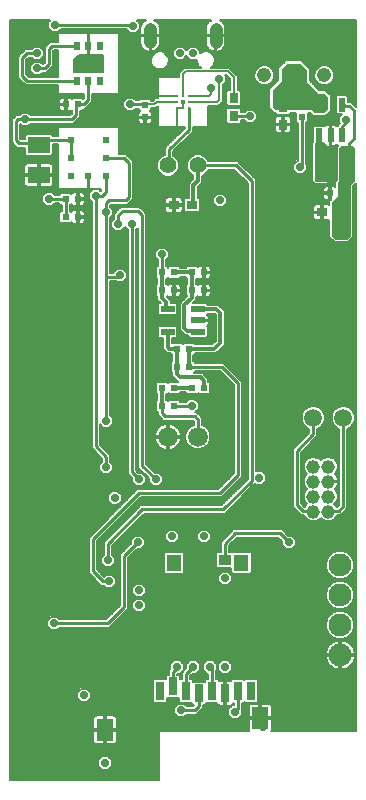
<source format=gbl>
G75*
G70*
%OFA0B0*%
%FSLAX24Y24*%
%IPPOS*%
%LPD*%
%AMOC8*
5,1,8,0,0,1.08239X$1,22.5*
%
%ADD10R,0.0315X0.0591*%
%ADD11R,0.0512X0.0551*%
%ADD12R,0.0551X0.0748*%
%ADD13R,0.0394X0.0374*%
%ADD14R,0.0472X0.0217*%
%ADD15R,0.0236X0.0236*%
%ADD16R,0.0197X0.0236*%
%ADD17R,0.0236X0.0197*%
%ADD18R,0.0079X0.0079*%
%ADD19R,0.0197X0.0315*%
%ADD20C,0.0050*%
%ADD21R,0.0150X0.0150*%
%ADD22C,0.0120*%
%ADD23R,0.0748X0.0551*%
%ADD24R,0.0315X0.0354*%
%ADD25C,0.0476*%
%ADD26C,0.0554*%
%ADD27R,0.0354X0.0315*%
%ADD28C,0.0594*%
%ADD29C,0.0433*%
%ADD30R,0.0217X0.0472*%
%ADD31R,0.0315X0.1063*%
%ADD32C,0.0760*%
%ADD33C,0.0660*%
%ADD34C,0.0460*%
%ADD35C,0.0280*%
%ADD36C,0.0060*%
%ADD37C,0.0080*%
%ADD38C,0.0100*%
%ADD39C,0.0278*%
%ADD40C,0.0000*%
%ADD41C,0.0001*%
%ADD42C,0.0160*%
%ADD43C,0.0120*%
D10*
X005492Y003857D03*
X005925Y004014D03*
X006358Y003857D03*
X006791Y003778D03*
X007224Y003857D03*
X007657Y003778D03*
X008090Y003857D03*
X008523Y003857D03*
D11*
X008204Y008132D03*
X005960Y008132D03*
D12*
X008834Y002955D03*
X003657Y002561D03*
D13*
X007657Y008221D03*
D14*
X006767Y015834D03*
X006767Y016209D03*
X006767Y016583D03*
X005744Y016583D03*
X005744Y015834D03*
D15*
X006056Y015259D03*
X006456Y015259D03*
X006456Y014659D03*
X006056Y014659D03*
X005956Y013959D03*
X005556Y013959D03*
X005556Y013359D03*
X005956Y013359D03*
X006556Y013959D03*
X006956Y013959D03*
X006956Y017209D03*
X006556Y017209D03*
X006556Y017809D03*
X006956Y017809D03*
X005956Y017809D03*
X005556Y017809D03*
X005556Y017209D03*
X005956Y017209D03*
X002750Y019659D03*
X002350Y019659D03*
X002350Y020259D03*
X002750Y020259D03*
X005000Y022977D03*
X005000Y023377D03*
X002750Y023409D03*
X002350Y023409D03*
X010220Y023399D03*
X010220Y022999D03*
X011150Y020449D03*
X011550Y020449D03*
D16*
X003677Y021034D03*
X003677Y021625D03*
X003677Y022215D03*
X002535Y022215D03*
X002535Y021625D03*
X002535Y021034D03*
D17*
X003106Y021034D03*
D18*
X003106Y024774D03*
D19*
X003106Y024184D03*
X003500Y024184D03*
X002712Y024184D03*
X002712Y025365D03*
X003106Y025365D03*
X003500Y025365D03*
D20*
X003598Y025070D02*
X002791Y025070D01*
X002614Y024892D01*
X002614Y024499D01*
X003598Y024499D01*
X003598Y025070D01*
X003598Y025057D02*
X002779Y025057D01*
X002730Y025009D02*
X003598Y025009D01*
X003598Y024960D02*
X002682Y024960D01*
X002633Y024912D02*
X003598Y024912D01*
X003598Y024863D02*
X002614Y024863D01*
X002614Y024815D02*
X003598Y024815D01*
X003598Y024766D02*
X002614Y024766D01*
X002614Y024718D02*
X003598Y024718D01*
X003598Y024669D02*
X002614Y024669D01*
X002614Y024621D02*
X003598Y024621D01*
X003598Y024572D02*
X002614Y024572D01*
X002614Y024524D02*
X003598Y024524D01*
X006256Y023490D02*
X006256Y023293D01*
D21*
X006256Y023490D03*
D22*
X006453Y023490D03*
X006453Y023293D03*
X006256Y023293D03*
X006059Y023293D03*
X006059Y023490D03*
X006059Y023687D03*
X006256Y023687D03*
X006453Y023687D03*
D23*
X001450Y022059D03*
X001450Y021059D03*
D24*
X007950Y023027D03*
X007950Y023627D03*
X009590Y023339D03*
X009590Y022739D03*
D25*
X009968Y024381D03*
X010968Y024381D03*
X008968Y024381D03*
D26*
X006756Y021375D03*
X005756Y021375D03*
D27*
X005956Y020059D03*
X006556Y020059D03*
X010890Y019809D03*
X011490Y019809D03*
D28*
X011600Y012964D03*
X010600Y012964D03*
D29*
X007348Y025492D02*
X007348Y025925D01*
X005163Y025925D02*
X005163Y025492D01*
D30*
X010806Y023400D03*
X011554Y023400D03*
X011554Y022377D03*
X011180Y022377D03*
X010806Y022377D03*
D31*
X010847Y021419D03*
X011713Y021419D03*
D32*
X011500Y008059D03*
X011500Y007059D03*
X011500Y006059D03*
X011500Y005059D03*
D33*
X006756Y012332D03*
X005756Y012332D03*
D34*
X010600Y011339D03*
X011100Y011339D03*
X011100Y010839D03*
X010600Y010839D03*
X010600Y010339D03*
X011100Y010339D03*
X011100Y009839D03*
X010600Y009839D03*
D35*
X009800Y008809D03*
X009290Y008339D03*
X007650Y007609D03*
X006740Y006539D03*
X006740Y005589D03*
X006600Y004659D03*
X006050Y004659D03*
X005740Y005589D03*
X005740Y006539D03*
X004800Y006709D03*
X004800Y007209D03*
X003800Y007509D03*
X003750Y008209D03*
X004750Y008809D03*
X005900Y009009D03*
X006950Y009009D03*
X005350Y010909D03*
X004800Y010909D03*
X003980Y010289D03*
X003700Y011309D03*
X003700Y012859D03*
X006550Y013359D03*
X008800Y010959D03*
X007650Y004659D03*
X007150Y004659D03*
X008000Y003159D03*
X006200Y003209D03*
X003650Y001459D03*
X002950Y003709D03*
X001950Y006109D03*
X004150Y017709D03*
X005550Y018409D03*
X004550Y019409D03*
X004100Y019409D03*
X003700Y019809D03*
X003350Y020359D03*
X001800Y020259D03*
X001000Y022909D03*
X001400Y024609D03*
X001400Y025109D03*
X002000Y026059D03*
X004500Y023409D03*
X005750Y025109D03*
X006150Y025109D03*
X006600Y025109D03*
X007450Y024259D03*
X007200Y023959D03*
X008500Y023009D03*
X010150Y021309D03*
X010990Y022889D03*
X011310Y022889D03*
X011700Y022889D03*
X011660Y019339D03*
X011520Y019089D03*
X011380Y019339D03*
X007500Y020209D03*
X004600Y026009D03*
D36*
X000480Y026219D02*
X000480Y000889D01*
X005468Y000889D01*
X005468Y002530D01*
X008461Y002530D01*
X008456Y002538D01*
X008449Y002566D01*
X008449Y002925D01*
X008804Y002925D01*
X008804Y002985D01*
X008449Y002985D01*
X008449Y003343D01*
X008456Y003371D01*
X008471Y003397D01*
X008491Y003417D01*
X008516Y003431D01*
X008544Y003439D01*
X008804Y003439D01*
X008804Y002985D01*
X008864Y002985D01*
X008864Y003439D01*
X009124Y003439D01*
X009152Y003431D01*
X009177Y003417D01*
X009198Y003397D01*
X009212Y003371D01*
X009220Y003343D01*
X009220Y002985D01*
X008864Y002985D01*
X008864Y002925D01*
X009220Y002925D01*
X009220Y002566D01*
X009212Y002538D01*
X009208Y002530D01*
X012031Y002530D01*
X012031Y020802D01*
X011910Y020681D01*
X011910Y019001D01*
X011780Y018871D01*
X011727Y018819D01*
X011364Y018819D01*
X011330Y018816D01*
X011327Y018819D01*
X011323Y018819D01*
X011299Y018842D01*
X011197Y018929D01*
X011193Y018929D01*
X011169Y018952D01*
X008690Y018952D01*
X008690Y018894D02*
X011238Y018894D01*
X011306Y018835D02*
X008690Y018835D01*
X008690Y018777D02*
X012031Y018777D01*
X012031Y018835D02*
X011744Y018835D01*
X011802Y018894D02*
X012031Y018894D01*
X012031Y018952D02*
X011861Y018952D01*
X011910Y019011D02*
X012031Y019011D01*
X012031Y019069D02*
X011910Y019069D01*
X011910Y019128D02*
X012031Y019128D01*
X012031Y019186D02*
X011910Y019186D01*
X011910Y019245D02*
X012031Y019245D01*
X012031Y019303D02*
X011910Y019303D01*
X011910Y019362D02*
X012031Y019362D01*
X012031Y019420D02*
X011910Y019420D01*
X011910Y019479D02*
X012031Y019479D01*
X012031Y019537D02*
X011910Y019537D01*
X011910Y019596D02*
X012031Y019596D01*
X012031Y019654D02*
X011910Y019654D01*
X011910Y019713D02*
X012031Y019713D01*
X012031Y019771D02*
X011910Y019771D01*
X011910Y019830D02*
X012031Y019830D01*
X012031Y019888D02*
X011910Y019888D01*
X011910Y019947D02*
X012031Y019947D01*
X012031Y020005D02*
X011910Y020005D01*
X011910Y020064D02*
X012031Y020064D01*
X012031Y020122D02*
X011910Y020122D01*
X011910Y020181D02*
X012031Y020181D01*
X012031Y020239D02*
X011910Y020239D01*
X011910Y020298D02*
X012031Y020298D01*
X012031Y020356D02*
X011910Y020356D01*
X011910Y020415D02*
X012031Y020415D01*
X012031Y020473D02*
X011910Y020473D01*
X011910Y020532D02*
X012031Y020532D01*
X012031Y020590D02*
X011910Y020590D01*
X011910Y020649D02*
X012031Y020649D01*
X012031Y020707D02*
X011936Y020707D01*
X011994Y020766D02*
X012031Y020766D01*
X011380Y020892D02*
X011344Y020850D01*
X011320Y020826D01*
X011320Y020822D01*
X011317Y020819D01*
X011320Y020785D01*
X011320Y020664D01*
X011311Y020669D01*
X011283Y020677D01*
X011179Y020677D01*
X011179Y020478D01*
X011121Y020478D01*
X011121Y020677D01*
X011017Y020677D01*
X010989Y020669D01*
X010964Y020655D01*
X010944Y020634D01*
X010929Y020609D01*
X010922Y020581D01*
X010922Y020478D01*
X011121Y020478D01*
X011121Y020419D01*
X011179Y020419D01*
X011179Y020225D01*
X011140Y020186D01*
X011140Y020049D01*
X011135Y020054D01*
X011110Y020068D01*
X011082Y020076D01*
X010920Y020076D01*
X010920Y019839D01*
X010860Y019839D01*
X010860Y020076D01*
X010698Y020076D01*
X010670Y020068D01*
X010645Y020054D01*
X010625Y020034D01*
X010610Y020008D01*
X010603Y019980D01*
X010603Y019839D01*
X010860Y019839D01*
X010860Y019779D01*
X010603Y019779D01*
X010603Y019637D01*
X010610Y019609D01*
X010625Y019583D01*
X010645Y019563D01*
X010670Y019549D01*
X010698Y019541D01*
X010860Y019541D01*
X010860Y019778D01*
X010920Y019778D01*
X010920Y019541D01*
X011082Y019541D01*
X011110Y019549D01*
X011135Y019563D01*
X011140Y019568D01*
X011140Y019051D01*
X011137Y019048D01*
X011140Y019015D01*
X011140Y018981D01*
X011143Y018978D01*
X011143Y018974D01*
X011169Y018952D01*
X011140Y019011D02*
X008690Y019011D01*
X008690Y019069D02*
X011140Y019069D01*
X011140Y019128D02*
X008690Y019128D01*
X008690Y019186D02*
X011140Y019186D01*
X011140Y019245D02*
X008690Y019245D01*
X008690Y019303D02*
X011140Y019303D01*
X011140Y019362D02*
X008690Y019362D01*
X008690Y019420D02*
X011140Y019420D01*
X011140Y019479D02*
X008690Y019479D01*
X008690Y019537D02*
X011140Y019537D01*
X010920Y019596D02*
X010860Y019596D01*
X010860Y019654D02*
X010920Y019654D01*
X010920Y019713D02*
X010860Y019713D01*
X010860Y019771D02*
X010920Y019771D01*
X010860Y019830D02*
X008690Y019830D01*
X008690Y019888D02*
X010603Y019888D01*
X010603Y019947D02*
X008690Y019947D01*
X008690Y020005D02*
X010609Y020005D01*
X010662Y020064D02*
X008690Y020064D01*
X008690Y020122D02*
X011140Y020122D01*
X011140Y020064D02*
X011118Y020064D01*
X011140Y020181D02*
X008690Y020181D01*
X008690Y020239D02*
X010970Y020239D01*
X010964Y020242D02*
X010989Y020228D01*
X011017Y020220D01*
X011121Y020220D01*
X011121Y020419D01*
X010922Y020419D01*
X010922Y020316D01*
X010929Y020288D01*
X010944Y020263D01*
X010964Y020242D01*
X010927Y020298D02*
X008690Y020298D01*
X008690Y020356D02*
X010922Y020356D01*
X010922Y020415D02*
X008690Y020415D01*
X008690Y020473D02*
X011121Y020473D01*
X011121Y020415D02*
X011179Y020415D01*
X011179Y020356D02*
X011121Y020356D01*
X011121Y020298D02*
X011179Y020298D01*
X011179Y020239D02*
X011121Y020239D01*
X010920Y020064D02*
X010860Y020064D01*
X010860Y020005D02*
X010920Y020005D01*
X010920Y019947D02*
X010860Y019947D01*
X010860Y019888D02*
X010920Y019888D01*
X010603Y019771D02*
X008690Y019771D01*
X008690Y019713D02*
X010603Y019713D01*
X010603Y019654D02*
X008690Y019654D01*
X008690Y019596D02*
X010618Y019596D01*
X010922Y020532D02*
X008690Y020532D01*
X008690Y020590D02*
X010924Y020590D01*
X010958Y020649D02*
X008690Y020649D01*
X008690Y020707D02*
X011320Y020707D01*
X011320Y020766D02*
X011064Y020766D01*
X011057Y020759D02*
X011087Y020789D01*
X011087Y020789D01*
X011140Y020841D01*
X011140Y022030D01*
X011156Y022030D01*
X011156Y022353D01*
X011204Y022353D01*
X011204Y022030D01*
X011303Y022030D01*
X011331Y022038D01*
X011356Y022052D01*
X011376Y022073D01*
X011380Y022079D01*
X011408Y022050D01*
X011433Y022050D01*
X011423Y022039D01*
X011380Y021996D01*
X011380Y020892D01*
X011372Y020883D02*
X011140Y020883D01*
X011140Y020941D02*
X011380Y020941D01*
X011380Y021000D02*
X011140Y021000D01*
X011140Y021058D02*
X011380Y021058D01*
X011380Y021117D02*
X011140Y021117D01*
X011140Y021175D02*
X011380Y021175D01*
X011380Y021234D02*
X011140Y021234D01*
X011140Y021292D02*
X011380Y021292D01*
X011380Y021351D02*
X011140Y021351D01*
X011140Y021409D02*
X011380Y021409D01*
X011380Y021468D02*
X011140Y021468D01*
X011140Y021526D02*
X011380Y021526D01*
X011380Y021585D02*
X011140Y021585D01*
X011140Y021643D02*
X011380Y021643D01*
X011380Y021702D02*
X011140Y021702D01*
X011140Y021760D02*
X011380Y021760D01*
X011380Y021819D02*
X011140Y021819D01*
X011140Y021877D02*
X011380Y021877D01*
X011380Y021936D02*
X011140Y021936D01*
X011140Y021994D02*
X011380Y021994D01*
X011356Y022053D02*
X011406Y022053D01*
X011204Y022053D02*
X011156Y022053D01*
X011156Y022111D02*
X011204Y022111D01*
X011204Y022170D02*
X011156Y022170D01*
X011156Y022228D02*
X011204Y022228D01*
X011204Y022287D02*
X011156Y022287D01*
X011156Y022345D02*
X011204Y022345D01*
X011204Y022401D02*
X011156Y022401D01*
X011156Y022723D01*
X011057Y022723D01*
X011029Y022715D01*
X011004Y022701D01*
X010984Y022680D01*
X010980Y022674D01*
X010952Y022703D01*
X010660Y022703D01*
X010608Y022650D01*
X010608Y022193D01*
X010560Y022146D01*
X010560Y020841D01*
X010643Y020759D01*
X011057Y020759D01*
X011123Y020824D02*
X011320Y020824D01*
X011179Y020649D02*
X011121Y020649D01*
X011121Y020590D02*
X011179Y020590D01*
X011179Y020532D02*
X011121Y020532D01*
X010636Y020766D02*
X008690Y020766D01*
X008690Y020824D02*
X010577Y020824D01*
X010560Y020883D02*
X008690Y020883D01*
X008690Y020916D02*
X008174Y021433D01*
X008092Y021515D01*
X007095Y021515D01*
X007067Y021583D01*
X006963Y021686D01*
X006829Y021742D01*
X006682Y021742D01*
X006548Y021686D01*
X006444Y021583D01*
X006388Y021448D01*
X006388Y021302D01*
X006444Y021167D01*
X006548Y021063D01*
X006606Y021039D01*
X006606Y020926D01*
X006538Y020859D01*
X006538Y020859D01*
X006450Y020771D01*
X006450Y020306D01*
X006341Y020306D01*
X006288Y020253D01*
X006288Y019864D01*
X006341Y019811D01*
X006770Y019811D01*
X006823Y019864D01*
X006823Y020253D01*
X006770Y020306D01*
X006750Y020306D01*
X006750Y020646D01*
X006818Y020714D01*
X006906Y020802D01*
X006906Y021039D01*
X006963Y021063D01*
X007067Y021167D01*
X007095Y021235D01*
X007976Y021235D01*
X008410Y020801D01*
X008410Y010916D01*
X007542Y010049D01*
X004842Y010049D01*
X004760Y009966D01*
X003610Y008816D01*
X003610Y008394D01*
X003520Y008304D01*
X003520Y008113D01*
X003655Y007979D01*
X003845Y007979D01*
X003980Y008113D01*
X003980Y008304D01*
X003890Y008394D01*
X003890Y008701D01*
X004958Y009769D01*
X007658Y009769D01*
X008608Y010719D01*
X008661Y010772D01*
X008705Y010729D01*
X008895Y010729D01*
X009030Y010863D01*
X009030Y011054D01*
X008895Y011189D01*
X008705Y011189D01*
X008690Y011174D01*
X008690Y020916D01*
X008665Y020941D02*
X010560Y020941D01*
X010560Y021000D02*
X008607Y021000D01*
X008548Y021058D02*
X010560Y021058D01*
X010560Y021117D02*
X010283Y021117D01*
X010245Y021079D02*
X010380Y021213D01*
X010380Y021404D01*
X010360Y021424D01*
X010360Y022790D01*
X010375Y022790D01*
X010428Y022843D01*
X010428Y023129D01*
X010496Y023129D01*
X010596Y023029D01*
X011004Y023029D01*
X011080Y023105D01*
X011180Y023205D01*
X011180Y023712D01*
X011104Y023789D01*
X011004Y023889D01*
X010804Y023889D01*
X010480Y024212D01*
X010480Y024612D01*
X010404Y024689D01*
X010204Y024889D01*
X009696Y024889D01*
X009620Y024812D01*
X009420Y024612D01*
X009420Y024212D01*
X009120Y023912D01*
X009120Y023305D01*
X009196Y023229D01*
X009296Y023129D01*
X009343Y023129D01*
X009343Y023124D01*
X009395Y023071D01*
X009785Y023071D01*
X009837Y023124D01*
X009837Y023129D01*
X010012Y023129D01*
X010012Y022843D01*
X010065Y022790D01*
X010080Y022790D01*
X010080Y021539D01*
X010055Y021539D01*
X009920Y021404D01*
X009920Y021213D01*
X010055Y021079D01*
X010245Y021079D01*
X010342Y021175D02*
X010560Y021175D01*
X010560Y021234D02*
X010380Y021234D01*
X010380Y021292D02*
X010560Y021292D01*
X010560Y021351D02*
X010380Y021351D01*
X010375Y021409D02*
X010560Y021409D01*
X010560Y021468D02*
X010360Y021468D01*
X010360Y021526D02*
X010560Y021526D01*
X010560Y021585D02*
X010360Y021585D01*
X010360Y021643D02*
X010560Y021643D01*
X010560Y021702D02*
X010360Y021702D01*
X010360Y021760D02*
X010560Y021760D01*
X010560Y021819D02*
X010360Y021819D01*
X010360Y021877D02*
X010560Y021877D01*
X010560Y021936D02*
X010360Y021936D01*
X010360Y021994D02*
X010560Y021994D01*
X010560Y022053D02*
X010360Y022053D01*
X010360Y022111D02*
X010560Y022111D01*
X010584Y022170D02*
X010360Y022170D01*
X010360Y022228D02*
X010608Y022228D01*
X010608Y022287D02*
X010360Y022287D01*
X010360Y022345D02*
X010608Y022345D01*
X010608Y022404D02*
X010360Y022404D01*
X010360Y022462D02*
X010608Y022462D01*
X010608Y022521D02*
X010360Y022521D01*
X010360Y022579D02*
X010608Y022579D01*
X010608Y022638D02*
X010360Y022638D01*
X010360Y022696D02*
X010654Y022696D01*
X010398Y022813D02*
X011470Y022813D01*
X011470Y022793D02*
X011478Y022785D01*
X011410Y022716D01*
X011410Y022703D01*
X011408Y022703D01*
X011380Y022674D01*
X011376Y022680D01*
X011356Y022701D01*
X011331Y022715D01*
X011303Y022723D01*
X011204Y022723D01*
X011204Y022401D01*
X011204Y022404D02*
X011156Y022404D01*
X011156Y022462D02*
X011204Y022462D01*
X011204Y022521D02*
X011156Y022521D01*
X011156Y022579D02*
X011204Y022579D01*
X011204Y022638D02*
X011156Y022638D01*
X011156Y022696D02*
X011204Y022696D01*
X011361Y022696D02*
X011402Y022696D01*
X011448Y022755D02*
X010360Y022755D01*
X010428Y022872D02*
X011470Y022872D01*
X011470Y022930D02*
X010428Y022930D01*
X010428Y022989D02*
X011475Y022989D01*
X011470Y022984D02*
X011470Y022793D01*
X011470Y022984D02*
X011560Y023074D01*
X011408Y023074D01*
X011356Y023127D01*
X011356Y023674D01*
X011408Y023727D01*
X011700Y023727D01*
X011752Y023674D01*
X011752Y023499D01*
X011858Y023499D01*
X012008Y023349D01*
X012031Y023325D01*
X012031Y026219D01*
X007491Y026219D01*
X007503Y026214D01*
X007556Y026179D01*
X007602Y026133D01*
X007637Y026080D01*
X007662Y026020D01*
X007675Y025957D01*
X007675Y025728D01*
X007367Y025728D01*
X007367Y025689D01*
X007367Y025165D01*
X007380Y025165D01*
X007443Y025178D01*
X007503Y025203D01*
X007556Y025238D01*
X007602Y025284D01*
X007637Y025337D01*
X007662Y025397D01*
X007675Y025460D01*
X007675Y025689D01*
X007367Y025689D01*
X007329Y025689D01*
X007329Y025165D01*
X007316Y025165D01*
X007253Y025178D01*
X007193Y025203D01*
X007140Y025238D01*
X007094Y025284D01*
X007059Y025337D01*
X007034Y025397D01*
X007021Y025460D01*
X007021Y025689D01*
X007329Y025689D01*
X007329Y025728D01*
X007021Y025728D01*
X007021Y025957D01*
X007034Y026020D01*
X007059Y026080D01*
X007094Y026133D01*
X007140Y026179D01*
X007193Y026214D01*
X007205Y026219D01*
X005306Y026219D01*
X005318Y026214D01*
X005371Y026179D01*
X005417Y026133D01*
X005452Y026080D01*
X005477Y026020D01*
X005490Y025957D01*
X005490Y025728D01*
X005182Y025728D01*
X005182Y025689D01*
X005182Y025165D01*
X005195Y025165D01*
X005258Y025178D01*
X005318Y025203D01*
X005371Y025238D01*
X005417Y025284D01*
X005452Y025337D01*
X005477Y025397D01*
X005490Y025460D01*
X005490Y025689D01*
X005182Y025689D01*
X005144Y025689D01*
X005144Y025165D01*
X005131Y025165D01*
X005068Y025178D01*
X005008Y025203D01*
X004955Y025238D01*
X004909Y025284D01*
X004874Y025337D01*
X004849Y025397D01*
X004836Y025460D01*
X004836Y025689D01*
X005144Y025689D01*
X005144Y025728D01*
X004836Y025728D01*
X004836Y025957D01*
X004849Y026020D01*
X004874Y026080D01*
X004909Y026133D01*
X004955Y026179D01*
X005008Y026214D01*
X005020Y026219D01*
X004715Y026219D01*
X004830Y026104D01*
X004830Y025913D01*
X004695Y025779D01*
X004505Y025779D01*
X004370Y025913D01*
X004370Y025919D01*
X002185Y025919D01*
X002095Y025829D01*
X001905Y025829D01*
X001770Y025963D01*
X001770Y026154D01*
X001835Y026219D01*
X000480Y026219D01*
X000480Y026206D02*
X001822Y026206D01*
X001770Y026148D02*
X000480Y026148D01*
X000480Y026089D02*
X001770Y026089D01*
X001770Y026031D02*
X000480Y026031D01*
X000480Y025972D02*
X001770Y025972D01*
X001820Y025914D02*
X000480Y025914D01*
X000480Y025855D02*
X001878Y025855D01*
X002087Y025773D02*
X002087Y025499D01*
X001842Y025499D01*
X001742Y025399D01*
X001660Y025316D01*
X001660Y024816D01*
X001592Y024749D01*
X001585Y024749D01*
X001495Y024839D01*
X001305Y024839D01*
X001170Y024704D01*
X001170Y024513D01*
X001305Y024379D01*
X001495Y024379D01*
X001585Y024469D01*
X001708Y024469D01*
X001790Y024551D01*
X001940Y024701D01*
X001940Y025201D01*
X001958Y025219D01*
X002087Y025219D01*
X002087Y024324D01*
X001133Y024324D01*
X001040Y024416D01*
X001040Y024901D01*
X001108Y024969D01*
X001215Y024969D01*
X001305Y024879D01*
X001495Y024879D01*
X001630Y025013D01*
X001630Y025204D01*
X001495Y025339D01*
X001305Y025339D01*
X001215Y025249D01*
X000992Y025249D01*
X000910Y025166D01*
X000760Y025016D01*
X000760Y024301D01*
X000842Y024219D01*
X001017Y024044D01*
X002087Y024044D01*
X002087Y023776D01*
X002107Y023755D01*
X002960Y023755D01*
X002960Y023616D01*
X002933Y023589D01*
X002905Y023617D01*
X002595Y023617D01*
X002562Y023584D01*
X002556Y023594D01*
X002536Y023615D01*
X002511Y023629D01*
X002483Y023637D01*
X002379Y023637D01*
X002379Y023438D01*
X002321Y023438D01*
X002321Y023637D01*
X002217Y023637D01*
X002189Y023629D01*
X002164Y023615D01*
X002144Y023594D01*
X002129Y023569D01*
X002122Y023541D01*
X002122Y023438D01*
X002321Y023438D01*
X002321Y023379D01*
X002379Y023379D01*
X002379Y023180D01*
X002483Y023180D01*
X002511Y023188D01*
X002536Y023202D01*
X002556Y023223D01*
X002560Y023230D01*
X002560Y023116D01*
X002492Y023049D01*
X001185Y023049D01*
X001095Y023139D01*
X000905Y023139D01*
X000815Y023049D01*
X000692Y023049D01*
X000610Y022966D01*
X000560Y022916D01*
X000560Y022151D01*
X000642Y022069D01*
X000742Y021969D01*
X000986Y021969D01*
X000986Y021746D01*
X001039Y021693D01*
X001861Y021693D01*
X001914Y021746D01*
X001914Y022075D01*
X002087Y022075D01*
X002087Y020626D01*
X002107Y020605D01*
X003537Y020605D01*
X003537Y020543D01*
X003514Y020520D01*
X003445Y020589D01*
X003255Y020589D01*
X003120Y020454D01*
X003120Y020263D01*
X003210Y020173D01*
X003210Y011951D01*
X003560Y011601D01*
X003560Y011494D01*
X003470Y011404D01*
X003470Y011213D01*
X003605Y011079D01*
X003795Y011079D01*
X003930Y011213D01*
X003930Y011404D01*
X003840Y011494D01*
X003840Y011716D01*
X003758Y011799D01*
X003490Y012066D01*
X003490Y012743D01*
X003605Y012629D01*
X003795Y012629D01*
X003930Y012763D01*
X003930Y012954D01*
X003840Y013044D01*
X003840Y017519D01*
X004015Y017519D01*
X004055Y017479D01*
X004245Y017479D01*
X004380Y017613D01*
X004380Y017804D01*
X004245Y017939D01*
X004055Y017939D01*
X003920Y017804D01*
X003920Y017799D01*
X003840Y017799D01*
X003840Y019623D01*
X003930Y019713D01*
X003930Y019904D01*
X003840Y019994D01*
X003840Y020051D01*
X003858Y020069D01*
X004408Y020069D01*
X004508Y020169D01*
X004590Y020251D01*
X004590Y021516D01*
X004358Y021749D01*
X004125Y021749D01*
X004125Y022623D01*
X004105Y022644D01*
X002107Y022644D01*
X002087Y022623D01*
X002087Y022355D01*
X001914Y022355D01*
X001914Y022371D01*
X001861Y022424D01*
X001039Y022424D01*
X000986Y022371D01*
X000986Y022249D01*
X000858Y022249D01*
X000840Y022266D01*
X000840Y022743D01*
X000905Y022679D01*
X001095Y022679D01*
X001185Y022769D01*
X002608Y022769D01*
X002690Y022851D01*
X002840Y023001D01*
X002840Y023200D01*
X002905Y023200D01*
X002958Y023253D01*
X002958Y023269D01*
X003008Y023269D01*
X003090Y023351D01*
X003240Y023501D01*
X003240Y023755D01*
X004105Y023755D01*
X004125Y023776D01*
X004125Y025773D01*
X004105Y025794D01*
X002107Y025794D01*
X002087Y025773D01*
X002087Y025738D02*
X000480Y025738D01*
X000480Y025680D02*
X002087Y025680D01*
X002087Y025621D02*
X000480Y025621D01*
X000480Y025563D02*
X002087Y025563D01*
X002087Y025504D02*
X000480Y025504D01*
X000480Y025446D02*
X001789Y025446D01*
X001731Y025387D02*
X000480Y025387D01*
X000480Y025329D02*
X001295Y025329D01*
X001236Y025270D02*
X000480Y025270D01*
X000480Y025212D02*
X000955Y025212D01*
X000897Y025153D02*
X000480Y025153D01*
X000480Y025095D02*
X000838Y025095D01*
X000780Y025036D02*
X000480Y025036D01*
X000480Y024978D02*
X000760Y024978D01*
X000760Y024919D02*
X000480Y024919D01*
X000480Y024861D02*
X000760Y024861D01*
X000760Y024802D02*
X000480Y024802D01*
X000480Y024744D02*
X000760Y024744D01*
X000760Y024685D02*
X000480Y024685D01*
X000480Y024627D02*
X000760Y024627D01*
X000760Y024568D02*
X000480Y024568D01*
X000480Y024510D02*
X000760Y024510D01*
X000760Y024451D02*
X000480Y024451D01*
X000480Y024393D02*
X000760Y024393D01*
X000760Y024334D02*
X000480Y024334D01*
X000480Y024276D02*
X000785Y024276D01*
X000843Y024217D02*
X000480Y024217D01*
X000480Y024159D02*
X000902Y024159D01*
X000960Y024100D02*
X000480Y024100D01*
X000480Y024042D02*
X002087Y024042D01*
X002087Y023983D02*
X000480Y023983D01*
X000480Y023925D02*
X002087Y023925D01*
X002087Y023866D02*
X000480Y023866D01*
X000480Y023808D02*
X002087Y023808D01*
X002201Y023632D02*
X000480Y023632D01*
X000480Y023574D02*
X002132Y023574D01*
X002122Y023515D02*
X000480Y023515D01*
X000480Y023457D02*
X002122Y023457D01*
X002122Y023379D02*
X002122Y023276D01*
X002129Y023248D01*
X002144Y023223D01*
X002164Y023202D01*
X002189Y023188D01*
X002217Y023180D01*
X002321Y023180D01*
X002321Y023379D01*
X002122Y023379D01*
X002122Y023340D02*
X000480Y023340D01*
X000480Y023398D02*
X002321Y023398D01*
X002321Y023340D02*
X002379Y023340D01*
X002379Y023281D02*
X002321Y023281D01*
X002321Y023223D02*
X002379Y023223D01*
X002556Y023223D02*
X002560Y023223D01*
X002560Y023164D02*
X000480Y023164D01*
X000480Y023106D02*
X000872Y023106D01*
X000691Y023047D02*
X000480Y023047D01*
X000480Y022989D02*
X000632Y022989D01*
X000574Y022930D02*
X000480Y022930D01*
X000480Y022872D02*
X000560Y022872D01*
X000560Y022813D02*
X000480Y022813D01*
X000480Y022755D02*
X000560Y022755D01*
X000560Y022696D02*
X000480Y022696D01*
X000480Y022638D02*
X000560Y022638D01*
X000560Y022579D02*
X000480Y022579D01*
X000480Y022521D02*
X000560Y022521D01*
X000560Y022462D02*
X000480Y022462D01*
X000480Y022404D02*
X000560Y022404D01*
X000560Y022345D02*
X000480Y022345D01*
X000480Y022287D02*
X000560Y022287D01*
X000560Y022228D02*
X000480Y022228D01*
X000480Y022170D02*
X000560Y022170D01*
X000599Y022111D02*
X000480Y022111D01*
X000480Y022053D02*
X000658Y022053D01*
X000716Y021994D02*
X000480Y021994D01*
X000480Y021936D02*
X000986Y021936D01*
X000986Y021877D02*
X000480Y021877D01*
X000480Y021819D02*
X000986Y021819D01*
X000986Y021760D02*
X000480Y021760D01*
X000480Y021702D02*
X001030Y021702D01*
X001062Y021444D02*
X001034Y021437D01*
X001008Y021422D01*
X000988Y021402D01*
X000973Y021377D01*
X000966Y021349D01*
X000966Y021089D01*
X001420Y021089D01*
X001420Y021444D01*
X001062Y021444D01*
X000995Y021409D02*
X000480Y021409D01*
X000480Y021351D02*
X000967Y021351D01*
X000966Y021292D02*
X000480Y021292D01*
X000480Y021234D02*
X000966Y021234D01*
X000966Y021175D02*
X000480Y021175D01*
X000480Y021117D02*
X000966Y021117D01*
X000966Y021029D02*
X000966Y020768D01*
X000973Y020740D01*
X000988Y020715D01*
X001008Y020695D01*
X001034Y020680D01*
X001062Y020673D01*
X001420Y020673D01*
X001420Y021028D01*
X001480Y021028D01*
X001480Y020673D01*
X001838Y020673D01*
X001866Y020680D01*
X001892Y020695D01*
X001912Y020715D01*
X001927Y020740D01*
X001934Y020768D01*
X001934Y021029D01*
X001480Y021029D01*
X001480Y021089D01*
X001420Y021089D01*
X001420Y021029D01*
X000966Y021029D01*
X000966Y021000D02*
X000480Y021000D01*
X000480Y021058D02*
X001420Y021058D01*
X001420Y021000D02*
X001480Y021000D01*
X001480Y021058D02*
X002087Y021058D01*
X002087Y021000D02*
X001934Y021000D01*
X001934Y020941D02*
X002087Y020941D01*
X002087Y020883D02*
X001934Y020883D01*
X001934Y020824D02*
X002087Y020824D01*
X002087Y020766D02*
X001933Y020766D01*
X001904Y020707D02*
X002087Y020707D01*
X002087Y020649D02*
X000480Y020649D01*
X000480Y020707D02*
X000996Y020707D01*
X000967Y020766D02*
X000480Y020766D01*
X000480Y020824D02*
X000966Y020824D01*
X000966Y020883D02*
X000480Y020883D01*
X000480Y020941D02*
X000966Y020941D01*
X001420Y020941D02*
X001480Y020941D01*
X001480Y020883D02*
X001420Y020883D01*
X001420Y020824D02*
X001480Y020824D01*
X001480Y020766D02*
X001420Y020766D01*
X001420Y020707D02*
X001480Y020707D01*
X001705Y020489D02*
X001570Y020354D01*
X001570Y020163D01*
X001705Y020029D01*
X001895Y020029D01*
X001985Y020119D01*
X002142Y020119D01*
X002142Y020103D01*
X002195Y020050D01*
X002210Y020050D01*
X002210Y019867D01*
X002195Y019867D01*
X002142Y019814D01*
X002142Y019503D01*
X002195Y019450D01*
X002505Y019450D01*
X002538Y019483D01*
X002544Y019473D01*
X002564Y019452D01*
X002589Y019438D01*
X002617Y019430D01*
X002721Y019430D01*
X002721Y019629D01*
X002779Y019629D01*
X002779Y019430D01*
X002883Y019430D01*
X002911Y019438D01*
X002936Y019452D01*
X002956Y019473D01*
X002971Y019498D01*
X002978Y019526D01*
X002978Y019629D01*
X002779Y019629D01*
X002779Y019688D01*
X002721Y019688D01*
X002721Y019887D01*
X002617Y019887D01*
X002589Y019879D01*
X002564Y019865D01*
X002544Y019844D01*
X002538Y019834D01*
X002505Y019867D01*
X002490Y019867D01*
X002490Y020050D01*
X002505Y020050D01*
X002538Y020083D01*
X002544Y020073D01*
X002564Y020052D01*
X002589Y020038D01*
X002617Y020030D01*
X002721Y020030D01*
X002721Y020229D01*
X002779Y020229D01*
X002779Y020030D01*
X002883Y020030D01*
X002911Y020038D01*
X002936Y020052D01*
X002956Y020073D01*
X002971Y020098D01*
X002978Y020126D01*
X002978Y020229D01*
X002779Y020229D01*
X002779Y020288D01*
X002721Y020288D01*
X002721Y020487D01*
X002617Y020487D01*
X002589Y020479D01*
X002564Y020465D01*
X002544Y020444D01*
X002538Y020434D01*
X002505Y020467D01*
X002195Y020467D01*
X002142Y020414D01*
X002142Y020399D01*
X001985Y020399D01*
X001895Y020489D01*
X001705Y020489D01*
X001689Y020473D02*
X000480Y020473D01*
X000480Y020415D02*
X001631Y020415D01*
X001572Y020356D02*
X000480Y020356D01*
X000480Y020298D02*
X001570Y020298D01*
X001570Y020239D02*
X000480Y020239D01*
X000480Y020181D02*
X001570Y020181D01*
X001611Y020122D02*
X000480Y020122D01*
X000480Y020064D02*
X001670Y020064D01*
X001930Y020064D02*
X002181Y020064D01*
X002210Y020005D02*
X000480Y020005D01*
X000480Y019947D02*
X002210Y019947D01*
X002210Y019888D02*
X000480Y019888D01*
X000480Y019830D02*
X002158Y019830D01*
X002142Y019771D02*
X000480Y019771D01*
X000480Y019713D02*
X002142Y019713D01*
X002142Y019654D02*
X000480Y019654D01*
X000480Y019596D02*
X002142Y019596D01*
X002142Y019537D02*
X000480Y019537D01*
X000480Y019479D02*
X002166Y019479D01*
X002534Y019479D02*
X002541Y019479D01*
X002721Y019479D02*
X002779Y019479D01*
X002779Y019537D02*
X002721Y019537D01*
X002721Y019596D02*
X002779Y019596D01*
X002779Y019654D02*
X003210Y019654D01*
X003210Y019596D02*
X002978Y019596D01*
X002978Y019537D02*
X003210Y019537D01*
X003210Y019479D02*
X002959Y019479D01*
X002978Y019688D02*
X002978Y019791D01*
X002971Y019819D01*
X002956Y019844D01*
X002936Y019865D01*
X002911Y019879D01*
X002883Y019887D01*
X002779Y019887D01*
X002779Y019688D01*
X002978Y019688D01*
X002978Y019713D02*
X003210Y019713D01*
X003210Y019771D02*
X002978Y019771D01*
X002965Y019830D02*
X003210Y019830D01*
X003210Y019888D02*
X002490Y019888D01*
X002490Y019947D02*
X003210Y019947D01*
X003210Y020005D02*
X002490Y020005D01*
X002519Y020064D02*
X002553Y020064D01*
X002721Y020064D02*
X002779Y020064D01*
X002779Y020122D02*
X002721Y020122D01*
X002721Y020181D02*
X002779Y020181D01*
X002779Y020239D02*
X003144Y020239D01*
X003120Y020298D02*
X002978Y020298D01*
X002978Y020288D02*
X002978Y020391D01*
X002971Y020419D01*
X002956Y020444D01*
X002936Y020465D01*
X002911Y020479D01*
X002883Y020487D01*
X002779Y020487D01*
X002779Y020288D01*
X002978Y020288D01*
X002978Y020356D02*
X003120Y020356D01*
X003120Y020415D02*
X002972Y020415D01*
X002921Y020473D02*
X003139Y020473D01*
X003198Y020532D02*
X000480Y020532D01*
X000480Y020590D02*
X003537Y020590D01*
X003525Y020532D02*
X003502Y020532D01*
X003203Y020181D02*
X002978Y020181D01*
X002977Y020122D02*
X003210Y020122D01*
X003210Y020064D02*
X002947Y020064D01*
X002779Y020298D02*
X002721Y020298D01*
X002721Y020356D02*
X002779Y020356D01*
X002779Y020415D02*
X002721Y020415D01*
X002721Y020473D02*
X002779Y020473D01*
X002579Y020473D02*
X001911Y020473D01*
X001969Y020415D02*
X002143Y020415D01*
X001934Y021089D02*
X001934Y021349D01*
X001927Y021377D01*
X001912Y021402D01*
X001892Y021422D01*
X001866Y021437D01*
X001838Y021444D01*
X001480Y021444D01*
X001480Y021089D01*
X001934Y021089D01*
X001934Y021117D02*
X002087Y021117D01*
X002087Y021175D02*
X001934Y021175D01*
X001934Y021234D02*
X002087Y021234D01*
X002087Y021292D02*
X001934Y021292D01*
X001933Y021351D02*
X002087Y021351D01*
X002087Y021409D02*
X001905Y021409D01*
X002087Y021468D02*
X000480Y021468D01*
X000480Y021526D02*
X002087Y021526D01*
X002087Y021585D02*
X000480Y021585D01*
X000480Y021643D02*
X002087Y021643D01*
X002087Y021702D02*
X001870Y021702D01*
X001914Y021760D02*
X002087Y021760D01*
X002087Y021819D02*
X001914Y021819D01*
X001914Y021877D02*
X002087Y021877D01*
X002087Y021936D02*
X001914Y021936D01*
X001914Y021994D02*
X002087Y021994D01*
X002087Y022053D02*
X001914Y022053D01*
X001882Y022404D02*
X002087Y022404D01*
X002087Y022462D02*
X000840Y022462D01*
X000840Y022404D02*
X001018Y022404D01*
X000986Y022345D02*
X000840Y022345D01*
X000840Y022287D02*
X000986Y022287D01*
X000840Y022521D02*
X002087Y022521D01*
X002087Y022579D02*
X000840Y022579D01*
X000840Y022638D02*
X002101Y022638D01*
X002144Y023223D02*
X000480Y023223D01*
X000480Y023281D02*
X002122Y023281D01*
X002321Y023457D02*
X002379Y023457D01*
X002379Y023515D02*
X002321Y023515D01*
X002321Y023574D02*
X002379Y023574D01*
X002379Y023632D02*
X002321Y023632D01*
X002499Y023632D02*
X002960Y023632D01*
X002960Y023691D02*
X000480Y023691D01*
X000480Y023749D02*
X002960Y023749D01*
X003240Y023749D02*
X005433Y023749D01*
X005433Y023691D02*
X003240Y023691D01*
X003240Y023632D02*
X004398Y023632D01*
X004405Y023639D02*
X004270Y023504D01*
X004270Y023313D01*
X004405Y023179D01*
X004595Y023179D01*
X004685Y023269D01*
X004792Y023269D01*
X004792Y023222D01*
X004825Y023189D01*
X004814Y023183D01*
X004794Y023163D01*
X004779Y023138D01*
X004772Y023110D01*
X004772Y023006D01*
X004971Y023006D01*
X004971Y022948D01*
X005029Y022948D01*
X005029Y022749D01*
X005133Y022749D01*
X005161Y022756D01*
X005186Y022771D01*
X005206Y022791D01*
X005221Y022816D01*
X005228Y022844D01*
X005228Y022948D01*
X005029Y022948D01*
X005029Y023006D01*
X005228Y023006D01*
X005228Y023110D01*
X005221Y023138D01*
X005206Y023163D01*
X005186Y023183D01*
X005175Y023189D01*
X005208Y023222D01*
X005208Y023279D01*
X005354Y023279D01*
X005430Y023355D01*
X005433Y023358D01*
X005433Y022688D01*
X005454Y022668D01*
X006313Y022668D01*
X006313Y022619D01*
X005742Y022049D01*
X005660Y021966D01*
X005660Y021732D01*
X005548Y021686D01*
X005444Y021583D01*
X005388Y021448D01*
X005388Y021302D01*
X005444Y021167D01*
X005548Y021063D01*
X005682Y021007D01*
X005829Y021007D01*
X005963Y021063D01*
X006067Y021167D01*
X006123Y021302D01*
X006123Y021448D01*
X006067Y021583D01*
X005963Y021686D01*
X005940Y021696D01*
X005940Y021851D01*
X006593Y022503D01*
X006593Y022668D01*
X007057Y022668D01*
X007078Y022688D01*
X007078Y023360D01*
X007435Y023360D01*
X007504Y023429D01*
X007580Y023505D01*
X007580Y024063D01*
X007680Y024163D01*
X007680Y024354D01*
X007655Y024379D01*
X007696Y024379D01*
X007820Y024255D01*
X007820Y023894D01*
X007755Y023894D01*
X007703Y023841D01*
X007703Y023413D01*
X007755Y023360D01*
X008145Y023360D01*
X008197Y023413D01*
X008197Y023841D01*
X008145Y023894D01*
X008080Y023894D01*
X008080Y024362D01*
X008004Y024439D01*
X007804Y024639D01*
X007199Y024639D01*
X007199Y024640D01*
X007226Y024662D01*
X007229Y024662D01*
X007235Y024669D01*
X007243Y024676D01*
X007243Y024679D01*
X007265Y024706D01*
X007268Y024707D01*
X007273Y024715D01*
X007279Y024722D01*
X007279Y024726D01*
X007295Y024756D01*
X007298Y024758D01*
X007301Y024767D01*
X007305Y024775D01*
X007305Y024778D01*
X007315Y024811D01*
X007317Y024813D01*
X007319Y024823D01*
X007321Y024832D01*
X007320Y024835D01*
X007324Y024869D01*
X007326Y024872D01*
X007325Y024881D01*
X007326Y024891D01*
X007324Y024893D01*
X007321Y024928D01*
X007323Y024931D01*
X007320Y024940D01*
X007319Y024949D01*
X007317Y024952D01*
X007307Y024985D01*
X007308Y024988D01*
X007304Y024997D01*
X007301Y025006D01*
X007298Y025007D01*
X007282Y025038D01*
X007282Y025042D01*
X007276Y025049D01*
X007272Y025057D01*
X007269Y025058D01*
X007247Y025085D01*
X007247Y025089D01*
X007239Y025095D01*
X007233Y025102D01*
X007230Y025102D01*
X007203Y025125D01*
X007202Y025128D01*
X007194Y025132D01*
X007187Y025138D01*
X007183Y025138D01*
X007153Y025155D01*
X007151Y025158D01*
X007142Y025160D01*
X007134Y025165D01*
X007131Y025164D01*
X007097Y025174D01*
X007095Y025177D01*
X007086Y025178D01*
X007077Y025180D01*
X007074Y025179D01*
X007041Y025182D01*
X007040Y025183D01*
X007034Y025183D01*
X007033Y025184D01*
X007025Y025184D01*
X007018Y025184D01*
X007016Y025183D01*
X007011Y025183D01*
X007010Y025182D01*
X006976Y025179D01*
X006973Y025180D01*
X006964Y025178D01*
X006955Y025177D01*
X006953Y025174D01*
X006919Y025164D01*
X006916Y025165D01*
X006908Y025161D01*
X006899Y025158D01*
X006897Y025155D01*
X006866Y025138D01*
X006863Y025139D01*
X006856Y025133D01*
X006847Y025128D01*
X006846Y025125D01*
X006830Y025112D01*
X006830Y025204D01*
X006695Y025339D01*
X006505Y025339D01*
X006375Y025209D01*
X006245Y025339D01*
X006055Y025339D01*
X005920Y025204D01*
X005920Y025013D01*
X006055Y024879D01*
X006245Y024879D01*
X006375Y025008D01*
X006505Y024879D01*
X006695Y024879D01*
X006724Y024907D01*
X006723Y024894D01*
X006721Y024892D01*
X006721Y024882D01*
X006721Y024872D01*
X006722Y024870D01*
X006725Y024835D01*
X006724Y024832D01*
X006727Y024823D01*
X006727Y024814D01*
X006730Y024811D01*
X006740Y024777D01*
X006739Y024774D01*
X006743Y024766D01*
X006746Y024757D01*
X006749Y024755D01*
X006765Y024724D01*
X006765Y024721D01*
X006771Y024713D01*
X006775Y024705D01*
X006779Y024704D01*
X006801Y024676D01*
X006801Y024673D01*
X006809Y024667D01*
X006815Y024660D01*
X006818Y024660D01*
X006844Y024639D01*
X006296Y024639D01*
X006220Y024562D01*
X006120Y024462D01*
X006120Y024312D01*
X005454Y024312D01*
X005433Y024292D01*
X005433Y023620D01*
X005328Y023620D01*
X005246Y023539D01*
X005202Y023539D01*
X005155Y023585D01*
X004845Y023585D01*
X004808Y023549D01*
X004685Y023549D01*
X004595Y023639D01*
X004405Y023639D01*
X004340Y023574D02*
X003240Y023574D01*
X003240Y023515D02*
X004281Y023515D01*
X004270Y023457D02*
X003196Y023457D01*
X003138Y023398D02*
X004270Y023398D01*
X004270Y023340D02*
X003079Y023340D01*
X003021Y023281D02*
X004302Y023281D01*
X004361Y023223D02*
X002928Y023223D01*
X002840Y023164D02*
X004795Y023164D01*
X004792Y023223D02*
X004639Y023223D01*
X004772Y023106D02*
X002840Y023106D01*
X002840Y023047D02*
X004772Y023047D01*
X004772Y022948D02*
X004772Y022844D01*
X004779Y022816D01*
X004794Y022791D01*
X004814Y022771D01*
X004839Y022756D01*
X004867Y022749D01*
X004971Y022749D01*
X004971Y022948D01*
X004772Y022948D01*
X004772Y022930D02*
X002770Y022930D01*
X002828Y022989D02*
X004971Y022989D01*
X005029Y022989D02*
X005433Y022989D01*
X005433Y023047D02*
X005228Y023047D01*
X005228Y023106D02*
X005433Y023106D01*
X005433Y023164D02*
X005205Y023164D01*
X005208Y023223D02*
X005433Y023223D01*
X005433Y023281D02*
X005356Y023281D01*
X005415Y023340D02*
X005433Y023340D01*
X005281Y023574D02*
X005167Y023574D01*
X005433Y023632D02*
X004602Y023632D01*
X004660Y023574D02*
X004833Y023574D01*
X005433Y023808D02*
X004125Y023808D01*
X004125Y023866D02*
X005433Y023866D01*
X005433Y023925D02*
X004125Y023925D01*
X004125Y023983D02*
X005433Y023983D01*
X005433Y024042D02*
X004125Y024042D01*
X004125Y024100D02*
X005433Y024100D01*
X005433Y024159D02*
X004125Y024159D01*
X004125Y024217D02*
X005433Y024217D01*
X005433Y024276D02*
X004125Y024276D01*
X004125Y024334D02*
X006120Y024334D01*
X006120Y024393D02*
X004125Y024393D01*
X004125Y024451D02*
X006120Y024451D01*
X006167Y024510D02*
X004125Y024510D01*
X004125Y024568D02*
X006226Y024568D01*
X006284Y024627D02*
X005648Y024627D01*
X005647Y024626D02*
X005655Y024632D01*
X005663Y024637D01*
X005664Y024640D01*
X005691Y024662D01*
X005694Y024662D01*
X005700Y024669D01*
X005707Y024676D01*
X005708Y024679D01*
X005730Y024706D01*
X005733Y024707D01*
X005737Y024715D01*
X005744Y024722D01*
X005743Y024726D01*
X005760Y024756D01*
X005763Y024758D01*
X005765Y024767D01*
X005770Y024775D01*
X005769Y024778D01*
X005779Y024811D01*
X005782Y024813D01*
X005783Y024823D01*
X005786Y024832D01*
X005784Y024835D01*
X005788Y024869D01*
X005790Y024872D01*
X005790Y024881D01*
X005791Y024891D01*
X005789Y024893D01*
X005786Y024928D01*
X005787Y024931D01*
X005785Y024940D01*
X005784Y024949D01*
X005781Y024952D01*
X005772Y024985D01*
X005773Y024988D01*
X005768Y024997D01*
X005766Y025006D01*
X005763Y025007D01*
X005746Y025038D01*
X005747Y025042D01*
X005741Y025049D01*
X005737Y025057D01*
X005733Y025058D01*
X005711Y025085D01*
X005711Y025089D01*
X005704Y025095D01*
X005698Y025102D01*
X005695Y025102D01*
X005668Y025125D01*
X005667Y025128D01*
X005659Y025132D01*
X005651Y025138D01*
X005648Y025138D01*
X005617Y025155D01*
X005616Y025158D01*
X005607Y025160D01*
X005598Y025165D01*
X005595Y025164D01*
X005562Y025174D01*
X005560Y025177D01*
X005550Y025178D01*
X005541Y025180D01*
X005538Y025179D01*
X005505Y025182D01*
X005504Y025183D01*
X005499Y025183D01*
X005497Y025184D01*
X005490Y025184D01*
X005482Y025184D01*
X005481Y025183D01*
X005475Y025183D01*
X005474Y025182D01*
X005441Y025179D01*
X005438Y025180D01*
X005429Y025178D01*
X005419Y025177D01*
X005417Y025174D01*
X005384Y025164D01*
X005381Y025165D01*
X005372Y025161D01*
X005363Y025158D01*
X005362Y025155D01*
X005331Y025138D01*
X005327Y025139D01*
X005320Y025133D01*
X005312Y025128D01*
X005311Y025125D01*
X005284Y025103D01*
X005280Y025102D01*
X005274Y025095D01*
X005267Y025089D01*
X005267Y025086D01*
X005245Y025059D01*
X005241Y025058D01*
X005237Y025049D01*
X005231Y025042D01*
X005231Y025039D01*
X005215Y025008D01*
X005212Y025006D01*
X005209Y024997D01*
X005205Y024989D01*
X005205Y024986D01*
X005195Y024952D01*
X005193Y024950D01*
X005192Y024941D01*
X005189Y024932D01*
X005191Y024929D01*
X005187Y024894D01*
X005185Y024892D01*
X005186Y024882D01*
X005185Y024872D01*
X005187Y024870D01*
X005190Y024835D01*
X005188Y024832D01*
X005191Y024823D01*
X005192Y024814D01*
X005194Y024811D01*
X005204Y024777D01*
X005203Y024774D01*
X005208Y024766D01*
X005210Y024757D01*
X005213Y024755D01*
X005230Y024724D01*
X005230Y024721D01*
X005236Y024713D01*
X005240Y024705D01*
X005243Y024704D01*
X005266Y024676D01*
X005266Y024673D01*
X005273Y024667D01*
X005279Y024660D01*
X005283Y024660D01*
X005310Y024637D01*
X005311Y024634D01*
X005319Y024630D01*
X005327Y024624D01*
X005330Y024624D01*
X005361Y024607D01*
X005363Y024604D01*
X005372Y024602D01*
X005380Y024597D01*
X005383Y024598D01*
X005417Y024588D01*
X005420Y024586D01*
X005429Y024585D01*
X005438Y024582D01*
X005441Y024584D01*
X005476Y024581D01*
X005479Y024579D01*
X005488Y024580D01*
X005498Y024579D01*
X005500Y024581D01*
X005535Y024585D01*
X005538Y024584D01*
X005547Y024586D01*
X005556Y024588D01*
X005558Y024590D01*
X005591Y024600D01*
X005594Y024600D01*
X005603Y024604D01*
X005612Y024607D01*
X005613Y024610D01*
X005644Y024626D01*
X005647Y024626D01*
X005713Y024685D02*
X006794Y024685D01*
X006755Y024744D02*
X005753Y024744D01*
X005777Y024802D02*
X006733Y024802D01*
X006723Y024861D02*
X005787Y024861D01*
X005786Y024919D02*
X006014Y024919D01*
X005956Y024978D02*
X005774Y024978D01*
X005748Y025036D02*
X005920Y025036D01*
X005920Y025095D02*
X005704Y025095D01*
X005620Y025153D02*
X005920Y025153D01*
X005928Y025212D02*
X005331Y025212D01*
X005358Y025153D02*
X004125Y025153D01*
X004125Y025095D02*
X005274Y025095D01*
X005230Y025036D02*
X004125Y025036D01*
X004125Y024978D02*
X005203Y024978D01*
X005190Y024919D02*
X004125Y024919D01*
X004125Y024861D02*
X005188Y024861D01*
X005197Y024802D02*
X004125Y024802D01*
X004125Y024744D02*
X005220Y024744D01*
X005259Y024685D02*
X004125Y024685D01*
X004125Y024627D02*
X005323Y024627D01*
X005182Y025212D02*
X005144Y025212D01*
X005144Y025270D02*
X005182Y025270D01*
X005182Y025329D02*
X005144Y025329D01*
X005144Y025387D02*
X005182Y025387D01*
X005182Y025446D02*
X005144Y025446D01*
X005144Y025504D02*
X005182Y025504D01*
X005182Y025563D02*
X005144Y025563D01*
X005144Y025621D02*
X005182Y025621D01*
X005182Y025680D02*
X005144Y025680D01*
X004836Y025680D02*
X004125Y025680D01*
X004125Y025738D02*
X004836Y025738D01*
X004836Y025797D02*
X004713Y025797D01*
X004772Y025855D02*
X004836Y025855D01*
X004830Y025914D02*
X004836Y025914D01*
X004830Y025972D02*
X004839Y025972D01*
X004830Y026031D02*
X004853Y026031D01*
X004830Y026089D02*
X004880Y026089D01*
X004924Y026148D02*
X004786Y026148D01*
X004728Y026206D02*
X004996Y026206D01*
X005330Y026206D02*
X007181Y026206D01*
X007109Y026148D02*
X005402Y026148D01*
X005446Y026089D02*
X007065Y026089D01*
X007038Y026031D02*
X005473Y026031D01*
X005487Y025972D02*
X007024Y025972D01*
X007021Y025914D02*
X005490Y025914D01*
X005490Y025855D02*
X007021Y025855D01*
X007021Y025797D02*
X005490Y025797D01*
X005490Y025738D02*
X007021Y025738D01*
X007021Y025680D02*
X005490Y025680D01*
X005490Y025621D02*
X007021Y025621D01*
X007021Y025563D02*
X005490Y025563D01*
X005490Y025504D02*
X007021Y025504D01*
X007024Y025446D02*
X005487Y025446D01*
X005473Y025387D02*
X007038Y025387D01*
X007064Y025329D02*
X006705Y025329D01*
X006764Y025270D02*
X007108Y025270D01*
X007180Y025212D02*
X006822Y025212D01*
X006830Y025153D02*
X006894Y025153D01*
X007156Y025153D02*
X012031Y025153D01*
X012031Y025095D02*
X007239Y025095D01*
X007283Y025036D02*
X012031Y025036D01*
X012031Y024978D02*
X007309Y024978D01*
X007322Y024919D02*
X012031Y024919D01*
X012031Y024861D02*
X010232Y024861D01*
X010290Y024802D02*
X012031Y024802D01*
X012031Y024744D02*
X010349Y024744D01*
X010407Y024685D02*
X010847Y024685D01*
X010903Y024708D02*
X010782Y024658D01*
X010690Y024566D01*
X010640Y024446D01*
X010640Y024315D01*
X010690Y024195D01*
X010782Y024103D01*
X010903Y024053D01*
X011033Y024053D01*
X011154Y024103D01*
X011246Y024195D01*
X011296Y024315D01*
X011296Y024446D01*
X011246Y024566D01*
X011154Y024658D01*
X011033Y024708D01*
X010903Y024708D01*
X010751Y024627D02*
X010466Y024627D01*
X010480Y024568D02*
X010692Y024568D01*
X010667Y024510D02*
X010480Y024510D01*
X010480Y024451D02*
X010643Y024451D01*
X010640Y024393D02*
X010480Y024393D01*
X010480Y024334D02*
X010640Y024334D01*
X010657Y024276D02*
X010480Y024276D01*
X010480Y024217D02*
X010681Y024217D01*
X010726Y024159D02*
X010534Y024159D01*
X010592Y024100D02*
X010789Y024100D01*
X010709Y023983D02*
X012031Y023983D01*
X012031Y023925D02*
X010768Y023925D01*
X010651Y024042D02*
X012031Y024042D01*
X012031Y024100D02*
X011148Y024100D01*
X011210Y024159D02*
X012031Y024159D01*
X012031Y024217D02*
X011255Y024217D01*
X011279Y024276D02*
X012031Y024276D01*
X012031Y024334D02*
X011296Y024334D01*
X011296Y024393D02*
X012031Y024393D01*
X012031Y024451D02*
X011294Y024451D01*
X011269Y024510D02*
X012031Y024510D01*
X012031Y024568D02*
X011244Y024568D01*
X011186Y024627D02*
X012031Y024627D01*
X012031Y024685D02*
X011089Y024685D01*
X011026Y023866D02*
X012031Y023866D01*
X012031Y023808D02*
X011085Y023808D01*
X011143Y023749D02*
X012031Y023749D01*
X012031Y023691D02*
X011736Y023691D01*
X011752Y023632D02*
X012031Y023632D01*
X012031Y023574D02*
X011752Y023574D01*
X011752Y023515D02*
X012031Y023515D01*
X012031Y023457D02*
X011900Y023457D01*
X011958Y023398D02*
X012031Y023398D01*
X012031Y023340D02*
X012017Y023340D01*
X011533Y023047D02*
X011022Y023047D01*
X011081Y023106D02*
X011377Y023106D01*
X011356Y023164D02*
X011139Y023164D01*
X011180Y023223D02*
X011356Y023223D01*
X011356Y023281D02*
X011180Y023281D01*
X011180Y023340D02*
X011356Y023340D01*
X011356Y023398D02*
X011180Y023398D01*
X011180Y023457D02*
X011356Y023457D01*
X011356Y023515D02*
X011180Y023515D01*
X011180Y023574D02*
X011356Y023574D01*
X011356Y023632D02*
X011180Y023632D01*
X011180Y023691D02*
X011372Y023691D01*
X010578Y023047D02*
X010428Y023047D01*
X010428Y023106D02*
X010519Y023106D01*
X010012Y023106D02*
X009819Y023106D01*
X009790Y023018D02*
X009762Y023026D01*
X009620Y023026D01*
X009620Y022769D01*
X009560Y022769D01*
X009560Y023026D01*
X009418Y023026D01*
X009390Y023018D01*
X009365Y023004D01*
X009344Y022983D01*
X009330Y022958D01*
X009323Y022930D01*
X008730Y022930D01*
X008730Y022913D02*
X008595Y022779D01*
X008405Y022779D01*
X008296Y022887D01*
X008197Y022887D01*
X008197Y022813D01*
X008370Y022813D01*
X008312Y022872D02*
X008197Y022872D01*
X008197Y022813D02*
X008145Y022760D01*
X007755Y022760D01*
X007703Y022813D01*
X007078Y022813D01*
X007078Y022755D02*
X009560Y022755D01*
X009560Y022769D02*
X009560Y022709D01*
X009323Y022709D01*
X009323Y022547D01*
X009330Y022519D01*
X009344Y022494D01*
X009365Y022473D01*
X009390Y022459D01*
X009418Y022451D01*
X009560Y022451D01*
X009560Y022708D01*
X009620Y022708D01*
X009620Y022451D01*
X009762Y022451D01*
X009790Y022459D01*
X009815Y022473D01*
X009836Y022494D01*
X009850Y022519D01*
X009857Y022547D01*
X009857Y022709D01*
X009620Y022709D01*
X009620Y022769D01*
X009857Y022769D01*
X009857Y022930D01*
X010012Y022930D01*
X010012Y022872D02*
X009857Y022872D01*
X009857Y022930D02*
X009850Y022958D01*
X009836Y022983D01*
X009815Y023004D01*
X009790Y023018D01*
X009830Y022989D02*
X010012Y022989D01*
X010012Y023047D02*
X008730Y023047D01*
X008730Y023104D02*
X008595Y023239D01*
X008405Y023239D01*
X008333Y023167D01*
X008197Y023167D01*
X008197Y023241D01*
X008145Y023294D01*
X007755Y023294D01*
X007703Y023241D01*
X007703Y022813D01*
X007703Y022872D02*
X007078Y022872D01*
X007078Y022930D02*
X007703Y022930D01*
X007703Y022989D02*
X007078Y022989D01*
X007078Y023047D02*
X007703Y023047D01*
X007703Y023106D02*
X007078Y023106D01*
X007078Y023164D02*
X007703Y023164D01*
X007703Y023223D02*
X007078Y023223D01*
X007078Y023281D02*
X007742Y023281D01*
X007717Y023398D02*
X007473Y023398D01*
X007532Y023457D02*
X007703Y023457D01*
X007703Y023515D02*
X007580Y023515D01*
X007580Y023574D02*
X007703Y023574D01*
X007703Y023632D02*
X007580Y023632D01*
X007580Y023691D02*
X007703Y023691D01*
X007703Y023749D02*
X007580Y023749D01*
X007580Y023808D02*
X007703Y023808D01*
X007727Y023866D02*
X007580Y023866D01*
X007580Y023925D02*
X007820Y023925D01*
X007820Y023983D02*
X007580Y023983D01*
X007580Y024042D02*
X007820Y024042D01*
X007820Y024100D02*
X007617Y024100D01*
X007675Y024159D02*
X007820Y024159D01*
X007820Y024217D02*
X007680Y024217D01*
X007680Y024276D02*
X007799Y024276D01*
X007741Y024334D02*
X007680Y024334D01*
X007874Y024568D02*
X008692Y024568D01*
X008690Y024566D02*
X008640Y024446D01*
X008640Y024315D01*
X008690Y024195D01*
X008782Y024103D01*
X008903Y024053D01*
X009033Y024053D01*
X009154Y024103D01*
X009246Y024195D01*
X009296Y024315D01*
X009296Y024446D01*
X009246Y024566D01*
X009154Y024658D01*
X009033Y024708D01*
X008903Y024708D01*
X008782Y024658D01*
X008690Y024566D01*
X008667Y024510D02*
X007933Y024510D01*
X007991Y024451D02*
X008643Y024451D01*
X008640Y024393D02*
X008050Y024393D01*
X008080Y024334D02*
X008640Y024334D01*
X008657Y024276D02*
X008080Y024276D01*
X008080Y024217D02*
X008681Y024217D01*
X008726Y024159D02*
X008080Y024159D01*
X008080Y024100D02*
X008789Y024100D01*
X009148Y024100D02*
X009308Y024100D01*
X009366Y024159D02*
X009210Y024159D01*
X009255Y024217D02*
X009420Y024217D01*
X009420Y024276D02*
X009279Y024276D01*
X009296Y024334D02*
X009420Y024334D01*
X009420Y024393D02*
X009296Y024393D01*
X009294Y024451D02*
X009420Y024451D01*
X009420Y024510D02*
X009269Y024510D01*
X009244Y024568D02*
X009420Y024568D01*
X009434Y024627D02*
X009186Y024627D01*
X009089Y024685D02*
X009493Y024685D01*
X009551Y024744D02*
X007288Y024744D01*
X007312Y024802D02*
X009610Y024802D01*
X009668Y024861D02*
X007323Y024861D01*
X007248Y024685D02*
X008847Y024685D01*
X008751Y024627D02*
X007816Y024627D01*
X008080Y024042D02*
X009249Y024042D01*
X009191Y023983D02*
X008080Y023983D01*
X008080Y023925D02*
X009132Y023925D01*
X009120Y023866D02*
X008173Y023866D01*
X008197Y023808D02*
X009120Y023808D01*
X009120Y023749D02*
X008197Y023749D01*
X008197Y023691D02*
X009120Y023691D01*
X009120Y023632D02*
X008197Y023632D01*
X008197Y023574D02*
X009120Y023574D01*
X009120Y023515D02*
X008197Y023515D01*
X008197Y023457D02*
X009120Y023457D01*
X009120Y023398D02*
X008183Y023398D01*
X008158Y023281D02*
X009144Y023281D01*
X009120Y023340D02*
X007078Y023340D01*
X007078Y022696D02*
X009323Y022696D01*
X009323Y022638D02*
X006593Y022638D01*
X006593Y022579D02*
X009323Y022579D01*
X009330Y022521D02*
X006593Y022521D01*
X006552Y022462D02*
X009384Y022462D01*
X009560Y022462D02*
X009620Y022462D01*
X009620Y022521D02*
X009560Y022521D01*
X009560Y022579D02*
X009620Y022579D01*
X009620Y022638D02*
X009560Y022638D01*
X009560Y022696D02*
X009620Y022696D01*
X009620Y022755D02*
X010080Y022755D01*
X010080Y022696D02*
X009857Y022696D01*
X009857Y022638D02*
X010080Y022638D01*
X010080Y022579D02*
X009857Y022579D01*
X009850Y022521D02*
X010080Y022521D01*
X010080Y022462D02*
X009796Y022462D01*
X010080Y022404D02*
X006493Y022404D01*
X006435Y022345D02*
X010080Y022345D01*
X010080Y022287D02*
X006376Y022287D01*
X006318Y022228D02*
X010080Y022228D01*
X010080Y022170D02*
X006259Y022170D01*
X006201Y022111D02*
X010080Y022111D01*
X010080Y022053D02*
X006142Y022053D01*
X006084Y021994D02*
X010080Y021994D01*
X010080Y021936D02*
X006025Y021936D01*
X005967Y021877D02*
X010080Y021877D01*
X010080Y021819D02*
X005940Y021819D01*
X005940Y021760D02*
X010080Y021760D01*
X010080Y021702D02*
X006926Y021702D01*
X007006Y021643D02*
X010080Y021643D01*
X010080Y021585D02*
X007065Y021585D01*
X007090Y021526D02*
X010042Y021526D01*
X009984Y021468D02*
X008139Y021468D01*
X008197Y021409D02*
X009925Y021409D01*
X009920Y021351D02*
X008256Y021351D01*
X008314Y021292D02*
X009920Y021292D01*
X009920Y021234D02*
X008373Y021234D01*
X008431Y021175D02*
X009958Y021175D01*
X010017Y021117D02*
X008490Y021117D01*
X008269Y020941D02*
X006906Y020941D01*
X006906Y020883D02*
X008328Y020883D01*
X008386Y020824D02*
X006906Y020824D01*
X006869Y020766D02*
X008410Y020766D01*
X008410Y020707D02*
X006811Y020707D01*
X006818Y020714D02*
X006818Y020714D01*
X006752Y020649D02*
X008410Y020649D01*
X008410Y020590D02*
X006750Y020590D01*
X006750Y020532D02*
X008410Y020532D01*
X008410Y020473D02*
X006750Y020473D01*
X006750Y020415D02*
X007381Y020415D01*
X007405Y020439D02*
X007270Y020304D01*
X007270Y020113D01*
X007405Y019979D01*
X007595Y019979D01*
X007730Y020113D01*
X007730Y020304D01*
X007595Y020439D01*
X007405Y020439D01*
X007322Y020356D02*
X006750Y020356D01*
X006778Y020298D02*
X007270Y020298D01*
X007270Y020239D02*
X006823Y020239D01*
X006823Y020181D02*
X007270Y020181D01*
X007270Y020122D02*
X006823Y020122D01*
X006823Y020064D02*
X007320Y020064D01*
X007378Y020005D02*
X006823Y020005D01*
X006823Y019947D02*
X008410Y019947D01*
X008410Y020005D02*
X007622Y020005D01*
X007680Y020064D02*
X008410Y020064D01*
X008410Y020122D02*
X007730Y020122D01*
X007730Y020181D02*
X008410Y020181D01*
X008410Y020239D02*
X007730Y020239D01*
X007730Y020298D02*
X008410Y020298D01*
X008410Y020356D02*
X007678Y020356D01*
X007619Y020415D02*
X008410Y020415D01*
X008410Y019888D02*
X006823Y019888D01*
X006789Y019830D02*
X008410Y019830D01*
X008410Y019771D02*
X005035Y019771D01*
X005040Y019766D02*
X004958Y019849D01*
X004890Y019916D01*
X004808Y019999D01*
X004192Y019999D01*
X004042Y019849D01*
X003960Y019766D01*
X003960Y019594D01*
X003870Y019504D01*
X003870Y019313D01*
X004005Y019179D01*
X004195Y019179D01*
X004325Y019308D01*
X004410Y019223D01*
X004410Y011101D01*
X004570Y010941D01*
X004570Y010813D01*
X004705Y010679D01*
X004895Y010679D01*
X005030Y010813D01*
X005030Y011004D01*
X004895Y011139D01*
X004768Y011139D01*
X004690Y011216D01*
X004690Y019223D01*
X004760Y019293D01*
X004760Y011301D01*
X005120Y010941D01*
X005120Y010813D01*
X005255Y010679D01*
X005445Y010679D01*
X005580Y010813D01*
X005580Y011004D01*
X005445Y011139D01*
X005318Y011139D01*
X005040Y011416D01*
X005040Y019766D01*
X005040Y019713D02*
X008410Y019713D01*
X008410Y019654D02*
X005040Y019654D01*
X005040Y019596D02*
X008410Y019596D01*
X008410Y019537D02*
X005040Y019537D01*
X005040Y019479D02*
X008410Y019479D01*
X008410Y019420D02*
X005040Y019420D01*
X005040Y019362D02*
X008410Y019362D01*
X008410Y019303D02*
X005040Y019303D01*
X005040Y019245D02*
X008410Y019245D01*
X008410Y019186D02*
X005040Y019186D01*
X005040Y019128D02*
X008410Y019128D01*
X008410Y019069D02*
X005040Y019069D01*
X005040Y019011D02*
X008410Y019011D01*
X008410Y018952D02*
X005040Y018952D01*
X005040Y018894D02*
X008410Y018894D01*
X008410Y018835D02*
X005040Y018835D01*
X005040Y018777D02*
X008410Y018777D01*
X008410Y018718D02*
X005040Y018718D01*
X005040Y018660D02*
X008410Y018660D01*
X008410Y018601D02*
X005683Y018601D01*
X005645Y018639D02*
X005455Y018639D01*
X005320Y018504D01*
X005320Y018313D01*
X005410Y018223D01*
X005410Y018017D01*
X005400Y018017D01*
X005347Y017964D01*
X005347Y017653D01*
X005400Y017600D01*
X005406Y017600D01*
X005406Y017417D01*
X005400Y017417D01*
X005347Y017364D01*
X005347Y017053D01*
X005400Y017000D01*
X005406Y017000D01*
X005406Y016891D01*
X005516Y016781D01*
X005470Y016781D01*
X005417Y016728D01*
X005417Y016437D01*
X005470Y016384D01*
X006017Y016384D01*
X006070Y016437D01*
X006070Y016728D01*
X006017Y016781D01*
X005850Y016781D01*
X005850Y016871D01*
X005716Y017005D01*
X005744Y017033D01*
X005749Y017023D01*
X005770Y017002D01*
X005795Y016988D01*
X005823Y016980D01*
X005926Y016980D01*
X005926Y017179D01*
X005985Y017179D01*
X005985Y017238D01*
X005926Y017238D01*
X005926Y017437D01*
X005823Y017437D01*
X005795Y017429D01*
X005770Y017415D01*
X005749Y017394D01*
X005744Y017384D01*
X005711Y017417D01*
X005706Y017417D01*
X005706Y017600D01*
X005711Y017600D01*
X005756Y017645D01*
X005800Y017600D01*
X006111Y017600D01*
X006164Y017653D01*
X006164Y017659D01*
X006347Y017659D01*
X006347Y017653D01*
X006400Y017600D01*
X006406Y017600D01*
X006406Y017417D01*
X006400Y017417D01*
X006347Y017364D01*
X006347Y017053D01*
X006390Y017011D01*
X006238Y016859D01*
X006150Y016771D01*
X006150Y015896D01*
X006338Y015709D01*
X006441Y015709D01*
X006441Y015689D01*
X006494Y015636D01*
X007041Y015636D01*
X007094Y015689D01*
X007094Y015980D01*
X007065Y016009D01*
X007071Y016012D01*
X007092Y016033D01*
X007106Y016058D01*
X007114Y016086D01*
X007114Y016184D01*
X006792Y016184D01*
X006792Y016233D01*
X007114Y016233D01*
X007114Y016331D01*
X007106Y016359D01*
X007092Y016384D01*
X007071Y016405D01*
X007065Y016408D01*
X007089Y016433D01*
X007314Y016433D01*
X007350Y016396D01*
X007350Y015521D01*
X007238Y015409D01*
X006664Y015409D01*
X006664Y015414D01*
X006611Y015467D01*
X006300Y015467D01*
X006256Y015422D01*
X006211Y015467D01*
X005900Y015467D01*
X005894Y015460D01*
X005894Y015636D01*
X006017Y015636D01*
X006070Y015689D01*
X006070Y015980D01*
X006017Y016033D01*
X005470Y016033D01*
X005417Y015980D01*
X005417Y015689D01*
X005470Y015636D01*
X005594Y015636D01*
X005594Y015253D01*
X005650Y015196D01*
X005738Y015109D01*
X005847Y015109D01*
X005847Y015103D01*
X005900Y015050D01*
X005906Y015050D01*
X005906Y014867D01*
X005900Y014867D01*
X005847Y014814D01*
X005847Y014503D01*
X005900Y014451D01*
X005900Y014346D01*
X005988Y014259D01*
X006080Y014167D01*
X005800Y014167D01*
X005756Y014122D01*
X005711Y014167D01*
X005400Y014167D01*
X005347Y014114D01*
X005347Y013803D01*
X005400Y013750D01*
X005406Y013750D01*
X005406Y013567D01*
X005400Y013567D01*
X005347Y013514D01*
X005347Y013203D01*
X005400Y013150D01*
X005410Y013150D01*
X005410Y013051D01*
X005510Y012951D01*
X005592Y012869D01*
X006592Y012869D01*
X006616Y012845D01*
X006616Y012729D01*
X006518Y012688D01*
X006399Y012570D01*
X006336Y012416D01*
X006336Y012249D01*
X006399Y012094D01*
X006518Y011976D01*
X006672Y011912D01*
X006839Y011912D01*
X006993Y011976D01*
X007112Y012094D01*
X007176Y012249D01*
X007176Y012416D01*
X007112Y012570D01*
X006993Y012688D01*
X006896Y012729D01*
X006896Y012961D01*
X006814Y013043D01*
X006708Y013149D01*
X006665Y013149D01*
X006780Y013263D01*
X006780Y013454D01*
X006645Y013589D01*
X006455Y013589D01*
X006365Y013499D01*
X006164Y013499D01*
X006164Y013514D01*
X006111Y013567D01*
X005800Y013567D01*
X005756Y013522D01*
X005711Y013567D01*
X005706Y013567D01*
X005706Y013750D01*
X005711Y013750D01*
X005756Y013795D01*
X005800Y013750D01*
X006111Y013750D01*
X006164Y013803D01*
X006164Y013809D01*
X006347Y013809D01*
X006347Y013803D01*
X006400Y013750D01*
X006711Y013750D01*
X006756Y013795D01*
X006800Y013750D01*
X007111Y013750D01*
X007164Y013803D01*
X007164Y014114D01*
X007111Y014167D01*
X007106Y014167D01*
X007106Y014265D01*
X007000Y014371D01*
X006912Y014459D01*
X006619Y014459D01*
X006664Y014503D01*
X006664Y014519D01*
X007492Y014519D01*
X007960Y014051D01*
X007960Y011116D01*
X007442Y010599D01*
X004742Y010599D01*
X004660Y010516D01*
X003110Y008966D01*
X003110Y007801D01*
X003192Y007719D01*
X003542Y007369D01*
X003615Y007369D01*
X003705Y007279D01*
X003895Y007279D01*
X004030Y007413D01*
X004030Y007604D01*
X003895Y007739D01*
X003705Y007739D01*
X003636Y007670D01*
X003390Y007916D01*
X003390Y008851D01*
X004858Y010319D01*
X007558Y010319D01*
X008158Y010919D01*
X008240Y011001D01*
X008240Y014166D01*
X007608Y014799D01*
X006664Y014799D01*
X008410Y014799D01*
X008410Y014857D02*
X006620Y014857D01*
X006611Y014867D02*
X006606Y014867D01*
X006606Y015050D01*
X006611Y015050D01*
X006664Y015103D01*
X006664Y015109D01*
X007362Y015109D01*
X007450Y015196D01*
X007650Y015396D01*
X007650Y016521D01*
X007562Y016609D01*
X007438Y016733D01*
X007089Y016733D01*
X007041Y016781D01*
X006584Y016781D01*
X006706Y016902D01*
X006706Y017000D01*
X006711Y017000D01*
X006744Y017033D01*
X006749Y017023D01*
X006770Y017002D01*
X006795Y016988D01*
X006823Y016980D01*
X006926Y016980D01*
X006926Y017179D01*
X006985Y017179D01*
X006985Y017238D01*
X006926Y017238D01*
X006926Y017437D01*
X006823Y017437D01*
X006795Y017429D01*
X006770Y017415D01*
X006749Y017394D01*
X006744Y017384D01*
X006711Y017417D01*
X006706Y017417D01*
X006706Y017600D01*
X006711Y017600D01*
X006744Y017633D01*
X006749Y017623D01*
X006770Y017602D01*
X006795Y017588D01*
X006823Y017580D01*
X006926Y017580D01*
X006926Y017779D01*
X006985Y017779D01*
X006985Y017838D01*
X006926Y017838D01*
X006926Y018037D01*
X006823Y018037D01*
X006795Y018029D01*
X006770Y018015D01*
X006749Y017994D01*
X006744Y017984D01*
X006711Y018017D01*
X006400Y018017D01*
X006347Y017964D01*
X006347Y017959D01*
X006164Y017959D01*
X006164Y017964D01*
X006111Y018017D01*
X005800Y018017D01*
X005756Y017972D01*
X005711Y018017D01*
X005690Y018017D01*
X005690Y018223D01*
X005780Y018313D01*
X005780Y018504D01*
X005645Y018639D01*
X005741Y018543D02*
X008410Y018543D01*
X008410Y018484D02*
X005780Y018484D01*
X005780Y018426D02*
X008410Y018426D01*
X008410Y018367D02*
X005780Y018367D01*
X005775Y018309D02*
X008410Y018309D01*
X008410Y018250D02*
X005717Y018250D01*
X005690Y018192D02*
X008410Y018192D01*
X008410Y018133D02*
X005690Y018133D01*
X005690Y018075D02*
X008410Y018075D01*
X008410Y018016D02*
X007139Y018016D01*
X007141Y018015D02*
X007116Y018029D01*
X007088Y018037D01*
X006985Y018037D01*
X006985Y017838D01*
X007184Y017838D01*
X007184Y017941D01*
X007176Y017969D01*
X007162Y017994D01*
X007141Y018015D01*
X007179Y017958D02*
X008410Y017958D01*
X008410Y017899D02*
X007184Y017899D01*
X007184Y017841D02*
X008410Y017841D01*
X008410Y017782D02*
X006985Y017782D01*
X006985Y017779D02*
X007184Y017779D01*
X007184Y017676D01*
X007176Y017648D01*
X007162Y017623D01*
X007141Y017602D01*
X007116Y017588D01*
X007088Y017580D01*
X006985Y017580D01*
X006985Y017779D01*
X006985Y017724D02*
X006926Y017724D01*
X006926Y017665D02*
X006985Y017665D01*
X006985Y017607D02*
X006926Y017607D01*
X006766Y017607D02*
X006717Y017607D01*
X006706Y017548D02*
X008410Y017548D01*
X008410Y017490D02*
X006706Y017490D01*
X006706Y017431D02*
X006802Y017431D01*
X006926Y017431D02*
X006985Y017431D01*
X006985Y017437D02*
X006985Y017238D01*
X007184Y017238D01*
X007184Y017341D01*
X007176Y017369D01*
X007162Y017394D01*
X007141Y017415D01*
X007116Y017429D01*
X007088Y017437D01*
X006985Y017437D01*
X006985Y017373D02*
X006926Y017373D01*
X006926Y017314D02*
X006985Y017314D01*
X006985Y017256D02*
X006926Y017256D01*
X006985Y017197D02*
X008410Y017197D01*
X008410Y017139D02*
X007184Y017139D01*
X007184Y017179D02*
X006985Y017179D01*
X006985Y016980D01*
X007088Y016980D01*
X007116Y016988D01*
X007141Y017002D01*
X007162Y017023D01*
X007176Y017048D01*
X007184Y017076D01*
X007184Y017179D01*
X007184Y017256D02*
X008410Y017256D01*
X008410Y017314D02*
X007184Y017314D01*
X007174Y017373D02*
X008410Y017373D01*
X008410Y017431D02*
X007109Y017431D01*
X007145Y017607D02*
X008410Y017607D01*
X008410Y017665D02*
X007181Y017665D01*
X007184Y017724D02*
X008410Y017724D01*
X008690Y017724D02*
X012031Y017724D01*
X012031Y017782D02*
X008690Y017782D01*
X008690Y017841D02*
X012031Y017841D01*
X012031Y017899D02*
X008690Y017899D01*
X008690Y017958D02*
X012031Y017958D01*
X012031Y018016D02*
X008690Y018016D01*
X008690Y018075D02*
X012031Y018075D01*
X012031Y018133D02*
X008690Y018133D01*
X008690Y018192D02*
X012031Y018192D01*
X012031Y018250D02*
X008690Y018250D01*
X008690Y018309D02*
X012031Y018309D01*
X012031Y018367D02*
X008690Y018367D01*
X008690Y018426D02*
X012031Y018426D01*
X012031Y018484D02*
X008690Y018484D01*
X008690Y018543D02*
X012031Y018543D01*
X012031Y018601D02*
X008690Y018601D01*
X008690Y018660D02*
X012031Y018660D01*
X012031Y018718D02*
X008690Y018718D01*
X008690Y017665D02*
X012031Y017665D01*
X012031Y017607D02*
X008690Y017607D01*
X008690Y017548D02*
X012031Y017548D01*
X012031Y017490D02*
X008690Y017490D01*
X008690Y017431D02*
X012031Y017431D01*
X012031Y017373D02*
X008690Y017373D01*
X008690Y017314D02*
X012031Y017314D01*
X012031Y017256D02*
X008690Y017256D01*
X008690Y017197D02*
X012031Y017197D01*
X012031Y017139D02*
X008690Y017139D01*
X008690Y017080D02*
X012031Y017080D01*
X012031Y017022D02*
X008690Y017022D01*
X008690Y016963D02*
X012031Y016963D01*
X012031Y016905D02*
X008690Y016905D01*
X008690Y016846D02*
X012031Y016846D01*
X012031Y016788D02*
X008690Y016788D01*
X008690Y016729D02*
X012031Y016729D01*
X012031Y016671D02*
X008690Y016671D01*
X008690Y016612D02*
X012031Y016612D01*
X012031Y016554D02*
X008690Y016554D01*
X008690Y016495D02*
X012031Y016495D01*
X012031Y016437D02*
X008690Y016437D01*
X008690Y016378D02*
X012031Y016378D01*
X012031Y016320D02*
X008690Y016320D01*
X008690Y016261D02*
X012031Y016261D01*
X012031Y016203D02*
X008690Y016203D01*
X008690Y016144D02*
X012031Y016144D01*
X012031Y016086D02*
X008690Y016086D01*
X008690Y016027D02*
X012031Y016027D01*
X012031Y015969D02*
X008690Y015969D01*
X008690Y015910D02*
X012031Y015910D01*
X012031Y015852D02*
X008690Y015852D01*
X008690Y015793D02*
X012031Y015793D01*
X012031Y015735D02*
X008690Y015735D01*
X008690Y015676D02*
X012031Y015676D01*
X012031Y015618D02*
X008690Y015618D01*
X008690Y015559D02*
X012031Y015559D01*
X012031Y015501D02*
X008690Y015501D01*
X008690Y015442D02*
X012031Y015442D01*
X012031Y015384D02*
X008690Y015384D01*
X008690Y015325D02*
X012031Y015325D01*
X012031Y015267D02*
X008690Y015267D01*
X008690Y015208D02*
X012031Y015208D01*
X012031Y015150D02*
X008690Y015150D01*
X008690Y015091D02*
X012031Y015091D01*
X012031Y015033D02*
X008690Y015033D01*
X008690Y014974D02*
X012031Y014974D01*
X012031Y014916D02*
X008690Y014916D01*
X008690Y014857D02*
X012031Y014857D01*
X012031Y014799D02*
X008690Y014799D01*
X008690Y014740D02*
X012031Y014740D01*
X012031Y014682D02*
X008690Y014682D01*
X008690Y014623D02*
X012031Y014623D01*
X012031Y014565D02*
X008690Y014565D01*
X008690Y014506D02*
X012031Y014506D01*
X012031Y014448D02*
X008690Y014448D01*
X008690Y014389D02*
X012031Y014389D01*
X012031Y014331D02*
X008690Y014331D01*
X008690Y014272D02*
X012031Y014272D01*
X012031Y014214D02*
X008690Y014214D01*
X008690Y014155D02*
X012031Y014155D01*
X012031Y014097D02*
X008690Y014097D01*
X008690Y014038D02*
X012031Y014038D01*
X012031Y013980D02*
X008690Y013980D01*
X008690Y013921D02*
X012031Y013921D01*
X012031Y013863D02*
X008690Y013863D01*
X008690Y013804D02*
X012031Y013804D01*
X012031Y013746D02*
X008690Y013746D01*
X008690Y013687D02*
X012031Y013687D01*
X012031Y013629D02*
X008690Y013629D01*
X008690Y013570D02*
X012031Y013570D01*
X012031Y013512D02*
X008690Y013512D01*
X008690Y013453D02*
X012031Y013453D01*
X012031Y013395D02*
X008690Y013395D01*
X008690Y013336D02*
X010487Y013336D01*
X010523Y013351D02*
X010381Y013292D01*
X010272Y013183D01*
X010213Y013041D01*
X010213Y012887D01*
X010272Y012745D01*
X010381Y012636D01*
X010460Y012603D01*
X010460Y012466D01*
X009992Y011999D01*
X009910Y011916D01*
X009910Y010001D01*
X010110Y009801D01*
X010192Y009719D01*
X010303Y009719D01*
X010329Y009657D01*
X010419Y009567D01*
X010536Y009519D01*
X010664Y009519D01*
X010781Y009567D01*
X010850Y009636D01*
X010919Y009567D01*
X011036Y009519D01*
X011164Y009519D01*
X011281Y009567D01*
X011371Y009657D01*
X011397Y009719D01*
X011508Y009719D01*
X011590Y009801D01*
X011740Y009951D01*
X011740Y012603D01*
X011819Y012636D01*
X011928Y012745D01*
X011987Y012887D01*
X011987Y013041D01*
X011928Y013183D01*
X011819Y013292D01*
X011677Y013351D01*
X011523Y013351D01*
X011381Y013292D01*
X011272Y013183D01*
X011213Y013041D01*
X011213Y012887D01*
X011272Y012745D01*
X011381Y012636D01*
X011460Y012603D01*
X011460Y010066D01*
X011392Y009999D01*
X011380Y009999D01*
X011371Y010020D01*
X011303Y010089D01*
X011371Y010157D01*
X011420Y010275D01*
X011420Y010402D01*
X011371Y010520D01*
X011317Y010574D01*
X011364Y010622D01*
X011401Y010677D01*
X011427Y010739D01*
X011440Y010805D01*
X011440Y010809D01*
X011130Y010809D01*
X011130Y010869D01*
X011440Y010869D01*
X011440Y010872D01*
X011427Y010938D01*
X011401Y011000D01*
X011364Y011055D01*
X011317Y011103D01*
X011317Y011103D01*
X011371Y011157D01*
X011420Y011275D01*
X011420Y011402D01*
X011371Y011520D01*
X011281Y011610D01*
X011164Y011659D01*
X011036Y011659D01*
X010919Y011610D01*
X010850Y011541D01*
X010781Y011610D01*
X010664Y011659D01*
X010536Y011659D01*
X010419Y011610D01*
X010329Y011520D01*
X010280Y011402D01*
X010280Y011275D01*
X010329Y011157D01*
X010397Y011089D01*
X010329Y011020D01*
X010280Y010902D01*
X010280Y010775D01*
X010329Y010657D01*
X010397Y010589D01*
X010329Y010520D01*
X010280Y010402D01*
X010280Y010275D01*
X010329Y010157D01*
X010397Y010089D01*
X010329Y010020D01*
X010320Y009999D01*
X010308Y009999D01*
X010190Y010116D01*
X010190Y011801D01*
X010740Y012351D01*
X010740Y012603D01*
X010819Y012636D01*
X010928Y012745D01*
X010987Y012887D01*
X010987Y013041D01*
X010928Y013183D01*
X010819Y013292D01*
X010677Y013351D01*
X010523Y013351D01*
X010366Y013278D02*
X008690Y013278D01*
X008690Y013219D02*
X010308Y013219D01*
X010263Y013161D02*
X008690Y013161D01*
X008690Y013102D02*
X010238Y013102D01*
X010214Y013044D02*
X008690Y013044D01*
X008690Y012985D02*
X010213Y012985D01*
X010213Y012927D02*
X008690Y012927D01*
X008690Y012868D02*
X010221Y012868D01*
X010245Y012810D02*
X008690Y012810D01*
X008690Y012751D02*
X010269Y012751D01*
X010324Y012693D02*
X008690Y012693D01*
X008690Y012634D02*
X010386Y012634D01*
X010460Y012576D02*
X008690Y012576D01*
X008690Y012517D02*
X010460Y012517D01*
X010452Y012459D02*
X008690Y012459D01*
X008690Y012400D02*
X010394Y012400D01*
X010335Y012342D02*
X008690Y012342D01*
X008690Y012283D02*
X010277Y012283D01*
X010218Y012225D02*
X008690Y012225D01*
X008690Y012166D02*
X010160Y012166D01*
X010101Y012108D02*
X008690Y012108D01*
X008690Y012049D02*
X010043Y012049D01*
X009984Y011991D02*
X008690Y011991D01*
X008690Y011932D02*
X009926Y011932D01*
X009910Y011874D02*
X008690Y011874D01*
X008690Y011815D02*
X009910Y011815D01*
X009910Y011757D02*
X008690Y011757D01*
X008690Y011698D02*
X009910Y011698D01*
X009910Y011640D02*
X008690Y011640D01*
X008690Y011581D02*
X009910Y011581D01*
X009910Y011523D02*
X008690Y011523D01*
X008690Y011464D02*
X009910Y011464D01*
X009910Y011406D02*
X008690Y011406D01*
X008690Y011347D02*
X009910Y011347D01*
X009910Y011289D02*
X008690Y011289D01*
X008690Y011230D02*
X009910Y011230D01*
X009910Y011172D02*
X008912Y011172D01*
X008971Y011113D02*
X009910Y011113D01*
X009910Y011055D02*
X009029Y011055D01*
X009030Y010996D02*
X009910Y010996D01*
X009910Y010938D02*
X009030Y010938D01*
X009030Y010879D02*
X009910Y010879D01*
X009910Y010821D02*
X008987Y010821D01*
X008929Y010762D02*
X009910Y010762D01*
X009910Y010704D02*
X008593Y010704D01*
X008652Y010762D02*
X008671Y010762D01*
X008535Y010645D02*
X009910Y010645D01*
X009910Y010587D02*
X008476Y010587D01*
X008418Y010528D02*
X009910Y010528D01*
X009910Y010470D02*
X008359Y010470D01*
X008301Y010411D02*
X009910Y010411D01*
X009910Y010353D02*
X008242Y010353D01*
X008184Y010294D02*
X009910Y010294D01*
X009910Y010236D02*
X008125Y010236D01*
X008067Y010177D02*
X009910Y010177D01*
X009910Y010119D02*
X008008Y010119D01*
X007950Y010060D02*
X009910Y010060D01*
X009910Y010002D02*
X007891Y010002D01*
X007833Y009943D02*
X009967Y009943D01*
X010026Y009885D02*
X007774Y009885D01*
X007716Y009826D02*
X010084Y009826D01*
X010143Y009768D02*
X004957Y009768D01*
X004899Y009709D02*
X010307Y009709D01*
X010335Y009651D02*
X004840Y009651D01*
X004782Y009592D02*
X010394Y009592D01*
X010500Y009534D02*
X004723Y009534D01*
X004665Y009475D02*
X012031Y009475D01*
X012031Y009417D02*
X004606Y009417D01*
X004548Y009358D02*
X012031Y009358D01*
X012031Y009300D02*
X004489Y009300D01*
X004431Y009241D02*
X007935Y009241D01*
X007942Y009249D02*
X007860Y009166D01*
X007599Y008906D01*
X007517Y008824D01*
X007517Y008498D01*
X007423Y008498D01*
X007370Y008445D01*
X007370Y007996D01*
X007423Y007944D01*
X007858Y007944D01*
X007858Y007819D01*
X007911Y007767D01*
X008498Y007767D01*
X008550Y007819D01*
X008550Y008445D01*
X008498Y008498D01*
X007911Y008498D01*
X007901Y008488D01*
X007891Y008498D01*
X007797Y008498D01*
X007797Y008708D01*
X008058Y008969D01*
X009442Y008969D01*
X009570Y008841D01*
X009570Y008713D01*
X009705Y008579D01*
X009895Y008579D01*
X010030Y008713D01*
X010030Y008904D01*
X009895Y009039D01*
X009768Y009039D01*
X009558Y009249D01*
X007942Y009249D01*
X007876Y009183D02*
X007101Y009183D01*
X007045Y009239D02*
X006855Y009239D01*
X006720Y009104D01*
X006720Y008913D01*
X006855Y008779D01*
X007045Y008779D01*
X007180Y008913D01*
X007180Y009104D01*
X007045Y009239D01*
X007160Y009124D02*
X007818Y009124D01*
X007860Y009166D02*
X007860Y009166D01*
X007759Y009066D02*
X007180Y009066D01*
X007180Y009007D02*
X007701Y009007D01*
X007642Y008949D02*
X007180Y008949D01*
X007157Y008890D02*
X007584Y008890D01*
X007599Y008906D02*
X007599Y008906D01*
X007525Y008832D02*
X007098Y008832D01*
X006802Y008832D02*
X006048Y008832D01*
X005995Y008779D02*
X006130Y008913D01*
X006130Y009104D01*
X005995Y009239D01*
X005805Y009239D01*
X005670Y009104D01*
X005670Y008913D01*
X005805Y008779D01*
X005995Y008779D01*
X006107Y008890D02*
X006743Y008890D01*
X006720Y008949D02*
X006130Y008949D01*
X006130Y009007D02*
X006720Y009007D01*
X006720Y009066D02*
X006130Y009066D01*
X006110Y009124D02*
X006740Y009124D01*
X006799Y009183D02*
X006051Y009183D01*
X005749Y009183D02*
X004372Y009183D01*
X004314Y009124D02*
X005690Y009124D01*
X005670Y009066D02*
X004255Y009066D01*
X004197Y009007D02*
X004623Y009007D01*
X004655Y009039D02*
X004520Y008904D01*
X004520Y008776D01*
X004242Y008499D01*
X004160Y008416D01*
X004160Y006716D01*
X003692Y006249D01*
X002135Y006249D01*
X002045Y006339D01*
X001855Y006339D01*
X001720Y006204D01*
X001720Y006013D01*
X001855Y005879D01*
X002045Y005879D01*
X002135Y005969D01*
X003808Y005969D01*
X003890Y006051D01*
X004440Y006601D01*
X004440Y008301D01*
X004718Y008579D01*
X004845Y008579D01*
X004980Y008713D01*
X004980Y008904D01*
X004845Y009039D01*
X004655Y009039D01*
X004565Y008949D02*
X004138Y008949D01*
X004080Y008890D02*
X004520Y008890D01*
X004520Y008832D02*
X004021Y008832D01*
X003963Y008773D02*
X004517Y008773D01*
X004458Y008715D02*
X003904Y008715D01*
X003890Y008656D02*
X004400Y008656D01*
X004341Y008598D02*
X003890Y008598D01*
X003890Y008539D02*
X004283Y008539D01*
X004224Y008481D02*
X003890Y008481D01*
X003890Y008422D02*
X004166Y008422D01*
X004160Y008364D02*
X003920Y008364D01*
X003979Y008305D02*
X004160Y008305D01*
X004160Y008247D02*
X003980Y008247D01*
X003980Y008188D02*
X004160Y008188D01*
X004160Y008130D02*
X003980Y008130D01*
X003938Y008071D02*
X004160Y008071D01*
X004160Y008013D02*
X003879Y008013D01*
X003621Y008013D02*
X003390Y008013D01*
X003390Y008071D02*
X003562Y008071D01*
X003520Y008130D02*
X003390Y008130D01*
X003390Y008188D02*
X003520Y008188D01*
X003520Y008247D02*
X003390Y008247D01*
X003390Y008305D02*
X003521Y008305D01*
X003580Y008364D02*
X003390Y008364D01*
X003390Y008422D02*
X003610Y008422D01*
X003610Y008481D02*
X003390Y008481D01*
X003390Y008539D02*
X003610Y008539D01*
X003610Y008598D02*
X003390Y008598D01*
X003390Y008656D02*
X003610Y008656D01*
X003610Y008715D02*
X003390Y008715D01*
X003390Y008773D02*
X003610Y008773D01*
X003625Y008832D02*
X003390Y008832D01*
X003430Y008890D02*
X003684Y008890D01*
X003742Y008949D02*
X003488Y008949D01*
X003547Y009007D02*
X003801Y009007D01*
X003859Y009066D02*
X003605Y009066D01*
X003664Y009124D02*
X003918Y009124D01*
X003976Y009183D02*
X003722Y009183D01*
X003781Y009241D02*
X004035Y009241D01*
X004093Y009300D02*
X003839Y009300D01*
X003898Y009358D02*
X004152Y009358D01*
X004210Y009417D02*
X003956Y009417D01*
X004015Y009475D02*
X004269Y009475D01*
X004327Y009534D02*
X004073Y009534D01*
X004132Y009592D02*
X004386Y009592D01*
X004444Y009651D02*
X004190Y009651D01*
X004249Y009709D02*
X004503Y009709D01*
X004561Y009768D02*
X004307Y009768D01*
X004366Y009826D02*
X004620Y009826D01*
X004678Y009885D02*
X004424Y009885D01*
X004483Y009943D02*
X004737Y009943D01*
X004795Y010002D02*
X004541Y010002D01*
X004600Y010060D02*
X007554Y010060D01*
X007612Y010119D02*
X004658Y010119D01*
X004717Y010177D02*
X007671Y010177D01*
X007729Y010236D02*
X004775Y010236D01*
X004834Y010294D02*
X007788Y010294D01*
X007846Y010353D02*
X007592Y010353D01*
X007651Y010411D02*
X007905Y010411D01*
X007963Y010470D02*
X007709Y010470D01*
X007768Y010528D02*
X008022Y010528D01*
X008080Y010587D02*
X007826Y010587D01*
X007885Y010645D02*
X008139Y010645D01*
X008197Y010704D02*
X007943Y010704D01*
X008002Y010762D02*
X008256Y010762D01*
X008314Y010821D02*
X008060Y010821D01*
X008119Y010879D02*
X008373Y010879D01*
X008410Y010938D02*
X008177Y010938D01*
X008236Y010996D02*
X008410Y010996D01*
X008410Y011055D02*
X008240Y011055D01*
X008240Y011113D02*
X008410Y011113D01*
X008410Y011172D02*
X008240Y011172D01*
X008240Y011230D02*
X008410Y011230D01*
X008410Y011289D02*
X008240Y011289D01*
X008240Y011347D02*
X008410Y011347D01*
X008410Y011406D02*
X008240Y011406D01*
X008240Y011464D02*
X008410Y011464D01*
X008410Y011523D02*
X008240Y011523D01*
X008240Y011581D02*
X008410Y011581D01*
X008410Y011640D02*
X008240Y011640D01*
X008240Y011698D02*
X008410Y011698D01*
X008410Y011757D02*
X008240Y011757D01*
X008240Y011815D02*
X008410Y011815D01*
X008410Y011874D02*
X008240Y011874D01*
X008240Y011932D02*
X008410Y011932D01*
X008410Y011991D02*
X008240Y011991D01*
X008240Y012049D02*
X008410Y012049D01*
X008410Y012108D02*
X008240Y012108D01*
X008240Y012166D02*
X008410Y012166D01*
X008410Y012225D02*
X008240Y012225D01*
X008240Y012283D02*
X008410Y012283D01*
X008410Y012342D02*
X008240Y012342D01*
X008240Y012400D02*
X008410Y012400D01*
X008410Y012459D02*
X008240Y012459D01*
X008240Y012517D02*
X008410Y012517D01*
X008410Y012576D02*
X008240Y012576D01*
X008240Y012634D02*
X008410Y012634D01*
X008410Y012693D02*
X008240Y012693D01*
X008240Y012751D02*
X008410Y012751D01*
X008410Y012810D02*
X008240Y012810D01*
X008240Y012868D02*
X008410Y012868D01*
X008410Y012927D02*
X008240Y012927D01*
X008240Y012985D02*
X008410Y012985D01*
X008410Y013044D02*
X008240Y013044D01*
X008240Y013102D02*
X008410Y013102D01*
X008410Y013161D02*
X008240Y013161D01*
X008240Y013219D02*
X008410Y013219D01*
X008410Y013278D02*
X008240Y013278D01*
X008240Y013336D02*
X008410Y013336D01*
X008410Y013395D02*
X008240Y013395D01*
X008240Y013453D02*
X008410Y013453D01*
X008410Y013512D02*
X008240Y013512D01*
X008240Y013570D02*
X008410Y013570D01*
X008410Y013629D02*
X008240Y013629D01*
X008240Y013687D02*
X008410Y013687D01*
X008410Y013746D02*
X008240Y013746D01*
X008240Y013804D02*
X008410Y013804D01*
X008410Y013863D02*
X008240Y013863D01*
X008240Y013921D02*
X008410Y013921D01*
X008410Y013980D02*
X008240Y013980D01*
X008240Y014038D02*
X008410Y014038D01*
X008410Y014097D02*
X008240Y014097D01*
X008240Y014155D02*
X008410Y014155D01*
X008410Y014214D02*
X008193Y014214D01*
X008134Y014272D02*
X008410Y014272D01*
X008410Y014331D02*
X008076Y014331D01*
X008017Y014389D02*
X008410Y014389D01*
X008410Y014448D02*
X007959Y014448D01*
X007900Y014506D02*
X008410Y014506D01*
X008410Y014565D02*
X007842Y014565D01*
X007783Y014623D02*
X008410Y014623D01*
X008410Y014682D02*
X007725Y014682D01*
X007666Y014740D02*
X008410Y014740D01*
X008410Y014916D02*
X006606Y014916D01*
X006611Y014867D02*
X006664Y014814D01*
X006664Y014799D01*
X006606Y014974D02*
X008410Y014974D01*
X008410Y015033D02*
X006606Y015033D01*
X006652Y015091D02*
X008410Y015091D01*
X008410Y015150D02*
X007403Y015150D01*
X007462Y015208D02*
X008410Y015208D01*
X008410Y015267D02*
X007520Y015267D01*
X007579Y015325D02*
X008410Y015325D01*
X008410Y015384D02*
X007637Y015384D01*
X007650Y015442D02*
X008410Y015442D01*
X008410Y015501D02*
X007650Y015501D01*
X007650Y015559D02*
X008410Y015559D01*
X008410Y015618D02*
X007650Y015618D01*
X007650Y015676D02*
X008410Y015676D01*
X008410Y015735D02*
X007650Y015735D01*
X007650Y015793D02*
X008410Y015793D01*
X008410Y015852D02*
X007650Y015852D01*
X007650Y015910D02*
X008410Y015910D01*
X008410Y015969D02*
X007650Y015969D01*
X007650Y016027D02*
X008410Y016027D01*
X008410Y016086D02*
X007650Y016086D01*
X007650Y016144D02*
X008410Y016144D01*
X008410Y016203D02*
X007650Y016203D01*
X007650Y016261D02*
X008410Y016261D01*
X008410Y016320D02*
X007650Y016320D01*
X007650Y016378D02*
X008410Y016378D01*
X008410Y016437D02*
X007650Y016437D01*
X007650Y016495D02*
X008410Y016495D01*
X008410Y016554D02*
X007617Y016554D01*
X007559Y016612D02*
X008410Y016612D01*
X008410Y016671D02*
X007500Y016671D01*
X007442Y016729D02*
X008410Y016729D01*
X008410Y016788D02*
X006591Y016788D01*
X006650Y016846D02*
X008410Y016846D01*
X008410Y016905D02*
X006706Y016905D01*
X006706Y016963D02*
X008410Y016963D01*
X008410Y017022D02*
X007160Y017022D01*
X007184Y017080D02*
X008410Y017080D01*
X007350Y016378D02*
X007095Y016378D01*
X007114Y016320D02*
X007350Y016320D01*
X007350Y016261D02*
X007114Y016261D01*
X007114Y016144D02*
X007350Y016144D01*
X007350Y016086D02*
X007114Y016086D01*
X007086Y016027D02*
X007350Y016027D01*
X007350Y015969D02*
X007094Y015969D01*
X007094Y015910D02*
X007350Y015910D01*
X007350Y015852D02*
X007094Y015852D01*
X007094Y015793D02*
X007350Y015793D01*
X007350Y015735D02*
X007094Y015735D01*
X007081Y015676D02*
X007350Y015676D01*
X007350Y015618D02*
X005894Y015618D01*
X005894Y015559D02*
X007350Y015559D01*
X007330Y015501D02*
X005894Y015501D01*
X006057Y015676D02*
X006454Y015676D01*
X006312Y015735D02*
X006070Y015735D01*
X006070Y015793D02*
X006253Y015793D01*
X006195Y015852D02*
X006070Y015852D01*
X006070Y015910D02*
X006150Y015910D01*
X006150Y015969D02*
X006070Y015969D01*
X006023Y016027D02*
X006150Y016027D01*
X006150Y016086D02*
X005040Y016086D01*
X005040Y016144D02*
X006150Y016144D01*
X006150Y016203D02*
X005040Y016203D01*
X005040Y016261D02*
X006150Y016261D01*
X006150Y016320D02*
X005040Y016320D01*
X005040Y016378D02*
X006150Y016378D01*
X006150Y016437D02*
X006069Y016437D01*
X006070Y016495D02*
X006150Y016495D01*
X006150Y016554D02*
X006070Y016554D01*
X006070Y016612D02*
X006150Y016612D01*
X006150Y016671D02*
X006070Y016671D01*
X006069Y016729D02*
X006150Y016729D01*
X006167Y016788D02*
X005850Y016788D01*
X005850Y016846D02*
X006225Y016846D01*
X006284Y016905D02*
X005816Y016905D01*
X005758Y016963D02*
X006342Y016963D01*
X006379Y017022D02*
X006160Y017022D01*
X006162Y017023D02*
X006176Y017048D01*
X006184Y017076D01*
X006184Y017179D01*
X005985Y017179D01*
X005985Y016980D01*
X006088Y016980D01*
X006116Y016988D01*
X006141Y017002D01*
X006162Y017023D01*
X006184Y017080D02*
X006347Y017080D01*
X006347Y017139D02*
X006184Y017139D01*
X006184Y017238D02*
X006184Y017341D01*
X006176Y017369D01*
X006162Y017394D01*
X006141Y017415D01*
X006116Y017429D01*
X006088Y017437D01*
X005985Y017437D01*
X005985Y017238D01*
X006184Y017238D01*
X006184Y017256D02*
X006347Y017256D01*
X006347Y017314D02*
X006184Y017314D01*
X006174Y017373D02*
X006356Y017373D01*
X006406Y017431D02*
X006109Y017431D01*
X005985Y017431D02*
X005926Y017431D01*
X005926Y017373D02*
X005985Y017373D01*
X005985Y017314D02*
X005926Y017314D01*
X005926Y017256D02*
X005985Y017256D01*
X005985Y017197D02*
X006347Y017197D01*
X006406Y017490D02*
X005706Y017490D01*
X005706Y017548D02*
X006406Y017548D01*
X006394Y017607D02*
X006117Y017607D01*
X005794Y017607D02*
X005717Y017607D01*
X005706Y017431D02*
X005802Y017431D01*
X005926Y017139D02*
X005985Y017139D01*
X005985Y017080D02*
X005926Y017080D01*
X005926Y017022D02*
X005985Y017022D01*
X005751Y017022D02*
X005732Y017022D01*
X005509Y016788D02*
X005040Y016788D01*
X005040Y016846D02*
X005450Y016846D01*
X005406Y016905D02*
X005040Y016905D01*
X005040Y016963D02*
X005406Y016963D01*
X005379Y017022D02*
X005040Y017022D01*
X005040Y017080D02*
X005347Y017080D01*
X005347Y017139D02*
X005040Y017139D01*
X005040Y017197D02*
X005347Y017197D01*
X005347Y017256D02*
X005040Y017256D01*
X005040Y017314D02*
X005347Y017314D01*
X005356Y017373D02*
X005040Y017373D01*
X005040Y017431D02*
X005406Y017431D01*
X005406Y017490D02*
X005040Y017490D01*
X005040Y017548D02*
X005406Y017548D01*
X005394Y017607D02*
X005040Y017607D01*
X005040Y017665D02*
X005347Y017665D01*
X005347Y017724D02*
X005040Y017724D01*
X005040Y017782D02*
X005347Y017782D01*
X005347Y017841D02*
X005040Y017841D01*
X005040Y017899D02*
X005347Y017899D01*
X005347Y017958D02*
X005040Y017958D01*
X005040Y018016D02*
X005400Y018016D01*
X005410Y018075D02*
X005040Y018075D01*
X005040Y018133D02*
X005410Y018133D01*
X005410Y018192D02*
X005040Y018192D01*
X005040Y018250D02*
X005383Y018250D01*
X005325Y018309D02*
X005040Y018309D01*
X005040Y018367D02*
X005320Y018367D01*
X005320Y018426D02*
X005040Y018426D01*
X005040Y018484D02*
X005320Y018484D01*
X005359Y018543D02*
X005040Y018543D01*
X005040Y018601D02*
X005417Y018601D01*
X005711Y018016D02*
X005800Y018016D01*
X006111Y018016D02*
X006400Y018016D01*
X006711Y018016D02*
X006772Y018016D01*
X006926Y018016D02*
X006985Y018016D01*
X006985Y017958D02*
X006926Y017958D01*
X006926Y017899D02*
X006985Y017899D01*
X006985Y017841D02*
X006926Y017841D01*
X006926Y017139D02*
X006985Y017139D01*
X006985Y017080D02*
X006926Y017080D01*
X006926Y017022D02*
X006985Y017022D01*
X006751Y017022D02*
X006732Y017022D01*
X006792Y016203D02*
X007350Y016203D01*
X007271Y015442D02*
X006635Y015442D01*
X006276Y015442D02*
X006235Y015442D01*
X005859Y015091D02*
X005040Y015091D01*
X005040Y015033D02*
X005906Y015033D01*
X005906Y014974D02*
X005040Y014974D01*
X005040Y014916D02*
X005906Y014916D01*
X005891Y014857D02*
X005040Y014857D01*
X005040Y014799D02*
X005847Y014799D01*
X005847Y014740D02*
X005040Y014740D01*
X005040Y014682D02*
X005847Y014682D01*
X005847Y014623D02*
X005040Y014623D01*
X005040Y014565D02*
X005847Y014565D01*
X005847Y014506D02*
X005040Y014506D01*
X005040Y014448D02*
X005900Y014448D01*
X005900Y014389D02*
X005040Y014389D01*
X005040Y014331D02*
X005916Y014331D01*
X005974Y014272D02*
X005040Y014272D01*
X005040Y014214D02*
X006033Y014214D01*
X005789Y014155D02*
X005722Y014155D01*
X005706Y013746D02*
X007960Y013746D01*
X007960Y013804D02*
X007164Y013804D01*
X007164Y013863D02*
X007960Y013863D01*
X007960Y013921D02*
X007164Y013921D01*
X007164Y013980D02*
X007960Y013980D01*
X007960Y014038D02*
X007164Y014038D01*
X007164Y014097D02*
X007914Y014097D01*
X007855Y014155D02*
X007122Y014155D01*
X007106Y014214D02*
X007797Y014214D01*
X007738Y014272D02*
X007099Y014272D01*
X007040Y014331D02*
X007680Y014331D01*
X007621Y014389D02*
X006982Y014389D01*
X006923Y014448D02*
X007563Y014448D01*
X007504Y014506D02*
X006664Y014506D01*
X006347Y013804D02*
X006164Y013804D01*
X006164Y013512D02*
X006378Y013512D01*
X006436Y013570D02*
X005706Y013570D01*
X005706Y013629D02*
X007960Y013629D01*
X007960Y013687D02*
X005706Y013687D01*
X005406Y013687D02*
X005040Y013687D01*
X005040Y013629D02*
X005406Y013629D01*
X005406Y013570D02*
X005040Y013570D01*
X005040Y013512D02*
X005347Y013512D01*
X005347Y013453D02*
X005040Y013453D01*
X005040Y013395D02*
X005347Y013395D01*
X005347Y013336D02*
X005040Y013336D01*
X005040Y013278D02*
X005347Y013278D01*
X005347Y013219D02*
X005040Y013219D01*
X005040Y013161D02*
X005390Y013161D01*
X005410Y013102D02*
X005040Y013102D01*
X005040Y013044D02*
X005417Y013044D01*
X005475Y012985D02*
X005040Y012985D01*
X005040Y012927D02*
X005534Y012927D01*
X005587Y012740D02*
X005525Y012708D01*
X005469Y012668D01*
X005420Y012619D01*
X005379Y012563D01*
X005348Y012501D01*
X005326Y012435D01*
X005316Y012367D01*
X005316Y012362D01*
X005726Y012362D01*
X005726Y012772D01*
X005721Y012772D01*
X005652Y012761D01*
X005587Y012740D01*
X005621Y012751D02*
X005040Y012751D01*
X005040Y012693D02*
X005503Y012693D01*
X005435Y012634D02*
X005040Y012634D01*
X005040Y012576D02*
X005389Y012576D01*
X005356Y012517D02*
X005040Y012517D01*
X005040Y012459D02*
X005334Y012459D01*
X005321Y012400D02*
X005040Y012400D01*
X005040Y012342D02*
X005726Y012342D01*
X005726Y012362D02*
X005726Y012302D01*
X005786Y012302D01*
X005786Y012362D01*
X006196Y012362D01*
X006196Y012367D01*
X006185Y012435D01*
X006163Y012501D01*
X006132Y012563D01*
X006091Y012619D01*
X006042Y012668D01*
X005986Y012708D01*
X005924Y012740D01*
X005859Y012761D01*
X005790Y012772D01*
X005786Y012772D01*
X005786Y012362D01*
X005726Y012362D01*
X005726Y012400D02*
X005786Y012400D01*
X005786Y012342D02*
X006336Y012342D01*
X006336Y012400D02*
X006190Y012400D01*
X006177Y012459D02*
X006353Y012459D01*
X006378Y012517D02*
X006155Y012517D01*
X006123Y012576D02*
X006405Y012576D01*
X006463Y012634D02*
X006076Y012634D01*
X006008Y012693D02*
X006528Y012693D01*
X006616Y012751D02*
X005890Y012751D01*
X005786Y012751D02*
X005726Y012751D01*
X005726Y012693D02*
X005786Y012693D01*
X005786Y012634D02*
X005726Y012634D01*
X005726Y012576D02*
X005786Y012576D01*
X005786Y012517D02*
X005726Y012517D01*
X005726Y012459D02*
X005786Y012459D01*
X005786Y012302D02*
X006196Y012302D01*
X006196Y012297D01*
X006185Y012229D01*
X006163Y012163D01*
X006132Y012102D01*
X006091Y012045D01*
X006042Y011997D01*
X005986Y011956D01*
X005924Y011924D01*
X005859Y011903D01*
X005790Y011892D01*
X005786Y011892D01*
X005786Y012302D01*
X005786Y012283D02*
X005726Y012283D01*
X005726Y012302D02*
X005726Y011892D01*
X005721Y011892D01*
X005652Y011903D01*
X005587Y011924D01*
X005525Y011956D01*
X005469Y011997D01*
X005420Y012045D01*
X005379Y012102D01*
X005348Y012163D01*
X005326Y012229D01*
X005316Y012297D01*
X005316Y012302D01*
X005726Y012302D01*
X005726Y012225D02*
X005786Y012225D01*
X005786Y012166D02*
X005726Y012166D01*
X005726Y012108D02*
X005786Y012108D01*
X005786Y012049D02*
X005726Y012049D01*
X005726Y011991D02*
X005786Y011991D01*
X005786Y011932D02*
X005726Y011932D01*
X005572Y011932D02*
X005040Y011932D01*
X005040Y011874D02*
X007960Y011874D01*
X007960Y011932D02*
X006887Y011932D01*
X007008Y011991D02*
X007960Y011991D01*
X007960Y012049D02*
X007066Y012049D01*
X007117Y012108D02*
X007960Y012108D01*
X007960Y012166D02*
X007141Y012166D01*
X007166Y012225D02*
X007960Y012225D01*
X007960Y012283D02*
X007176Y012283D01*
X007176Y012342D02*
X007960Y012342D01*
X007960Y012400D02*
X007176Y012400D01*
X007158Y012459D02*
X007960Y012459D01*
X007960Y012517D02*
X007134Y012517D01*
X007106Y012576D02*
X007960Y012576D01*
X007960Y012634D02*
X007048Y012634D01*
X006983Y012693D02*
X007960Y012693D01*
X007960Y012751D02*
X006896Y012751D01*
X006896Y012810D02*
X007960Y012810D01*
X007960Y012868D02*
X006896Y012868D01*
X006896Y012927D02*
X007960Y012927D01*
X007960Y012985D02*
X006871Y012985D01*
X006813Y013044D02*
X007960Y013044D01*
X007960Y013102D02*
X006754Y013102D01*
X006677Y013161D02*
X007960Y013161D01*
X007960Y013219D02*
X006736Y013219D01*
X006780Y013278D02*
X007960Y013278D01*
X007960Y013336D02*
X006780Y013336D01*
X006780Y013395D02*
X007960Y013395D01*
X007960Y013453D02*
X006780Y013453D01*
X006722Y013512D02*
X007960Y013512D01*
X007960Y013570D02*
X006664Y013570D01*
X006592Y012868D02*
X005040Y012868D01*
X005040Y012810D02*
X006616Y012810D01*
X006336Y012283D02*
X006193Y012283D01*
X006183Y012225D02*
X006345Y012225D01*
X006370Y012166D02*
X006164Y012166D01*
X006135Y012108D02*
X006394Y012108D01*
X006445Y012049D02*
X006094Y012049D01*
X006034Y011991D02*
X006503Y011991D01*
X006624Y011932D02*
X005940Y011932D01*
X005477Y011991D02*
X005040Y011991D01*
X005040Y012049D02*
X005417Y012049D01*
X005376Y012108D02*
X005040Y012108D01*
X005040Y012166D02*
X005347Y012166D01*
X005328Y012225D02*
X005040Y012225D01*
X005040Y012283D02*
X005318Y012283D01*
X005040Y011815D02*
X007960Y011815D01*
X007960Y011757D02*
X005040Y011757D01*
X005040Y011698D02*
X007960Y011698D01*
X007960Y011640D02*
X005040Y011640D01*
X005040Y011581D02*
X007960Y011581D01*
X007960Y011523D02*
X005040Y011523D01*
X005040Y011464D02*
X007960Y011464D01*
X007960Y011406D02*
X005051Y011406D01*
X005109Y011347D02*
X007960Y011347D01*
X007960Y011289D02*
X005168Y011289D01*
X005226Y011230D02*
X007960Y011230D01*
X007960Y011172D02*
X005285Y011172D01*
X005471Y011113D02*
X007957Y011113D01*
X007898Y011055D02*
X005529Y011055D01*
X005580Y010996D02*
X007840Y010996D01*
X007781Y010938D02*
X005580Y010938D01*
X005580Y010879D02*
X007723Y010879D01*
X007664Y010821D02*
X005580Y010821D01*
X005529Y010762D02*
X007606Y010762D01*
X007547Y010704D02*
X005470Y010704D01*
X005230Y010704D02*
X004920Y010704D01*
X004979Y010762D02*
X005171Y010762D01*
X005120Y010821D02*
X005030Y010821D01*
X005030Y010879D02*
X005120Y010879D01*
X005120Y010938D02*
X005030Y010938D01*
X005030Y010996D02*
X005064Y010996D01*
X005006Y011055D02*
X004979Y011055D01*
X004947Y011113D02*
X004921Y011113D01*
X004889Y011172D02*
X004735Y011172D01*
X004690Y011230D02*
X004830Y011230D01*
X004772Y011289D02*
X004690Y011289D01*
X004690Y011347D02*
X004760Y011347D01*
X004760Y011406D02*
X004690Y011406D01*
X004690Y011464D02*
X004760Y011464D01*
X004760Y011523D02*
X004690Y011523D01*
X004690Y011581D02*
X004760Y011581D01*
X004760Y011640D02*
X004690Y011640D01*
X004690Y011698D02*
X004760Y011698D01*
X004760Y011757D02*
X004690Y011757D01*
X004690Y011815D02*
X004760Y011815D01*
X004760Y011874D02*
X004690Y011874D01*
X004690Y011932D02*
X004760Y011932D01*
X004760Y011991D02*
X004690Y011991D01*
X004690Y012049D02*
X004760Y012049D01*
X004760Y012108D02*
X004690Y012108D01*
X004690Y012166D02*
X004760Y012166D01*
X004760Y012225D02*
X004690Y012225D01*
X004690Y012283D02*
X004760Y012283D01*
X004760Y012342D02*
X004690Y012342D01*
X004690Y012400D02*
X004760Y012400D01*
X004760Y012459D02*
X004690Y012459D01*
X004690Y012517D02*
X004760Y012517D01*
X004760Y012576D02*
X004690Y012576D01*
X004690Y012634D02*
X004760Y012634D01*
X004760Y012693D02*
X004690Y012693D01*
X004690Y012751D02*
X004760Y012751D01*
X004760Y012810D02*
X004690Y012810D01*
X004690Y012868D02*
X004760Y012868D01*
X004760Y012927D02*
X004690Y012927D01*
X004690Y012985D02*
X004760Y012985D01*
X004760Y013044D02*
X004690Y013044D01*
X004690Y013102D02*
X004760Y013102D01*
X004760Y013161D02*
X004690Y013161D01*
X004690Y013219D02*
X004760Y013219D01*
X004760Y013278D02*
X004690Y013278D01*
X004690Y013336D02*
X004760Y013336D01*
X004760Y013395D02*
X004690Y013395D01*
X004690Y013453D02*
X004760Y013453D01*
X004760Y013512D02*
X004690Y013512D01*
X004690Y013570D02*
X004760Y013570D01*
X004760Y013629D02*
X004690Y013629D01*
X004690Y013687D02*
X004760Y013687D01*
X004760Y013746D02*
X004690Y013746D01*
X004690Y013804D02*
X004760Y013804D01*
X004760Y013863D02*
X004690Y013863D01*
X004690Y013921D02*
X004760Y013921D01*
X004760Y013980D02*
X004690Y013980D01*
X004690Y014038D02*
X004760Y014038D01*
X004760Y014097D02*
X004690Y014097D01*
X004690Y014155D02*
X004760Y014155D01*
X004760Y014214D02*
X004690Y014214D01*
X004690Y014272D02*
X004760Y014272D01*
X004760Y014331D02*
X004690Y014331D01*
X004690Y014389D02*
X004760Y014389D01*
X004760Y014448D02*
X004690Y014448D01*
X004690Y014506D02*
X004760Y014506D01*
X004760Y014565D02*
X004690Y014565D01*
X004690Y014623D02*
X004760Y014623D01*
X004760Y014682D02*
X004690Y014682D01*
X004690Y014740D02*
X004760Y014740D01*
X004760Y014799D02*
X004690Y014799D01*
X004690Y014857D02*
X004760Y014857D01*
X004760Y014916D02*
X004690Y014916D01*
X004690Y014974D02*
X004760Y014974D01*
X004760Y015033D02*
X004690Y015033D01*
X004690Y015091D02*
X004760Y015091D01*
X004760Y015150D02*
X004690Y015150D01*
X004690Y015208D02*
X004760Y015208D01*
X004760Y015267D02*
X004690Y015267D01*
X004690Y015325D02*
X004760Y015325D01*
X004760Y015384D02*
X004690Y015384D01*
X004690Y015442D02*
X004760Y015442D01*
X004760Y015501D02*
X004690Y015501D01*
X004690Y015559D02*
X004760Y015559D01*
X004760Y015618D02*
X004690Y015618D01*
X004690Y015676D02*
X004760Y015676D01*
X004760Y015735D02*
X004690Y015735D01*
X004690Y015793D02*
X004760Y015793D01*
X004760Y015852D02*
X004690Y015852D01*
X004690Y015910D02*
X004760Y015910D01*
X004760Y015969D02*
X004690Y015969D01*
X004690Y016027D02*
X004760Y016027D01*
X004760Y016086D02*
X004690Y016086D01*
X004690Y016144D02*
X004760Y016144D01*
X004760Y016203D02*
X004690Y016203D01*
X004690Y016261D02*
X004760Y016261D01*
X004760Y016320D02*
X004690Y016320D01*
X004690Y016378D02*
X004760Y016378D01*
X004760Y016437D02*
X004690Y016437D01*
X004690Y016495D02*
X004760Y016495D01*
X004760Y016554D02*
X004690Y016554D01*
X004690Y016612D02*
X004760Y016612D01*
X004760Y016671D02*
X004690Y016671D01*
X004690Y016729D02*
X004760Y016729D01*
X004760Y016788D02*
X004690Y016788D01*
X004690Y016846D02*
X004760Y016846D01*
X004760Y016905D02*
X004690Y016905D01*
X004690Y016963D02*
X004760Y016963D01*
X004760Y017022D02*
X004690Y017022D01*
X004690Y017080D02*
X004760Y017080D01*
X004760Y017139D02*
X004690Y017139D01*
X004690Y017197D02*
X004760Y017197D01*
X004760Y017256D02*
X004690Y017256D01*
X004690Y017314D02*
X004760Y017314D01*
X004760Y017373D02*
X004690Y017373D01*
X004690Y017431D02*
X004760Y017431D01*
X004760Y017490D02*
X004690Y017490D01*
X004690Y017548D02*
X004760Y017548D01*
X004760Y017607D02*
X004690Y017607D01*
X004690Y017665D02*
X004760Y017665D01*
X004760Y017724D02*
X004690Y017724D01*
X004690Y017782D02*
X004760Y017782D01*
X004760Y017841D02*
X004690Y017841D01*
X004690Y017899D02*
X004760Y017899D01*
X004760Y017958D02*
X004690Y017958D01*
X004690Y018016D02*
X004760Y018016D01*
X004760Y018075D02*
X004690Y018075D01*
X004690Y018133D02*
X004760Y018133D01*
X004760Y018192D02*
X004690Y018192D01*
X004690Y018250D02*
X004760Y018250D01*
X004760Y018309D02*
X004690Y018309D01*
X004690Y018367D02*
X004760Y018367D01*
X004760Y018426D02*
X004690Y018426D01*
X004690Y018484D02*
X004760Y018484D01*
X004760Y018543D02*
X004690Y018543D01*
X004690Y018601D02*
X004760Y018601D01*
X004760Y018660D02*
X004690Y018660D01*
X004690Y018718D02*
X004760Y018718D01*
X004760Y018777D02*
X004690Y018777D01*
X004690Y018835D02*
X004760Y018835D01*
X004760Y018894D02*
X004690Y018894D01*
X004690Y018952D02*
X004760Y018952D01*
X004760Y019011D02*
X004690Y019011D01*
X004690Y019069D02*
X004760Y019069D01*
X004760Y019128D02*
X004690Y019128D01*
X004690Y019186D02*
X004760Y019186D01*
X004760Y019245D02*
X004711Y019245D01*
X004410Y019186D02*
X004203Y019186D01*
X004261Y019245D02*
X004389Y019245D01*
X004330Y019303D02*
X004320Y019303D01*
X004410Y019128D02*
X003840Y019128D01*
X003840Y019186D02*
X003997Y019186D01*
X003939Y019245D02*
X003840Y019245D01*
X003840Y019303D02*
X003880Y019303D01*
X003870Y019362D02*
X003840Y019362D01*
X003840Y019420D02*
X003870Y019420D01*
X003870Y019479D02*
X003840Y019479D01*
X003840Y019537D02*
X003903Y019537D01*
X003960Y019596D02*
X003840Y019596D01*
X003871Y019654D02*
X003960Y019654D01*
X003960Y019713D02*
X003929Y019713D01*
X003930Y019771D02*
X003965Y019771D01*
X003930Y019830D02*
X004023Y019830D01*
X004082Y019888D02*
X003930Y019888D01*
X003887Y019947D02*
X004140Y019947D01*
X003840Y020005D02*
X005668Y020005D01*
X005668Y020029D02*
X005668Y019887D01*
X005676Y019859D01*
X005690Y019833D01*
X005711Y019813D01*
X005736Y019799D01*
X005764Y019791D01*
X005926Y019791D01*
X005926Y020028D01*
X005986Y020028D01*
X005986Y020029D02*
X005986Y020089D01*
X005926Y020089D01*
X005926Y020326D01*
X005764Y020326D01*
X005736Y020318D01*
X005711Y020304D01*
X005690Y020284D01*
X005676Y020258D01*
X005668Y020230D01*
X005668Y020089D01*
X005926Y020089D01*
X005926Y020029D01*
X005668Y020029D01*
X005668Y019947D02*
X004860Y019947D01*
X004918Y019888D02*
X005668Y019888D01*
X005694Y019830D02*
X004977Y019830D01*
X004579Y020239D02*
X005671Y020239D01*
X005668Y020181D02*
X004520Y020181D01*
X004462Y020122D02*
X005668Y020122D01*
X005704Y020298D02*
X004590Y020298D01*
X004590Y020356D02*
X006450Y020356D01*
X006450Y020415D02*
X004590Y020415D01*
X004590Y020473D02*
X006450Y020473D01*
X006450Y020532D02*
X004590Y020532D01*
X004590Y020590D02*
X006450Y020590D01*
X006450Y020649D02*
X004590Y020649D01*
X004590Y020707D02*
X006450Y020707D01*
X006450Y020766D02*
X004590Y020766D01*
X004590Y020824D02*
X006503Y020824D01*
X006562Y020883D02*
X004590Y020883D01*
X004590Y020941D02*
X006606Y020941D01*
X006606Y021000D02*
X004590Y021000D01*
X004590Y021058D02*
X005560Y021058D01*
X005494Y021117D02*
X004590Y021117D01*
X004590Y021175D02*
X005441Y021175D01*
X005417Y021234D02*
X004590Y021234D01*
X004590Y021292D02*
X005392Y021292D01*
X005388Y021351D02*
X004590Y021351D01*
X004590Y021409D02*
X005388Y021409D01*
X005397Y021468D02*
X004590Y021468D01*
X004580Y021526D02*
X005421Y021526D01*
X005446Y021585D02*
X004522Y021585D01*
X004463Y021643D02*
X005505Y021643D01*
X005585Y021702D02*
X004405Y021702D01*
X004125Y021760D02*
X005660Y021760D01*
X005660Y021819D02*
X004125Y021819D01*
X004125Y021877D02*
X005660Y021877D01*
X005660Y021936D02*
X004125Y021936D01*
X004125Y021994D02*
X005688Y021994D01*
X005746Y022053D02*
X004125Y022053D01*
X004125Y022111D02*
X005805Y022111D01*
X005863Y022170D02*
X004125Y022170D01*
X004125Y022228D02*
X005922Y022228D01*
X005980Y022287D02*
X004125Y022287D01*
X004125Y022345D02*
X006039Y022345D01*
X006097Y022404D02*
X004125Y022404D01*
X004125Y022462D02*
X006156Y022462D01*
X006214Y022521D02*
X004125Y022521D01*
X004125Y022579D02*
X006273Y022579D01*
X006313Y022638D02*
X004111Y022638D01*
X004781Y022813D02*
X002653Y022813D01*
X002711Y022872D02*
X004772Y022872D01*
X004846Y022755D02*
X001171Y022755D01*
X001113Y022696D02*
X005433Y022696D01*
X005433Y022755D02*
X005154Y022755D01*
X005219Y022813D02*
X005433Y022813D01*
X005433Y022872D02*
X005228Y022872D01*
X005228Y022930D02*
X005433Y022930D01*
X005029Y022930D02*
X004971Y022930D01*
X004971Y022872D02*
X005029Y022872D01*
X005029Y022813D02*
X004971Y022813D01*
X004971Y022755D02*
X005029Y022755D01*
X005940Y021702D02*
X006585Y021702D01*
X006505Y021643D02*
X006006Y021643D01*
X006065Y021585D02*
X006446Y021585D01*
X006421Y021526D02*
X006090Y021526D01*
X006114Y021468D02*
X006397Y021468D01*
X006388Y021409D02*
X006123Y021409D01*
X006123Y021351D02*
X006388Y021351D01*
X006392Y021292D02*
X006119Y021292D01*
X006095Y021234D02*
X006417Y021234D01*
X006441Y021175D02*
X006070Y021175D01*
X006017Y021117D02*
X006494Y021117D01*
X006560Y021058D02*
X005951Y021058D01*
X005986Y020326D02*
X005986Y020089D01*
X006243Y020089D01*
X006243Y020230D01*
X006235Y020258D01*
X006221Y020284D01*
X006200Y020304D01*
X006175Y020318D01*
X006147Y020326D01*
X005986Y020326D01*
X005986Y020298D02*
X005926Y020298D01*
X005926Y020239D02*
X005986Y020239D01*
X005986Y020181D02*
X005926Y020181D01*
X005926Y020122D02*
X005986Y020122D01*
X005986Y020064D02*
X006288Y020064D01*
X006243Y020029D02*
X005986Y020029D01*
X005986Y020028D02*
X005986Y019791D01*
X006147Y019791D01*
X006175Y019799D01*
X006200Y019813D01*
X006221Y019833D01*
X006235Y019859D01*
X006243Y019887D01*
X006243Y020029D01*
X006243Y020005D02*
X006288Y020005D01*
X006288Y019947D02*
X006243Y019947D01*
X006243Y019888D02*
X006288Y019888D01*
X006323Y019830D02*
X006217Y019830D01*
X005986Y019830D02*
X005926Y019830D01*
X005926Y019888D02*
X005986Y019888D01*
X005986Y019947D02*
X005926Y019947D01*
X005926Y020005D02*
X005986Y020005D01*
X005926Y020064D02*
X003853Y020064D01*
X003210Y019420D02*
X000480Y019420D01*
X000480Y019362D02*
X003210Y019362D01*
X003210Y019303D02*
X000480Y019303D01*
X000480Y019245D02*
X003210Y019245D01*
X003210Y019186D02*
X000480Y019186D01*
X000480Y019128D02*
X003210Y019128D01*
X003210Y019069D02*
X000480Y019069D01*
X000480Y019011D02*
X003210Y019011D01*
X003210Y018952D02*
X000480Y018952D01*
X000480Y018894D02*
X003210Y018894D01*
X003210Y018835D02*
X000480Y018835D01*
X000480Y018777D02*
X003210Y018777D01*
X003210Y018718D02*
X000480Y018718D01*
X000480Y018660D02*
X003210Y018660D01*
X003210Y018601D02*
X000480Y018601D01*
X000480Y018543D02*
X003210Y018543D01*
X003210Y018484D02*
X000480Y018484D01*
X000480Y018426D02*
X003210Y018426D01*
X003210Y018367D02*
X000480Y018367D01*
X000480Y018309D02*
X003210Y018309D01*
X003210Y018250D02*
X000480Y018250D01*
X000480Y018192D02*
X003210Y018192D01*
X003210Y018133D02*
X000480Y018133D01*
X000480Y018075D02*
X003210Y018075D01*
X003210Y018016D02*
X000480Y018016D01*
X000480Y017958D02*
X003210Y017958D01*
X003210Y017899D02*
X000480Y017899D01*
X000480Y017841D02*
X003210Y017841D01*
X003210Y017782D02*
X000480Y017782D01*
X000480Y017724D02*
X003210Y017724D01*
X003210Y017665D02*
X000480Y017665D01*
X000480Y017607D02*
X003210Y017607D01*
X003210Y017548D02*
X000480Y017548D01*
X000480Y017490D02*
X003210Y017490D01*
X003210Y017431D02*
X000480Y017431D01*
X000480Y017373D02*
X003210Y017373D01*
X003210Y017314D02*
X000480Y017314D01*
X000480Y017256D02*
X003210Y017256D01*
X003210Y017197D02*
X000480Y017197D01*
X000480Y017139D02*
X003210Y017139D01*
X003210Y017080D02*
X000480Y017080D01*
X000480Y017022D02*
X003210Y017022D01*
X003210Y016963D02*
X000480Y016963D01*
X000480Y016905D02*
X003210Y016905D01*
X003210Y016846D02*
X000480Y016846D01*
X000480Y016788D02*
X003210Y016788D01*
X003210Y016729D02*
X000480Y016729D01*
X000480Y016671D02*
X003210Y016671D01*
X003210Y016612D02*
X000480Y016612D01*
X000480Y016554D02*
X003210Y016554D01*
X003210Y016495D02*
X000480Y016495D01*
X000480Y016437D02*
X003210Y016437D01*
X003210Y016378D02*
X000480Y016378D01*
X000480Y016320D02*
X003210Y016320D01*
X003210Y016261D02*
X000480Y016261D01*
X000480Y016203D02*
X003210Y016203D01*
X003210Y016144D02*
X000480Y016144D01*
X000480Y016086D02*
X003210Y016086D01*
X003210Y016027D02*
X000480Y016027D01*
X000480Y015969D02*
X003210Y015969D01*
X003210Y015910D02*
X000480Y015910D01*
X000480Y015852D02*
X003210Y015852D01*
X003210Y015793D02*
X000480Y015793D01*
X000480Y015735D02*
X003210Y015735D01*
X003210Y015676D02*
X000480Y015676D01*
X000480Y015618D02*
X003210Y015618D01*
X003210Y015559D02*
X000480Y015559D01*
X000480Y015501D02*
X003210Y015501D01*
X003210Y015442D02*
X000480Y015442D01*
X000480Y015384D02*
X003210Y015384D01*
X003210Y015325D02*
X000480Y015325D01*
X000480Y015267D02*
X003210Y015267D01*
X003210Y015208D02*
X000480Y015208D01*
X000480Y015150D02*
X003210Y015150D01*
X003210Y015091D02*
X000480Y015091D01*
X000480Y015033D02*
X003210Y015033D01*
X003210Y014974D02*
X000480Y014974D01*
X000480Y014916D02*
X003210Y014916D01*
X003210Y014857D02*
X000480Y014857D01*
X000480Y014799D02*
X003210Y014799D01*
X003210Y014740D02*
X000480Y014740D01*
X000480Y014682D02*
X003210Y014682D01*
X003210Y014623D02*
X000480Y014623D01*
X000480Y014565D02*
X003210Y014565D01*
X003210Y014506D02*
X000480Y014506D01*
X000480Y014448D02*
X003210Y014448D01*
X003210Y014389D02*
X000480Y014389D01*
X000480Y014331D02*
X003210Y014331D01*
X003210Y014272D02*
X000480Y014272D01*
X000480Y014214D02*
X003210Y014214D01*
X003210Y014155D02*
X000480Y014155D01*
X000480Y014097D02*
X003210Y014097D01*
X003210Y014038D02*
X000480Y014038D01*
X000480Y013980D02*
X003210Y013980D01*
X003210Y013921D02*
X000480Y013921D01*
X000480Y013863D02*
X003210Y013863D01*
X003210Y013804D02*
X000480Y013804D01*
X000480Y013746D02*
X003210Y013746D01*
X003210Y013687D02*
X000480Y013687D01*
X000480Y013629D02*
X003210Y013629D01*
X003210Y013570D02*
X000480Y013570D01*
X000480Y013512D02*
X003210Y013512D01*
X003210Y013453D02*
X000480Y013453D01*
X000480Y013395D02*
X003210Y013395D01*
X003210Y013336D02*
X000480Y013336D01*
X000480Y013278D02*
X003210Y013278D01*
X003210Y013219D02*
X000480Y013219D01*
X000480Y013161D02*
X003210Y013161D01*
X003210Y013102D02*
X000480Y013102D01*
X000480Y013044D02*
X003210Y013044D01*
X003210Y012985D02*
X000480Y012985D01*
X000480Y012927D02*
X003210Y012927D01*
X003210Y012868D02*
X000480Y012868D01*
X000480Y012810D02*
X003210Y012810D01*
X003210Y012751D02*
X000480Y012751D01*
X000480Y012693D02*
X003210Y012693D01*
X003210Y012634D02*
X000480Y012634D01*
X000480Y012576D02*
X003210Y012576D01*
X003210Y012517D02*
X000480Y012517D01*
X000480Y012459D02*
X003210Y012459D01*
X003210Y012400D02*
X000480Y012400D01*
X000480Y012342D02*
X003210Y012342D01*
X003210Y012283D02*
X000480Y012283D01*
X000480Y012225D02*
X003210Y012225D01*
X003210Y012166D02*
X000480Y012166D01*
X000480Y012108D02*
X003210Y012108D01*
X003210Y012049D02*
X000480Y012049D01*
X000480Y011991D02*
X003210Y011991D01*
X003228Y011932D02*
X000480Y011932D01*
X000480Y011874D02*
X003287Y011874D01*
X003345Y011815D02*
X000480Y011815D01*
X000480Y011757D02*
X003404Y011757D01*
X003462Y011698D02*
X000480Y011698D01*
X000480Y011640D02*
X003521Y011640D01*
X003560Y011581D02*
X000480Y011581D01*
X000480Y011523D02*
X003560Y011523D01*
X003530Y011464D02*
X000480Y011464D01*
X000480Y011406D02*
X003472Y011406D01*
X003470Y011347D02*
X000480Y011347D01*
X000480Y011289D02*
X003470Y011289D01*
X003470Y011230D02*
X000480Y011230D01*
X000480Y011172D02*
X003512Y011172D01*
X003570Y011113D02*
X000480Y011113D01*
X000480Y011055D02*
X004456Y011055D01*
X004410Y011113D02*
X003830Y011113D01*
X003888Y011172D02*
X004410Y011172D01*
X004410Y011230D02*
X003930Y011230D01*
X003930Y011289D02*
X004410Y011289D01*
X004410Y011347D02*
X003930Y011347D01*
X003928Y011406D02*
X004410Y011406D01*
X004410Y011464D02*
X003870Y011464D01*
X003840Y011523D02*
X004410Y011523D01*
X004410Y011581D02*
X003840Y011581D01*
X003840Y011640D02*
X004410Y011640D01*
X004410Y011698D02*
X003840Y011698D01*
X003800Y011757D02*
X004410Y011757D01*
X004410Y011815D02*
X003741Y011815D01*
X003683Y011874D02*
X004410Y011874D01*
X004410Y011932D02*
X003624Y011932D01*
X003566Y011991D02*
X004410Y011991D01*
X004410Y012049D02*
X003507Y012049D01*
X003490Y012108D02*
X004410Y012108D01*
X004410Y012166D02*
X003490Y012166D01*
X003490Y012225D02*
X004410Y012225D01*
X004410Y012283D02*
X003490Y012283D01*
X003490Y012342D02*
X004410Y012342D01*
X004410Y012400D02*
X003490Y012400D01*
X003490Y012459D02*
X004410Y012459D01*
X004410Y012517D02*
X003490Y012517D01*
X003490Y012576D02*
X004410Y012576D01*
X004410Y012634D02*
X003801Y012634D01*
X003859Y012693D02*
X004410Y012693D01*
X004410Y012751D02*
X003918Y012751D01*
X003930Y012810D02*
X004410Y012810D01*
X004410Y012868D02*
X003930Y012868D01*
X003930Y012927D02*
X004410Y012927D01*
X004410Y012985D02*
X003899Y012985D01*
X003840Y013044D02*
X004410Y013044D01*
X004410Y013102D02*
X003840Y013102D01*
X003840Y013161D02*
X004410Y013161D01*
X004410Y013219D02*
X003840Y013219D01*
X003840Y013278D02*
X004410Y013278D01*
X004410Y013336D02*
X003840Y013336D01*
X003840Y013395D02*
X004410Y013395D01*
X004410Y013453D02*
X003840Y013453D01*
X003840Y013512D02*
X004410Y013512D01*
X004410Y013570D02*
X003840Y013570D01*
X003840Y013629D02*
X004410Y013629D01*
X004410Y013687D02*
X003840Y013687D01*
X003840Y013746D02*
X004410Y013746D01*
X004410Y013804D02*
X003840Y013804D01*
X003840Y013863D02*
X004410Y013863D01*
X004410Y013921D02*
X003840Y013921D01*
X003840Y013980D02*
X004410Y013980D01*
X004410Y014038D02*
X003840Y014038D01*
X003840Y014097D02*
X004410Y014097D01*
X004410Y014155D02*
X003840Y014155D01*
X003840Y014214D02*
X004410Y014214D01*
X004410Y014272D02*
X003840Y014272D01*
X003840Y014331D02*
X004410Y014331D01*
X004410Y014389D02*
X003840Y014389D01*
X003840Y014448D02*
X004410Y014448D01*
X004410Y014506D02*
X003840Y014506D01*
X003840Y014565D02*
X004410Y014565D01*
X004410Y014623D02*
X003840Y014623D01*
X003840Y014682D02*
X004410Y014682D01*
X004410Y014740D02*
X003840Y014740D01*
X003840Y014799D02*
X004410Y014799D01*
X004410Y014857D02*
X003840Y014857D01*
X003840Y014916D02*
X004410Y014916D01*
X004410Y014974D02*
X003840Y014974D01*
X003840Y015033D02*
X004410Y015033D01*
X004410Y015091D02*
X003840Y015091D01*
X003840Y015150D02*
X004410Y015150D01*
X004410Y015208D02*
X003840Y015208D01*
X003840Y015267D02*
X004410Y015267D01*
X004410Y015325D02*
X003840Y015325D01*
X003840Y015384D02*
X004410Y015384D01*
X004410Y015442D02*
X003840Y015442D01*
X003840Y015501D02*
X004410Y015501D01*
X004410Y015559D02*
X003840Y015559D01*
X003840Y015618D02*
X004410Y015618D01*
X004410Y015676D02*
X003840Y015676D01*
X003840Y015735D02*
X004410Y015735D01*
X004410Y015793D02*
X003840Y015793D01*
X003840Y015852D02*
X004410Y015852D01*
X004410Y015910D02*
X003840Y015910D01*
X003840Y015969D02*
X004410Y015969D01*
X004410Y016027D02*
X003840Y016027D01*
X003840Y016086D02*
X004410Y016086D01*
X004410Y016144D02*
X003840Y016144D01*
X003840Y016203D02*
X004410Y016203D01*
X004410Y016261D02*
X003840Y016261D01*
X003840Y016320D02*
X004410Y016320D01*
X004410Y016378D02*
X003840Y016378D01*
X003840Y016437D02*
X004410Y016437D01*
X004410Y016495D02*
X003840Y016495D01*
X003840Y016554D02*
X004410Y016554D01*
X004410Y016612D02*
X003840Y016612D01*
X003840Y016671D02*
X004410Y016671D01*
X004410Y016729D02*
X003840Y016729D01*
X003840Y016788D02*
X004410Y016788D01*
X004410Y016846D02*
X003840Y016846D01*
X003840Y016905D02*
X004410Y016905D01*
X004410Y016963D02*
X003840Y016963D01*
X003840Y017022D02*
X004410Y017022D01*
X004410Y017080D02*
X003840Y017080D01*
X003840Y017139D02*
X004410Y017139D01*
X004410Y017197D02*
X003840Y017197D01*
X003840Y017256D02*
X004410Y017256D01*
X004410Y017314D02*
X003840Y017314D01*
X003840Y017373D02*
X004410Y017373D01*
X004410Y017431D02*
X003840Y017431D01*
X003840Y017490D02*
X004044Y017490D01*
X004256Y017490D02*
X004410Y017490D01*
X004410Y017548D02*
X004315Y017548D01*
X004373Y017607D02*
X004410Y017607D01*
X004410Y017665D02*
X004380Y017665D01*
X004380Y017724D02*
X004410Y017724D01*
X004410Y017782D02*
X004380Y017782D01*
X004410Y017841D02*
X004343Y017841D01*
X004285Y017899D02*
X004410Y017899D01*
X004410Y017958D02*
X003840Y017958D01*
X003840Y018016D02*
X004410Y018016D01*
X004410Y018075D02*
X003840Y018075D01*
X003840Y018133D02*
X004410Y018133D01*
X004410Y018192D02*
X003840Y018192D01*
X003840Y018250D02*
X004410Y018250D01*
X004410Y018309D02*
X003840Y018309D01*
X003840Y018367D02*
X004410Y018367D01*
X004410Y018426D02*
X003840Y018426D01*
X003840Y018484D02*
X004410Y018484D01*
X004410Y018543D02*
X003840Y018543D01*
X003840Y018601D02*
X004410Y018601D01*
X004410Y018660D02*
X003840Y018660D01*
X003840Y018718D02*
X004410Y018718D01*
X004410Y018777D02*
X003840Y018777D01*
X003840Y018835D02*
X004410Y018835D01*
X004410Y018894D02*
X003840Y018894D01*
X003840Y018952D02*
X004410Y018952D01*
X004410Y019011D02*
X003840Y019011D01*
X003840Y019069D02*
X004410Y019069D01*
X004015Y017899D02*
X003840Y017899D01*
X003840Y017841D02*
X003957Y017841D01*
X005040Y016729D02*
X005418Y016729D01*
X005417Y016671D02*
X005040Y016671D01*
X005040Y016612D02*
X005417Y016612D01*
X005417Y016554D02*
X005040Y016554D01*
X005040Y016495D02*
X005417Y016495D01*
X005418Y016437D02*
X005040Y016437D01*
X005040Y016027D02*
X005464Y016027D01*
X005417Y015969D02*
X005040Y015969D01*
X005040Y015910D02*
X005417Y015910D01*
X005417Y015852D02*
X005040Y015852D01*
X005040Y015793D02*
X005417Y015793D01*
X005417Y015735D02*
X005040Y015735D01*
X005040Y015676D02*
X005430Y015676D01*
X005594Y015618D02*
X005040Y015618D01*
X005040Y015559D02*
X005594Y015559D01*
X005594Y015501D02*
X005040Y015501D01*
X005040Y015442D02*
X005594Y015442D01*
X005594Y015384D02*
X005040Y015384D01*
X005040Y015325D02*
X005594Y015325D01*
X005594Y015267D02*
X005040Y015267D01*
X005040Y015208D02*
X005638Y015208D01*
X005697Y015150D02*
X005040Y015150D01*
X005040Y014155D02*
X005389Y014155D01*
X005347Y014097D02*
X005040Y014097D01*
X005040Y014038D02*
X005347Y014038D01*
X005347Y013980D02*
X005040Y013980D01*
X005040Y013921D02*
X005347Y013921D01*
X005347Y013863D02*
X005040Y013863D01*
X005040Y013804D02*
X005347Y013804D01*
X005406Y013746D02*
X005040Y013746D01*
X003599Y012634D02*
X003490Y012634D01*
X003490Y012693D02*
X003541Y012693D01*
X004514Y010996D02*
X000480Y010996D01*
X000480Y010938D02*
X004570Y010938D01*
X004570Y010879D02*
X000480Y010879D01*
X000480Y010821D02*
X004570Y010821D01*
X004621Y010762D02*
X000480Y010762D01*
X000480Y010704D02*
X004680Y010704D01*
X004730Y010587D02*
X000480Y010587D01*
X000480Y010645D02*
X007489Y010645D01*
X008038Y008949D02*
X009462Y008949D01*
X009520Y008890D02*
X007980Y008890D01*
X007921Y008832D02*
X009570Y008832D01*
X009570Y008773D02*
X007863Y008773D01*
X007804Y008715D02*
X009570Y008715D01*
X009627Y008656D02*
X007797Y008656D01*
X007797Y008598D02*
X009686Y008598D01*
X009914Y008598D02*
X012031Y008598D01*
X012031Y008656D02*
X009973Y008656D01*
X010030Y008715D02*
X012031Y008715D01*
X012031Y008773D02*
X010030Y008773D01*
X010030Y008832D02*
X012031Y008832D01*
X012031Y008890D02*
X010030Y008890D01*
X009985Y008949D02*
X012031Y008949D01*
X012031Y009007D02*
X009927Y009007D01*
X009741Y009066D02*
X012031Y009066D01*
X012031Y009124D02*
X009682Y009124D01*
X009624Y009183D02*
X012031Y009183D01*
X012031Y009241D02*
X009565Y009241D01*
X010305Y010002D02*
X010321Y010002D01*
X010369Y010060D02*
X010246Y010060D01*
X010190Y010119D02*
X010367Y010119D01*
X010321Y010177D02*
X010190Y010177D01*
X010190Y010236D02*
X010296Y010236D01*
X010280Y010294D02*
X010190Y010294D01*
X010190Y010353D02*
X010280Y010353D01*
X010284Y010411D02*
X010190Y010411D01*
X010190Y010470D02*
X010308Y010470D01*
X010337Y010528D02*
X010190Y010528D01*
X010190Y010587D02*
X010395Y010587D01*
X010341Y010645D02*
X010190Y010645D01*
X010190Y010704D02*
X010310Y010704D01*
X010285Y010762D02*
X010190Y010762D01*
X010190Y010821D02*
X010280Y010821D01*
X010280Y010879D02*
X010190Y010879D01*
X010190Y010938D02*
X010295Y010938D01*
X010319Y010996D02*
X010190Y010996D01*
X010190Y011055D02*
X010363Y011055D01*
X010373Y011113D02*
X010190Y011113D01*
X010190Y011172D02*
X010323Y011172D01*
X010299Y011230D02*
X010190Y011230D01*
X010190Y011289D02*
X010280Y011289D01*
X010280Y011347D02*
X010190Y011347D01*
X010190Y011406D02*
X010281Y011406D01*
X010306Y011464D02*
X010190Y011464D01*
X010190Y011523D02*
X010331Y011523D01*
X010390Y011581D02*
X010190Y011581D01*
X010190Y011640D02*
X010491Y011640D01*
X010709Y011640D02*
X010991Y011640D01*
X010890Y011581D02*
X010810Y011581D01*
X010439Y012049D02*
X011460Y012049D01*
X011460Y011991D02*
X010380Y011991D01*
X010322Y011932D02*
X011460Y011932D01*
X011460Y011874D02*
X010263Y011874D01*
X010205Y011815D02*
X011460Y011815D01*
X011460Y011757D02*
X010190Y011757D01*
X010190Y011698D02*
X011460Y011698D01*
X011460Y011640D02*
X011209Y011640D01*
X011310Y011581D02*
X011460Y011581D01*
X011460Y011523D02*
X011369Y011523D01*
X011394Y011464D02*
X011460Y011464D01*
X011460Y011406D02*
X011419Y011406D01*
X011420Y011347D02*
X011460Y011347D01*
X011460Y011289D02*
X011420Y011289D01*
X011401Y011230D02*
X011460Y011230D01*
X011460Y011172D02*
X011377Y011172D01*
X011327Y011113D02*
X011460Y011113D01*
X011460Y011055D02*
X011365Y011055D01*
X011403Y010996D02*
X011460Y010996D01*
X011460Y010938D02*
X011427Y010938D01*
X011439Y010879D02*
X011460Y010879D01*
X011460Y010821D02*
X011130Y010821D01*
X011380Y010645D02*
X011460Y010645D01*
X011460Y010587D02*
X011329Y010587D01*
X011317Y010574D02*
X011317Y010574D01*
X011363Y010528D02*
X011460Y010528D01*
X011460Y010470D02*
X011392Y010470D01*
X011416Y010411D02*
X011460Y010411D01*
X011460Y010353D02*
X011420Y010353D01*
X011420Y010294D02*
X011460Y010294D01*
X011460Y010236D02*
X011404Y010236D01*
X011379Y010177D02*
X011460Y010177D01*
X011460Y010119D02*
X011333Y010119D01*
X011331Y010060D02*
X011454Y010060D01*
X011395Y010002D02*
X011379Y010002D01*
X011393Y009709D02*
X012031Y009709D01*
X012031Y009651D02*
X011365Y009651D01*
X011306Y009592D02*
X012031Y009592D01*
X012031Y009534D02*
X011200Y009534D01*
X011000Y009534D02*
X010700Y009534D01*
X010806Y009592D02*
X010894Y009592D01*
X011557Y009768D02*
X012031Y009768D01*
X012031Y009826D02*
X011616Y009826D01*
X011674Y009885D02*
X012031Y009885D01*
X012031Y009943D02*
X011733Y009943D01*
X011740Y010002D02*
X012031Y010002D01*
X012031Y010060D02*
X011740Y010060D01*
X011740Y010119D02*
X012031Y010119D01*
X012031Y010177D02*
X011740Y010177D01*
X011740Y010236D02*
X012031Y010236D01*
X012031Y010294D02*
X011740Y010294D01*
X011740Y010353D02*
X012031Y010353D01*
X012031Y010411D02*
X011740Y010411D01*
X011740Y010470D02*
X012031Y010470D01*
X012031Y010528D02*
X011740Y010528D01*
X011740Y010587D02*
X012031Y010587D01*
X012031Y010645D02*
X011740Y010645D01*
X011740Y010704D02*
X012031Y010704D01*
X012031Y010762D02*
X011740Y010762D01*
X011740Y010821D02*
X012031Y010821D01*
X012031Y010879D02*
X011740Y010879D01*
X011740Y010938D02*
X012031Y010938D01*
X012031Y010996D02*
X011740Y010996D01*
X011740Y011055D02*
X012031Y011055D01*
X012031Y011113D02*
X011740Y011113D01*
X011740Y011172D02*
X012031Y011172D01*
X012031Y011230D02*
X011740Y011230D01*
X011740Y011289D02*
X012031Y011289D01*
X012031Y011347D02*
X011740Y011347D01*
X011740Y011406D02*
X012031Y011406D01*
X012031Y011464D02*
X011740Y011464D01*
X011740Y011523D02*
X012031Y011523D01*
X012031Y011581D02*
X011740Y011581D01*
X011740Y011640D02*
X012031Y011640D01*
X012031Y011698D02*
X011740Y011698D01*
X011740Y011757D02*
X012031Y011757D01*
X012031Y011815D02*
X011740Y011815D01*
X011740Y011874D02*
X012031Y011874D01*
X012031Y011932D02*
X011740Y011932D01*
X011740Y011991D02*
X012031Y011991D01*
X012031Y012049D02*
X011740Y012049D01*
X011740Y012108D02*
X012031Y012108D01*
X012031Y012166D02*
X011740Y012166D01*
X011740Y012225D02*
X012031Y012225D01*
X012031Y012283D02*
X011740Y012283D01*
X011740Y012342D02*
X012031Y012342D01*
X012031Y012400D02*
X011740Y012400D01*
X011740Y012459D02*
X012031Y012459D01*
X012031Y012517D02*
X011740Y012517D01*
X011740Y012576D02*
X012031Y012576D01*
X012031Y012634D02*
X011814Y012634D01*
X011876Y012693D02*
X012031Y012693D01*
X012031Y012751D02*
X011931Y012751D01*
X011955Y012810D02*
X012031Y012810D01*
X012031Y012868D02*
X011979Y012868D01*
X011987Y012927D02*
X012031Y012927D01*
X012031Y012985D02*
X011987Y012985D01*
X011986Y013044D02*
X012031Y013044D01*
X012031Y013102D02*
X011962Y013102D01*
X011937Y013161D02*
X012031Y013161D01*
X012031Y013219D02*
X011892Y013219D01*
X011834Y013278D02*
X012031Y013278D01*
X012031Y013336D02*
X011713Y013336D01*
X011487Y013336D02*
X010713Y013336D01*
X010834Y013278D02*
X011366Y013278D01*
X011308Y013219D02*
X010892Y013219D01*
X010937Y013161D02*
X011263Y013161D01*
X011238Y013102D02*
X010962Y013102D01*
X010986Y013044D02*
X011214Y013044D01*
X011213Y012985D02*
X010987Y012985D01*
X010987Y012927D02*
X011213Y012927D01*
X011221Y012868D02*
X010979Y012868D01*
X010955Y012810D02*
X011245Y012810D01*
X011269Y012751D02*
X010931Y012751D01*
X010876Y012693D02*
X011324Y012693D01*
X011386Y012634D02*
X010814Y012634D01*
X010740Y012576D02*
X011460Y012576D01*
X011460Y012517D02*
X010740Y012517D01*
X010740Y012459D02*
X011460Y012459D01*
X011460Y012400D02*
X010740Y012400D01*
X010731Y012342D02*
X011460Y012342D01*
X011460Y012283D02*
X010673Y012283D01*
X010614Y012225D02*
X011460Y012225D01*
X011460Y012166D02*
X010556Y012166D01*
X010497Y012108D02*
X011460Y012108D01*
X011431Y010762D02*
X011460Y010762D01*
X011460Y010704D02*
X011412Y010704D01*
X011407Y008529D02*
X011234Y008457D01*
X011102Y008325D01*
X011030Y008152D01*
X011030Y007965D01*
X011102Y007792D01*
X011234Y007660D01*
X011407Y007589D01*
X011593Y007589D01*
X011766Y007660D01*
X011898Y007792D01*
X011970Y007965D01*
X011970Y008152D01*
X011898Y008325D01*
X011766Y008457D01*
X011593Y008529D01*
X011407Y008529D01*
X011291Y008481D02*
X008515Y008481D01*
X008550Y008422D02*
X011199Y008422D01*
X011140Y008364D02*
X008550Y008364D01*
X008550Y008305D02*
X011093Y008305D01*
X011069Y008247D02*
X008550Y008247D01*
X008550Y008188D02*
X011045Y008188D01*
X011030Y008130D02*
X008550Y008130D01*
X008550Y008071D02*
X011030Y008071D01*
X011030Y008013D02*
X008550Y008013D01*
X008550Y007954D02*
X011035Y007954D01*
X011059Y007896D02*
X008550Y007896D01*
X008550Y007837D02*
X011083Y007837D01*
X011115Y007779D02*
X008510Y007779D01*
X007899Y007779D02*
X007805Y007779D01*
X007858Y007837D02*
X007747Y007837D01*
X007745Y007839D02*
X007555Y007839D01*
X007420Y007704D01*
X007420Y007513D01*
X007555Y007379D01*
X007745Y007379D01*
X007880Y007513D01*
X007880Y007704D01*
X007745Y007839D01*
X007858Y007896D02*
X006306Y007896D01*
X006306Y007954D02*
X007413Y007954D01*
X007370Y008013D02*
X006306Y008013D01*
X006306Y008071D02*
X007370Y008071D01*
X007370Y008130D02*
X006306Y008130D01*
X006306Y008188D02*
X007370Y008188D01*
X007370Y008247D02*
X006306Y008247D01*
X006306Y008305D02*
X007370Y008305D01*
X007370Y008364D02*
X006306Y008364D01*
X006306Y008422D02*
X007370Y008422D01*
X007406Y008481D02*
X006271Y008481D01*
X006253Y008498D02*
X005667Y008498D01*
X005614Y008445D01*
X005614Y007819D01*
X005667Y007767D01*
X006253Y007767D01*
X006306Y007819D01*
X006306Y008445D01*
X006253Y008498D01*
X005752Y008832D02*
X004980Y008832D01*
X004980Y008890D02*
X005693Y008890D01*
X005670Y008949D02*
X004935Y008949D01*
X004877Y009007D02*
X005670Y009007D01*
X005650Y008481D02*
X004620Y008481D01*
X004679Y008539D02*
X007517Y008539D01*
X007517Y008598D02*
X004864Y008598D01*
X004923Y008656D02*
X007517Y008656D01*
X007517Y008715D02*
X004980Y008715D01*
X004980Y008773D02*
X007517Y008773D01*
X007797Y008539D02*
X012031Y008539D01*
X012031Y008481D02*
X011709Y008481D01*
X011801Y008422D02*
X012031Y008422D01*
X012031Y008364D02*
X011860Y008364D01*
X011907Y008305D02*
X012031Y008305D01*
X012031Y008247D02*
X011931Y008247D01*
X011955Y008188D02*
X012031Y008188D01*
X012031Y008130D02*
X011970Y008130D01*
X011970Y008071D02*
X012031Y008071D01*
X012031Y008013D02*
X011970Y008013D01*
X011965Y007954D02*
X012031Y007954D01*
X012031Y007896D02*
X011941Y007896D01*
X011917Y007837D02*
X012031Y007837D01*
X012031Y007779D02*
X011885Y007779D01*
X011826Y007720D02*
X012031Y007720D01*
X012031Y007662D02*
X011768Y007662D01*
X011629Y007603D02*
X012031Y007603D01*
X012031Y007545D02*
X007880Y007545D01*
X007880Y007603D02*
X011371Y007603D01*
X011407Y007529D02*
X011234Y007457D01*
X011102Y007325D01*
X011030Y007152D01*
X011030Y006965D01*
X011102Y006792D01*
X011234Y006660D01*
X011407Y006589D01*
X011593Y006589D01*
X011766Y006660D01*
X011898Y006792D01*
X011970Y006965D01*
X011970Y007152D01*
X011898Y007325D01*
X011766Y007457D01*
X011593Y007529D01*
X011407Y007529D01*
X011304Y007486D02*
X007853Y007486D01*
X007794Y007428D02*
X011204Y007428D01*
X011146Y007369D02*
X004965Y007369D01*
X005023Y007311D02*
X011096Y007311D01*
X011071Y007252D02*
X005030Y007252D01*
X005030Y007304D02*
X004895Y007439D01*
X004705Y007439D01*
X004570Y007304D01*
X004570Y007113D01*
X004705Y006979D01*
X004895Y006979D01*
X005030Y007113D01*
X005030Y007304D01*
X005030Y007194D02*
X011047Y007194D01*
X011030Y007135D02*
X005030Y007135D01*
X004993Y007077D02*
X011030Y007077D01*
X011030Y007018D02*
X004935Y007018D01*
X004895Y006939D02*
X004705Y006939D01*
X004570Y006804D01*
X004570Y006613D01*
X004705Y006479D01*
X004895Y006479D01*
X005030Y006613D01*
X005030Y006804D01*
X004895Y006939D01*
X004933Y006901D02*
X011057Y006901D01*
X011081Y006843D02*
X004991Y006843D01*
X005030Y006784D02*
X011110Y006784D01*
X011168Y006726D02*
X005030Y006726D01*
X005030Y006667D02*
X011227Y006667D01*
X011358Y006609D02*
X005025Y006609D01*
X004967Y006550D02*
X012031Y006550D01*
X012031Y006492D02*
X011683Y006492D01*
X011766Y006457D02*
X011593Y006529D01*
X011407Y006529D01*
X011234Y006457D01*
X011102Y006325D01*
X011030Y006152D01*
X011030Y005965D01*
X011102Y005792D01*
X011234Y005660D01*
X011407Y005589D01*
X011593Y005589D01*
X011766Y005660D01*
X011898Y005792D01*
X011970Y005965D01*
X011970Y006152D01*
X011898Y006325D01*
X011766Y006457D01*
X011790Y006433D02*
X012031Y006433D01*
X012031Y006375D02*
X011849Y006375D01*
X011902Y006316D02*
X012031Y006316D01*
X012031Y006258D02*
X011926Y006258D01*
X011951Y006199D02*
X012031Y006199D01*
X012031Y006141D02*
X011970Y006141D01*
X011970Y006082D02*
X012031Y006082D01*
X012031Y006024D02*
X011970Y006024D01*
X011970Y005965D02*
X012031Y005965D01*
X012031Y005907D02*
X011946Y005907D01*
X011922Y005848D02*
X012031Y005848D01*
X012031Y005790D02*
X011896Y005790D01*
X011837Y005731D02*
X012031Y005731D01*
X012031Y005673D02*
X011779Y005673D01*
X011655Y005614D02*
X012031Y005614D01*
X012031Y005556D02*
X000480Y005556D01*
X000480Y005614D02*
X011345Y005614D01*
X011385Y005536D02*
X011312Y005513D01*
X011243Y005478D01*
X011181Y005432D01*
X011126Y005378D01*
X011081Y005315D01*
X011046Y005247D01*
X011022Y005173D01*
X011010Y005097D01*
X011010Y005089D01*
X011470Y005089D01*
X011470Y005549D01*
X011461Y005549D01*
X011385Y005536D01*
X011470Y005497D02*
X011530Y005497D01*
X011539Y005549D02*
X011530Y005549D01*
X011530Y005089D01*
X011470Y005089D01*
X011470Y005029D01*
X000480Y005029D01*
X000480Y004971D02*
X011018Y004971D01*
X011022Y004944D02*
X011046Y004870D01*
X011081Y004802D01*
X011126Y004739D01*
X011181Y004685D01*
X011243Y004639D01*
X011312Y004604D01*
X011385Y004581D01*
X011461Y004569D01*
X011470Y004569D01*
X011470Y005028D01*
X011530Y005028D01*
X011530Y004569D01*
X011539Y004569D01*
X011615Y004581D01*
X011688Y004604D01*
X011757Y004639D01*
X011819Y004685D01*
X011874Y004739D01*
X011919Y004802D01*
X011954Y004870D01*
X011978Y004944D01*
X011990Y005020D01*
X011990Y005029D01*
X011530Y005029D01*
X012031Y005029D01*
X012031Y004971D02*
X011982Y004971D01*
X011968Y004912D02*
X012031Y004912D01*
X012031Y004854D02*
X011945Y004854D01*
X011914Y004795D02*
X012031Y004795D01*
X012031Y004737D02*
X011871Y004737D01*
X011810Y004678D02*
X012031Y004678D01*
X012031Y004620D02*
X011718Y004620D01*
X011530Y004620D02*
X011470Y004620D01*
X011470Y004678D02*
X011530Y004678D01*
X011530Y004737D02*
X011470Y004737D01*
X011470Y004795D02*
X011530Y004795D01*
X011530Y004854D02*
X011470Y004854D01*
X011470Y004912D02*
X011530Y004912D01*
X011530Y004971D02*
X011470Y004971D01*
X011470Y005029D02*
X011010Y005029D01*
X011010Y005020D01*
X011022Y004944D01*
X011032Y004912D02*
X000480Y004912D01*
X000480Y004854D02*
X005920Y004854D01*
X005955Y004889D02*
X005820Y004754D01*
X005820Y004576D01*
X005785Y004541D01*
X005785Y004399D01*
X005730Y004399D01*
X005677Y004347D01*
X005677Y004242D01*
X005297Y004242D01*
X005244Y004189D01*
X005244Y003524D01*
X005297Y003471D01*
X005686Y003471D01*
X005739Y003524D01*
X005739Y003629D01*
X006110Y003629D01*
X006110Y003524D01*
X006163Y003471D01*
X006543Y003471D01*
X006543Y003445D01*
X006596Y003393D01*
X006636Y003393D01*
X006592Y003349D01*
X006385Y003349D01*
X006295Y003439D01*
X006105Y003439D01*
X005970Y003304D01*
X005970Y003113D01*
X006105Y002979D01*
X006295Y002979D01*
X006385Y003069D01*
X006708Y003069D01*
X006790Y003151D01*
X006940Y003301D01*
X006940Y003393D01*
X006986Y003393D01*
X007038Y003445D01*
X007038Y003471D01*
X007390Y003471D01*
X007390Y003468D01*
X007397Y003440D01*
X007412Y003415D01*
X007432Y003394D01*
X007457Y003380D01*
X007485Y003373D01*
X007627Y003373D01*
X007627Y003748D01*
X007687Y003748D01*
X007687Y003373D01*
X007829Y003373D01*
X007857Y003380D01*
X007882Y003394D01*
X007903Y003415D01*
X007917Y003440D01*
X007925Y003468D01*
X007925Y003471D01*
X007950Y003471D01*
X007950Y003389D01*
X007905Y003389D01*
X007770Y003254D01*
X007770Y003063D01*
X007905Y002929D01*
X008095Y002929D01*
X008230Y003063D01*
X008230Y003191D01*
X008230Y003471D01*
X008285Y003471D01*
X008307Y003493D01*
X008328Y003471D01*
X008718Y003471D01*
X008771Y003524D01*
X008771Y004189D01*
X008718Y004242D01*
X008328Y004242D01*
X008307Y004220D01*
X008285Y004242D01*
X007895Y004242D01*
X007843Y004189D01*
X007843Y004179D01*
X007829Y004183D01*
X007687Y004183D01*
X007687Y003808D01*
X007627Y003808D01*
X007627Y004183D01*
X007485Y004183D01*
X007471Y004179D01*
X007471Y004189D01*
X007419Y004242D01*
X007364Y004242D01*
X007364Y004547D01*
X007380Y004563D01*
X007380Y004754D01*
X007245Y004889D01*
X007055Y004889D01*
X006920Y004754D01*
X006920Y004563D01*
X007055Y004429D01*
X007084Y004429D01*
X007084Y004242D01*
X007029Y004242D01*
X006977Y004189D01*
X006977Y004163D01*
X006605Y004163D01*
X006605Y004189D01*
X006553Y004242D01*
X006498Y004242D01*
X006498Y004358D01*
X006568Y004429D01*
X006695Y004429D01*
X006830Y004563D01*
X006830Y004754D01*
X006695Y004889D01*
X006505Y004889D01*
X006370Y004754D01*
X006370Y004626D01*
X006300Y004556D01*
X006218Y004474D01*
X006218Y004242D01*
X006172Y004242D01*
X006172Y004347D01*
X006120Y004399D01*
X006065Y004399D01*
X006065Y004425D01*
X006068Y004429D01*
X006145Y004429D01*
X006280Y004563D01*
X006280Y004754D01*
X006145Y004889D01*
X005955Y004889D01*
X005861Y004795D02*
X000480Y004795D01*
X000480Y004737D02*
X005820Y004737D01*
X005820Y004678D02*
X000480Y004678D01*
X000480Y004620D02*
X005820Y004620D01*
X005805Y004561D02*
X000480Y004561D01*
X000480Y004503D02*
X005785Y004503D01*
X005785Y004444D02*
X000480Y004444D01*
X000480Y004386D02*
X005716Y004386D01*
X005677Y004327D02*
X000480Y004327D01*
X000480Y004269D02*
X005677Y004269D01*
X005265Y004210D02*
X000480Y004210D01*
X000480Y004152D02*
X005244Y004152D01*
X005244Y004093D02*
X000480Y004093D01*
X000480Y004035D02*
X005244Y004035D01*
X005244Y003976D02*
X000480Y003976D01*
X000480Y003918D02*
X002834Y003918D01*
X002855Y003939D02*
X002720Y003804D01*
X002720Y003613D01*
X002855Y003479D01*
X003045Y003479D01*
X003180Y003613D01*
X003180Y003804D01*
X003045Y003939D01*
X002855Y003939D01*
X002775Y003859D02*
X000480Y003859D01*
X000480Y003801D02*
X002720Y003801D01*
X002720Y003742D02*
X000480Y003742D01*
X000480Y003684D02*
X002720Y003684D01*
X002720Y003625D02*
X000480Y003625D01*
X000480Y003567D02*
X002767Y003567D01*
X002825Y003508D02*
X000480Y003508D01*
X000480Y003450D02*
X006543Y003450D01*
X006635Y003391D02*
X006343Y003391D01*
X006126Y003508D02*
X005723Y003508D01*
X005739Y003567D02*
X006110Y003567D01*
X006110Y003625D02*
X005739Y003625D01*
X005999Y003333D02*
X000480Y003333D01*
X000480Y003391D02*
X006057Y003391D01*
X005970Y003274D02*
X000480Y003274D01*
X000480Y003216D02*
X005970Y003216D01*
X005970Y003157D02*
X000480Y003157D01*
X000480Y003099D02*
X005985Y003099D01*
X006043Y003040D02*
X003967Y003040D01*
X003975Y003038D02*
X003947Y003045D01*
X003687Y003045D01*
X003687Y002591D01*
X004043Y002591D01*
X004043Y002950D01*
X004035Y002978D01*
X004021Y003003D01*
X004000Y003023D01*
X003975Y003038D01*
X004033Y002982D02*
X006102Y002982D01*
X006298Y002982D02*
X007852Y002982D01*
X007793Y003040D02*
X006357Y003040D01*
X006738Y003099D02*
X007770Y003099D01*
X007770Y003157D02*
X006796Y003157D01*
X006855Y003216D02*
X007770Y003216D01*
X007790Y003274D02*
X006914Y003274D01*
X006940Y003333D02*
X007849Y003333D01*
X007876Y003391D02*
X007950Y003391D01*
X007950Y003450D02*
X007920Y003450D01*
X007687Y003450D02*
X007627Y003450D01*
X007627Y003508D02*
X007687Y003508D01*
X007687Y003567D02*
X007627Y003567D01*
X007627Y003625D02*
X007687Y003625D01*
X007687Y003684D02*
X007627Y003684D01*
X007627Y003742D02*
X007687Y003742D01*
X007687Y003859D02*
X007627Y003859D01*
X007627Y003918D02*
X007687Y003918D01*
X007687Y003976D02*
X007627Y003976D01*
X007627Y004035D02*
X007687Y004035D01*
X007687Y004093D02*
X007627Y004093D01*
X007627Y004152D02*
X007687Y004152D01*
X007864Y004210D02*
X007451Y004210D01*
X007364Y004269D02*
X012031Y004269D01*
X012031Y004327D02*
X007364Y004327D01*
X007364Y004386D02*
X012031Y004386D01*
X012031Y004444D02*
X007761Y004444D01*
X007745Y004429D02*
X007880Y004563D01*
X007880Y004754D01*
X007745Y004889D01*
X007555Y004889D01*
X007420Y004754D01*
X007420Y004563D01*
X007555Y004429D01*
X007745Y004429D01*
X007819Y004503D02*
X012031Y004503D01*
X012031Y004561D02*
X007878Y004561D01*
X007880Y004620D02*
X011282Y004620D01*
X011190Y004678D02*
X007880Y004678D01*
X007880Y004737D02*
X011129Y004737D01*
X011086Y004795D02*
X007839Y004795D01*
X007780Y004854D02*
X011055Y004854D01*
X011018Y005146D02*
X000480Y005146D01*
X000480Y005088D02*
X011470Y005088D01*
X011470Y005146D02*
X011530Y005146D01*
X011530Y005089D02*
X011990Y005089D01*
X011990Y005097D01*
X011978Y005173D01*
X011954Y005247D01*
X011919Y005315D01*
X011874Y005378D01*
X011819Y005432D01*
X011757Y005478D01*
X011688Y005513D01*
X011615Y005536D01*
X011539Y005549D01*
X011530Y005439D02*
X011470Y005439D01*
X011470Y005380D02*
X011530Y005380D01*
X011530Y005322D02*
X011470Y005322D01*
X011470Y005263D02*
X011530Y005263D01*
X011530Y005205D02*
X011470Y005205D01*
X011530Y005089D02*
X011530Y005029D01*
X011530Y005088D02*
X012031Y005088D01*
X012031Y005146D02*
X011982Y005146D01*
X011968Y005205D02*
X012031Y005205D01*
X012031Y005263D02*
X011946Y005263D01*
X011915Y005322D02*
X012031Y005322D01*
X012031Y005380D02*
X011871Y005380D01*
X011811Y005439D02*
X012031Y005439D01*
X012031Y005497D02*
X011719Y005497D01*
X011281Y005497D02*
X000480Y005497D01*
X000480Y005439D02*
X011189Y005439D01*
X011129Y005380D02*
X000480Y005380D01*
X000480Y005322D02*
X011085Y005322D01*
X011054Y005263D02*
X000480Y005263D01*
X000480Y005205D02*
X011032Y005205D01*
X011221Y005673D02*
X000480Y005673D01*
X000480Y005731D02*
X011163Y005731D01*
X011104Y005790D02*
X000480Y005790D01*
X000480Y005848D02*
X011078Y005848D01*
X011054Y005907D02*
X002073Y005907D01*
X002132Y005965D02*
X011030Y005965D01*
X011030Y006024D02*
X003863Y006024D01*
X003922Y006082D02*
X011030Y006082D01*
X011030Y006141D02*
X003980Y006141D01*
X004039Y006199D02*
X011049Y006199D01*
X011074Y006258D02*
X004097Y006258D01*
X004156Y006316D02*
X011098Y006316D01*
X011151Y006375D02*
X004214Y006375D01*
X004273Y006433D02*
X011210Y006433D01*
X011317Y006492D02*
X004908Y006492D01*
X004692Y006492D02*
X004331Y006492D01*
X004390Y006550D02*
X004633Y006550D01*
X004575Y006609D02*
X004440Y006609D01*
X004440Y006667D02*
X004570Y006667D01*
X004570Y006726D02*
X004440Y006726D01*
X004440Y006784D02*
X004570Y006784D01*
X004609Y006843D02*
X004440Y006843D01*
X004440Y006901D02*
X004667Y006901D01*
X004665Y007018D02*
X004440Y007018D01*
X004440Y006960D02*
X011032Y006960D01*
X011232Y007662D02*
X007880Y007662D01*
X007864Y007720D02*
X011174Y007720D01*
X011696Y007486D02*
X012031Y007486D01*
X012031Y007428D02*
X011796Y007428D01*
X011854Y007369D02*
X012031Y007369D01*
X012031Y007311D02*
X011904Y007311D01*
X011929Y007252D02*
X012031Y007252D01*
X012031Y007194D02*
X011953Y007194D01*
X011970Y007135D02*
X012031Y007135D01*
X012031Y007077D02*
X011970Y007077D01*
X011970Y007018D02*
X012031Y007018D01*
X012031Y006960D02*
X011968Y006960D01*
X011943Y006901D02*
X012031Y006901D01*
X012031Y006843D02*
X011919Y006843D01*
X011890Y006784D02*
X012031Y006784D01*
X012031Y006726D02*
X011832Y006726D01*
X011773Y006667D02*
X012031Y006667D01*
X012031Y006609D02*
X011642Y006609D01*
X012031Y004210D02*
X008750Y004210D01*
X008771Y004152D02*
X012031Y004152D01*
X012031Y004093D02*
X008771Y004093D01*
X008771Y004035D02*
X012031Y004035D01*
X012031Y003976D02*
X008771Y003976D01*
X008771Y003918D02*
X012031Y003918D01*
X012031Y003859D02*
X008771Y003859D01*
X008771Y003801D02*
X012031Y003801D01*
X012031Y003742D02*
X008771Y003742D01*
X008771Y003684D02*
X012031Y003684D01*
X012031Y003625D02*
X008771Y003625D01*
X008771Y003567D02*
X012031Y003567D01*
X012031Y003508D02*
X008755Y003508D01*
X008804Y003391D02*
X008864Y003391D01*
X008864Y003333D02*
X008804Y003333D01*
X008804Y003274D02*
X008864Y003274D01*
X008864Y003216D02*
X008804Y003216D01*
X008804Y003157D02*
X008864Y003157D01*
X008864Y003099D02*
X008804Y003099D01*
X008804Y003040D02*
X008864Y003040D01*
X008864Y002982D02*
X012031Y002982D01*
X012031Y003040D02*
X009220Y003040D01*
X009220Y003099D02*
X012031Y003099D01*
X012031Y003157D02*
X009220Y003157D01*
X009220Y003216D02*
X012031Y003216D01*
X012031Y003274D02*
X009220Y003274D01*
X009220Y003333D02*
X012031Y003333D01*
X012031Y003391D02*
X009201Y003391D01*
X009220Y002923D02*
X012031Y002923D01*
X012031Y002865D02*
X009220Y002865D01*
X009220Y002806D02*
X012031Y002806D01*
X012031Y002748D02*
X009220Y002748D01*
X009220Y002689D02*
X012031Y002689D01*
X012031Y002631D02*
X009220Y002631D01*
X009220Y002572D02*
X012031Y002572D01*
X012031Y003450D02*
X008230Y003450D01*
X008230Y003391D02*
X008467Y003391D01*
X008449Y003333D02*
X008230Y003333D01*
X008230Y003274D02*
X008449Y003274D01*
X008449Y003216D02*
X008230Y003216D01*
X008230Y003191D02*
X008230Y003191D01*
X008230Y003157D02*
X008449Y003157D01*
X008449Y003099D02*
X008230Y003099D01*
X008207Y003040D02*
X008449Y003040D01*
X008449Y002923D02*
X004043Y002923D01*
X004043Y002865D02*
X008449Y002865D01*
X008449Y002806D02*
X004043Y002806D01*
X004043Y002748D02*
X008449Y002748D01*
X008449Y002689D02*
X004043Y002689D01*
X004043Y002631D02*
X008449Y002631D01*
X008449Y002572D02*
X003687Y002572D01*
X003687Y002591D02*
X003687Y002531D01*
X003687Y002077D01*
X003947Y002077D01*
X003975Y002085D01*
X004000Y002099D01*
X004021Y002120D01*
X004035Y002145D01*
X004043Y002173D01*
X004043Y002531D01*
X003687Y002531D01*
X003627Y002531D01*
X003627Y002077D01*
X003367Y002077D01*
X003339Y002085D01*
X003314Y002099D01*
X003293Y002120D01*
X003279Y002145D01*
X003271Y002173D01*
X003271Y002531D01*
X003627Y002531D01*
X003627Y002591D01*
X003271Y002591D01*
X003271Y002950D01*
X003279Y002978D01*
X003293Y003003D01*
X003314Y003023D01*
X003339Y003038D01*
X003367Y003045D01*
X003627Y003045D01*
X003627Y002591D01*
X003687Y002591D01*
X003687Y002631D02*
X003627Y002631D01*
X003627Y002689D02*
X003687Y002689D01*
X003687Y002748D02*
X003627Y002748D01*
X003627Y002806D02*
X003687Y002806D01*
X003687Y002865D02*
X003627Y002865D01*
X003627Y002923D02*
X003687Y002923D01*
X003687Y002982D02*
X003627Y002982D01*
X003627Y003040D02*
X003687Y003040D01*
X003347Y003040D02*
X000480Y003040D01*
X000480Y002982D02*
X003281Y002982D01*
X003271Y002923D02*
X000480Y002923D01*
X000480Y002865D02*
X003271Y002865D01*
X003271Y002806D02*
X000480Y002806D01*
X000480Y002748D02*
X003271Y002748D01*
X003271Y002689D02*
X000480Y002689D01*
X000480Y002631D02*
X003271Y002631D01*
X003271Y002514D02*
X000480Y002514D01*
X000480Y002572D02*
X003627Y002572D01*
X003627Y002514D02*
X003687Y002514D01*
X003687Y002455D02*
X003627Y002455D01*
X003627Y002397D02*
X003687Y002397D01*
X003687Y002338D02*
X003627Y002338D01*
X003627Y002280D02*
X003687Y002280D01*
X003687Y002221D02*
X003627Y002221D01*
X003627Y002163D02*
X003687Y002163D01*
X003687Y002104D02*
X003627Y002104D01*
X004005Y002104D02*
X005468Y002104D01*
X005468Y002046D02*
X000480Y002046D01*
X000480Y002104D02*
X003309Y002104D01*
X003274Y002163D02*
X000480Y002163D01*
X000480Y002221D02*
X003271Y002221D01*
X003271Y002280D02*
X000480Y002280D01*
X000480Y002338D02*
X003271Y002338D01*
X003271Y002397D02*
X000480Y002397D01*
X000480Y002455D02*
X003271Y002455D01*
X003555Y001689D02*
X003420Y001554D01*
X003420Y001363D01*
X003555Y001229D01*
X003745Y001229D01*
X003880Y001363D01*
X003880Y001554D01*
X003745Y001689D01*
X003555Y001689D01*
X003502Y001636D02*
X000480Y001636D01*
X000480Y001578D02*
X003444Y001578D01*
X003420Y001519D02*
X000480Y001519D01*
X000480Y001461D02*
X003420Y001461D01*
X003420Y001402D02*
X000480Y001402D01*
X000480Y001344D02*
X003440Y001344D01*
X003498Y001285D02*
X000480Y001285D01*
X000480Y001227D02*
X005468Y001227D01*
X005468Y001285D02*
X003802Y001285D01*
X003860Y001344D02*
X005468Y001344D01*
X005468Y001402D02*
X003880Y001402D01*
X003880Y001461D02*
X005468Y001461D01*
X005468Y001519D02*
X003880Y001519D01*
X003856Y001578D02*
X005468Y001578D01*
X005468Y001636D02*
X003798Y001636D01*
X004040Y002163D02*
X005468Y002163D01*
X005468Y002221D02*
X004043Y002221D01*
X004043Y002280D02*
X005468Y002280D01*
X005468Y002338D02*
X004043Y002338D01*
X004043Y002397D02*
X005468Y002397D01*
X005468Y002455D02*
X004043Y002455D01*
X004043Y002514D02*
X005468Y002514D01*
X005468Y001987D02*
X000480Y001987D01*
X000480Y001929D02*
X005468Y001929D01*
X005468Y001870D02*
X000480Y001870D01*
X000480Y001812D02*
X005468Y001812D01*
X005468Y001753D02*
X000480Y001753D01*
X000480Y001695D02*
X005468Y001695D01*
X005468Y001168D02*
X000480Y001168D01*
X000480Y001110D02*
X005468Y001110D01*
X005468Y001051D02*
X000480Y001051D01*
X000480Y000993D02*
X005468Y000993D01*
X005468Y000934D02*
X000480Y000934D01*
X003075Y003508D02*
X005260Y003508D01*
X005244Y003567D02*
X003133Y003567D01*
X003180Y003625D02*
X005244Y003625D01*
X005244Y003684D02*
X003180Y003684D01*
X003180Y003742D02*
X005244Y003742D01*
X005244Y003801D02*
X003180Y003801D01*
X003125Y003859D02*
X005244Y003859D01*
X005244Y003918D02*
X003066Y003918D01*
X001827Y005907D02*
X000480Y005907D01*
X000480Y005965D02*
X001768Y005965D01*
X001720Y006024D02*
X000480Y006024D01*
X000480Y006082D02*
X001720Y006082D01*
X001720Y006141D02*
X000480Y006141D01*
X000480Y006199D02*
X001720Y006199D01*
X001774Y006258D02*
X000480Y006258D01*
X000480Y006316D02*
X001832Y006316D01*
X002068Y006316D02*
X003760Y006316D01*
X003818Y006375D02*
X000480Y006375D01*
X000480Y006433D02*
X003877Y006433D01*
X003935Y006492D02*
X000480Y006492D01*
X000480Y006550D02*
X003994Y006550D01*
X004052Y006609D02*
X000480Y006609D01*
X000480Y006667D02*
X004111Y006667D01*
X004160Y006726D02*
X000480Y006726D01*
X000480Y006784D02*
X004160Y006784D01*
X004160Y006843D02*
X000480Y006843D01*
X000480Y006901D02*
X004160Y006901D01*
X004160Y006960D02*
X000480Y006960D01*
X000480Y007018D02*
X004160Y007018D01*
X004160Y007077D02*
X000480Y007077D01*
X000480Y007135D02*
X004160Y007135D01*
X004160Y007194D02*
X000480Y007194D01*
X000480Y007252D02*
X004160Y007252D01*
X004160Y007311D02*
X003927Y007311D01*
X003986Y007369D02*
X004160Y007369D01*
X004160Y007428D02*
X004030Y007428D01*
X004030Y007486D02*
X004160Y007486D01*
X004160Y007545D02*
X004030Y007545D01*
X004030Y007603D02*
X004160Y007603D01*
X004160Y007662D02*
X003972Y007662D01*
X003914Y007720D02*
X004160Y007720D01*
X004160Y007779D02*
X003528Y007779D01*
X003469Y007837D02*
X004160Y007837D01*
X004160Y007896D02*
X003411Y007896D01*
X003390Y007954D02*
X004160Y007954D01*
X004440Y007954D02*
X005614Y007954D01*
X005614Y007896D02*
X004440Y007896D01*
X004440Y007837D02*
X005614Y007837D01*
X005655Y007779D02*
X004440Y007779D01*
X004440Y007720D02*
X007436Y007720D01*
X007420Y007662D02*
X004440Y007662D01*
X004440Y007603D02*
X007420Y007603D01*
X007420Y007545D02*
X004440Y007545D01*
X004440Y007486D02*
X007447Y007486D01*
X007506Y007428D02*
X004906Y007428D01*
X004694Y007428D02*
X004440Y007428D01*
X004440Y007369D02*
X004635Y007369D01*
X004577Y007311D02*
X004440Y007311D01*
X004440Y007252D02*
X004570Y007252D01*
X004570Y007194D02*
X004440Y007194D01*
X004440Y007135D02*
X004570Y007135D01*
X004607Y007077D02*
X004440Y007077D01*
X003673Y007311D02*
X000480Y007311D01*
X000480Y007369D02*
X003541Y007369D01*
X003483Y007428D02*
X000480Y007428D01*
X000480Y007486D02*
X003424Y007486D01*
X003366Y007545D02*
X000480Y007545D01*
X000480Y007603D02*
X003307Y007603D01*
X003249Y007662D02*
X000480Y007662D01*
X000480Y007720D02*
X003190Y007720D01*
X003132Y007779D02*
X000480Y007779D01*
X000480Y007837D02*
X003110Y007837D01*
X003110Y007896D02*
X000480Y007896D01*
X000480Y007954D02*
X003110Y007954D01*
X003110Y008013D02*
X000480Y008013D01*
X000480Y008071D02*
X003110Y008071D01*
X003110Y008130D02*
X000480Y008130D01*
X000480Y008188D02*
X003110Y008188D01*
X003110Y008247D02*
X000480Y008247D01*
X000480Y008305D02*
X003110Y008305D01*
X003110Y008364D02*
X000480Y008364D01*
X000480Y008422D02*
X003110Y008422D01*
X003110Y008481D02*
X000480Y008481D01*
X000480Y008539D02*
X003110Y008539D01*
X003110Y008598D02*
X000480Y008598D01*
X000480Y008656D02*
X003110Y008656D01*
X003110Y008715D02*
X000480Y008715D01*
X000480Y008773D02*
X003110Y008773D01*
X003110Y008832D02*
X000480Y008832D01*
X000480Y008890D02*
X003110Y008890D01*
X003110Y008949D02*
X000480Y008949D01*
X000480Y009007D02*
X003151Y009007D01*
X003209Y009066D02*
X000480Y009066D01*
X000480Y009124D02*
X003268Y009124D01*
X003326Y009183D02*
X000480Y009183D01*
X000480Y009241D02*
X003385Y009241D01*
X003443Y009300D02*
X000480Y009300D01*
X000480Y009358D02*
X003502Y009358D01*
X003560Y009417D02*
X000480Y009417D01*
X000480Y009475D02*
X003619Y009475D01*
X003677Y009534D02*
X000480Y009534D01*
X000480Y009592D02*
X003736Y009592D01*
X003794Y009651D02*
X000480Y009651D01*
X000480Y009709D02*
X003853Y009709D01*
X003911Y009768D02*
X000480Y009768D01*
X000480Y009826D02*
X003970Y009826D01*
X004028Y009885D02*
X000480Y009885D01*
X000480Y009943D02*
X004087Y009943D01*
X004145Y010002D02*
X000480Y010002D01*
X000480Y010060D02*
X003883Y010060D01*
X003885Y010059D02*
X004075Y010059D01*
X004210Y010193D01*
X004210Y010384D01*
X004075Y010519D01*
X003885Y010519D01*
X003750Y010384D01*
X003750Y010193D01*
X003885Y010059D01*
X003825Y010119D02*
X000480Y010119D01*
X000480Y010177D02*
X003766Y010177D01*
X003750Y010236D02*
X000480Y010236D01*
X000480Y010294D02*
X003750Y010294D01*
X003750Y010353D02*
X000480Y010353D01*
X000480Y010411D02*
X003777Y010411D01*
X003836Y010470D02*
X000480Y010470D01*
X000480Y010528D02*
X004672Y010528D01*
X004613Y010470D02*
X004124Y010470D01*
X004183Y010411D02*
X004555Y010411D01*
X004496Y010353D02*
X004210Y010353D01*
X004210Y010294D02*
X004438Y010294D01*
X004379Y010236D02*
X004210Y010236D01*
X004194Y010177D02*
X004321Y010177D01*
X004262Y010119D02*
X004135Y010119D01*
X004077Y010060D02*
X004204Y010060D01*
X004562Y008422D02*
X005614Y008422D01*
X005614Y008364D02*
X004503Y008364D01*
X004445Y008305D02*
X005614Y008305D01*
X005614Y008247D02*
X004440Y008247D01*
X004440Y008188D02*
X005614Y008188D01*
X005614Y008130D02*
X004440Y008130D01*
X004440Y008071D02*
X005614Y008071D01*
X005614Y008013D02*
X004440Y008013D01*
X003686Y007720D02*
X003586Y007720D01*
X003701Y006258D02*
X002126Y006258D01*
X006133Y004386D02*
X006218Y004386D01*
X006218Y004444D02*
X006161Y004444D01*
X006219Y004503D02*
X006246Y004503D01*
X006278Y004561D02*
X006305Y004561D01*
X006280Y004620D02*
X006363Y004620D01*
X006370Y004678D02*
X006280Y004678D01*
X006280Y004737D02*
X006370Y004737D01*
X006411Y004795D02*
X006239Y004795D01*
X006180Y004854D02*
X006470Y004854D01*
X006730Y004854D02*
X007020Y004854D01*
X006961Y004795D02*
X006789Y004795D01*
X006830Y004737D02*
X006920Y004737D01*
X006920Y004678D02*
X006830Y004678D01*
X006830Y004620D02*
X006920Y004620D01*
X006922Y004561D02*
X006828Y004561D01*
X006769Y004503D02*
X006981Y004503D01*
X007039Y004444D02*
X006711Y004444D01*
X006525Y004386D02*
X007084Y004386D01*
X007084Y004327D02*
X006498Y004327D01*
X006498Y004269D02*
X007084Y004269D01*
X006997Y004210D02*
X006584Y004210D01*
X006218Y004269D02*
X006172Y004269D01*
X006172Y004327D02*
X006218Y004327D01*
X006940Y003391D02*
X007438Y003391D01*
X007395Y003450D02*
X007038Y003450D01*
X007627Y003391D02*
X007687Y003391D01*
X008148Y002982D02*
X008804Y002982D01*
X007539Y004444D02*
X007364Y004444D01*
X007364Y004503D02*
X007481Y004503D01*
X007422Y004561D02*
X007378Y004561D01*
X007380Y004620D02*
X007420Y004620D01*
X007420Y004678D02*
X007380Y004678D01*
X007380Y004737D02*
X007420Y004737D01*
X007461Y004795D02*
X007339Y004795D01*
X007280Y004854D02*
X007520Y004854D01*
X007495Y007779D02*
X006265Y007779D01*
X006306Y007837D02*
X007553Y007837D01*
X002779Y019713D02*
X002721Y019713D01*
X002721Y019771D02*
X002779Y019771D01*
X002779Y019830D02*
X002721Y019830D01*
X001480Y021117D02*
X001420Y021117D01*
X001420Y021175D02*
X001480Y021175D01*
X001480Y021234D02*
X001420Y021234D01*
X001420Y021292D02*
X001480Y021292D01*
X001480Y021351D02*
X001420Y021351D01*
X001420Y021409D02*
X001480Y021409D01*
X000887Y022696D02*
X000840Y022696D01*
X001128Y023106D02*
X002549Y023106D01*
X002087Y024334D02*
X001122Y024334D01*
X001064Y024393D02*
X001291Y024393D01*
X001232Y024451D02*
X001040Y024451D01*
X001040Y024510D02*
X001174Y024510D01*
X001170Y024568D02*
X001040Y024568D01*
X001040Y024627D02*
X001170Y024627D01*
X001170Y024685D02*
X001040Y024685D01*
X001040Y024744D02*
X001210Y024744D01*
X001268Y024802D02*
X001040Y024802D01*
X001040Y024861D02*
X001660Y024861D01*
X001660Y024919D02*
X001536Y024919D01*
X001594Y024978D02*
X001660Y024978D01*
X001660Y025036D02*
X001630Y025036D01*
X001630Y025095D02*
X001660Y025095D01*
X001660Y025153D02*
X001630Y025153D01*
X001622Y025212D02*
X001660Y025212D01*
X001660Y025270D02*
X001564Y025270D01*
X001505Y025329D02*
X001672Y025329D01*
X001951Y025212D02*
X002087Y025212D01*
X002087Y025153D02*
X001940Y025153D01*
X001940Y025095D02*
X002087Y025095D01*
X002087Y025036D02*
X001940Y025036D01*
X001940Y024978D02*
X002087Y024978D01*
X002087Y024919D02*
X001940Y024919D01*
X001940Y024861D02*
X002087Y024861D01*
X002087Y024802D02*
X001940Y024802D01*
X001940Y024744D02*
X002087Y024744D01*
X002087Y024685D02*
X001925Y024685D01*
X001866Y024627D02*
X002087Y024627D01*
X002087Y024568D02*
X001808Y024568D01*
X001749Y024510D02*
X002087Y024510D01*
X002087Y024451D02*
X001568Y024451D01*
X001509Y024393D02*
X002087Y024393D01*
X001646Y024802D02*
X001532Y024802D01*
X001264Y024919D02*
X001059Y024919D01*
X000480Y025797D02*
X004487Y025797D01*
X004428Y025855D02*
X002122Y025855D01*
X002180Y025914D02*
X004370Y025914D01*
X004125Y025621D02*
X004836Y025621D01*
X004836Y025563D02*
X004125Y025563D01*
X004125Y025504D02*
X004836Y025504D01*
X004839Y025446D02*
X004125Y025446D01*
X004125Y025387D02*
X004853Y025387D01*
X004879Y025329D02*
X004125Y025329D01*
X004125Y025270D02*
X004923Y025270D01*
X004995Y025212D02*
X004125Y025212D01*
X005403Y025270D02*
X005986Y025270D01*
X006045Y025329D02*
X005447Y025329D01*
X006255Y025329D02*
X006495Y025329D01*
X006436Y025270D02*
X006314Y025270D01*
X006372Y025212D02*
X006378Y025212D01*
X006406Y024978D02*
X006344Y024978D01*
X006286Y024919D02*
X006464Y024919D01*
X007329Y025212D02*
X007367Y025212D01*
X007367Y025270D02*
X007329Y025270D01*
X007329Y025329D02*
X007367Y025329D01*
X007367Y025387D02*
X007329Y025387D01*
X007329Y025446D02*
X007367Y025446D01*
X007367Y025504D02*
X007329Y025504D01*
X007329Y025563D02*
X007367Y025563D01*
X007367Y025621D02*
X007329Y025621D01*
X007329Y025680D02*
X007367Y025680D01*
X007675Y025680D02*
X012031Y025680D01*
X012031Y025738D02*
X007675Y025738D01*
X007675Y025797D02*
X012031Y025797D01*
X012031Y025855D02*
X007675Y025855D01*
X007675Y025914D02*
X012031Y025914D01*
X012031Y025972D02*
X007672Y025972D01*
X007658Y026031D02*
X012031Y026031D01*
X012031Y026089D02*
X007631Y026089D01*
X007587Y026148D02*
X012031Y026148D01*
X012031Y026206D02*
X007515Y026206D01*
X007675Y025621D02*
X012031Y025621D01*
X012031Y025563D02*
X007675Y025563D01*
X007675Y025504D02*
X012031Y025504D01*
X012031Y025446D02*
X007672Y025446D01*
X007658Y025387D02*
X012031Y025387D01*
X012031Y025329D02*
X007632Y025329D01*
X007588Y025270D02*
X012031Y025270D01*
X012031Y025212D02*
X007516Y025212D01*
X008197Y023223D02*
X008389Y023223D01*
X008611Y023223D02*
X009202Y023223D01*
X009261Y023164D02*
X008670Y023164D01*
X008728Y023106D02*
X009361Y023106D01*
X009350Y022989D02*
X008730Y022989D01*
X008730Y022913D02*
X008730Y023104D01*
X008688Y022872D02*
X009323Y022872D01*
X009323Y022930D02*
X009323Y022769D01*
X009560Y022769D01*
X009560Y022813D02*
X009620Y022813D01*
X009620Y022872D02*
X009560Y022872D01*
X009560Y022930D02*
X009620Y022930D01*
X009620Y022989D02*
X009560Y022989D01*
X009323Y022813D02*
X008630Y022813D01*
X009857Y022813D02*
X010042Y022813D01*
X010958Y022696D02*
X010999Y022696D01*
X008211Y021000D02*
X006906Y021000D01*
X006951Y021058D02*
X008152Y021058D01*
X008094Y021117D02*
X007017Y021117D01*
X007070Y021175D02*
X008035Y021175D01*
X007977Y021234D02*
X007094Y021234D01*
X006333Y020298D02*
X006207Y020298D01*
X006240Y020239D02*
X006288Y020239D01*
X006288Y020181D02*
X006243Y020181D01*
X006243Y020122D02*
X006288Y020122D01*
D37*
X006059Y022609D02*
X006050Y022609D01*
X006059Y022609D02*
X006059Y023293D01*
X006256Y023293D01*
X006453Y023490D02*
X007381Y023490D01*
X007450Y023559D01*
X007450Y024259D01*
X007750Y024509D02*
X007950Y024309D01*
X007950Y023627D01*
X007200Y023765D02*
X007200Y023959D01*
X007200Y023765D02*
X007122Y023687D01*
X006453Y023687D01*
X006256Y023687D02*
X006250Y023693D01*
X006250Y024409D01*
X006350Y024509D01*
X007750Y024509D01*
X006059Y023687D02*
X005372Y023687D01*
X005350Y023709D01*
X005381Y023490D02*
X005300Y023409D01*
X005031Y023409D01*
X005000Y023377D01*
X005381Y023490D02*
X006059Y023490D01*
X002712Y025365D02*
X002706Y025359D01*
D38*
X001900Y025359D01*
X001800Y025259D01*
X001800Y024759D01*
X001650Y024609D01*
X001400Y024609D01*
X001075Y024184D02*
X000900Y024359D01*
X000900Y024959D01*
X001050Y025109D01*
X001400Y025109D01*
X001075Y024184D02*
X002712Y024184D01*
X003100Y024178D02*
X003100Y023559D01*
X002950Y023409D01*
X002750Y023409D01*
X002700Y023359D01*
X002700Y023059D01*
X002550Y022909D01*
X001000Y022909D01*
X000750Y022909D01*
X000700Y022859D01*
X000700Y022209D01*
X000800Y022109D01*
X001500Y022109D01*
X001607Y022215D01*
X001200Y022215D01*
X001400Y022109D02*
X001450Y022059D01*
X001500Y022109D01*
X001607Y022215D02*
X002535Y022215D01*
X002535Y021625D01*
X003106Y021034D02*
X003106Y020364D01*
X003000Y020259D01*
X002750Y020259D01*
X002350Y020259D02*
X002350Y019659D01*
X002350Y020259D02*
X001800Y020259D01*
X003350Y020359D02*
X003550Y020359D01*
X003677Y020485D01*
X003677Y021034D01*
X003702Y021009D01*
X003693Y021609D02*
X004300Y021609D01*
X004450Y021459D01*
X004450Y020309D01*
X004350Y020209D01*
X003800Y020209D01*
X003700Y020109D01*
X003700Y019809D01*
X003700Y017659D01*
X004100Y017659D01*
X004150Y017709D01*
X003700Y017659D02*
X003700Y012859D01*
X003350Y012009D02*
X003700Y011659D01*
X003700Y011309D01*
X003350Y012009D02*
X003350Y020359D01*
X004100Y019709D02*
X004100Y019409D01*
X004100Y019709D02*
X004250Y019859D01*
X004750Y019859D01*
X004900Y019709D01*
X004900Y011359D01*
X005350Y010909D01*
X004800Y010909D02*
X004550Y011159D01*
X004550Y019409D01*
X005550Y018409D02*
X005550Y017814D01*
X005556Y017809D01*
X006456Y014659D02*
X007550Y014659D01*
X008100Y014109D01*
X008100Y011059D01*
X007500Y010459D01*
X004800Y010459D01*
X003250Y008909D01*
X003250Y007859D01*
X003600Y007509D01*
X003800Y007509D01*
X003750Y008209D02*
X003750Y008759D01*
X004900Y009909D01*
X007600Y009909D01*
X008550Y010859D01*
X008550Y020859D01*
X008034Y021375D01*
X006756Y021375D01*
X005800Y021419D02*
X005756Y021375D01*
X005800Y021419D02*
X005800Y021909D01*
X006453Y022561D01*
X006453Y023293D01*
X005000Y023377D02*
X004969Y023409D01*
X004500Y023409D01*
X003106Y024184D02*
X003100Y024178D01*
X003106Y024774D02*
X003106Y025365D01*
X003100Y025371D01*
X003100Y025859D01*
X002000Y026059D02*
X004550Y026059D01*
X004600Y026009D01*
X007950Y023027D02*
X008481Y023027D01*
X008500Y023009D01*
X010150Y021309D02*
X010220Y021379D01*
X010220Y022999D01*
X011550Y022659D02*
X011550Y022381D01*
X011554Y022377D01*
X011550Y022659D02*
X011700Y022809D01*
X011700Y022889D01*
X011950Y023209D02*
X011950Y022259D01*
X011800Y022109D01*
X011800Y021505D01*
X011713Y021419D01*
X011950Y023209D02*
X011800Y023359D01*
X011600Y023359D01*
X003693Y021609D02*
X003677Y021625D01*
X005556Y013359D02*
X005550Y013353D01*
X005550Y013109D01*
X005650Y013009D01*
X006650Y013009D01*
X006756Y012903D01*
X006756Y012332D01*
X006550Y013359D02*
X005956Y013359D01*
X008000Y009109D02*
X009500Y009109D01*
X009800Y008809D01*
X010250Y009859D02*
X010580Y009859D01*
X010600Y009839D01*
X010250Y009859D02*
X010050Y010059D01*
X010050Y011859D01*
X010600Y012409D01*
X010600Y012964D01*
X011600Y012964D02*
X011600Y010009D01*
X011450Y009859D01*
X011120Y009859D01*
X011100Y009839D01*
X008000Y009109D02*
X007657Y008766D01*
X007657Y008221D01*
X004750Y008809D02*
X004300Y008359D01*
X004300Y006659D01*
X003750Y006109D01*
X001950Y006109D01*
X005925Y004483D02*
X005925Y004014D01*
X006358Y003857D02*
X006358Y004416D01*
X006600Y004659D01*
X006050Y004659D02*
X006050Y004609D01*
X005925Y004483D01*
X006791Y003778D02*
X006800Y003769D01*
X006800Y003359D01*
X006650Y003209D01*
X006200Y003209D01*
X007224Y003857D02*
X007224Y004584D01*
X007150Y004659D01*
X008090Y003857D02*
X008090Y003249D01*
X008000Y003159D01*
D39*
X007730Y002669D03*
X007130Y002669D03*
X006530Y002669D03*
X005930Y002669D03*
X005380Y002629D03*
X005330Y002229D03*
X005330Y001779D03*
X004630Y001579D03*
X004660Y001019D03*
X004110Y001019D03*
X003560Y001019D03*
X003010Y001019D03*
X002460Y001019D03*
X001910Y001019D03*
X001360Y001019D03*
X000810Y001019D03*
X004380Y003079D03*
X004280Y003429D03*
X004930Y003429D03*
X004630Y002779D03*
X004630Y002379D03*
X005310Y001019D03*
X008330Y002669D03*
X008930Y002669D03*
X009530Y002669D03*
X010130Y002669D03*
X010730Y002669D03*
X011330Y002669D03*
X011830Y002669D03*
X011830Y003169D03*
X011830Y003769D03*
X011830Y004369D03*
D40*
X011690Y018909D02*
X011360Y018909D01*
X011230Y019019D01*
X011230Y020149D01*
X011410Y020329D01*
X011410Y020789D01*
X011470Y020859D01*
X011470Y021959D01*
X011490Y021979D01*
X011540Y022039D01*
X011860Y022039D01*
X011950Y021959D01*
X011950Y020849D01*
X011820Y020719D01*
X011820Y019039D01*
X011690Y018909D01*
X011020Y020849D02*
X010680Y020849D01*
X010650Y020879D01*
X010650Y022109D01*
X010690Y022149D01*
X010920Y022149D01*
X011050Y022019D01*
X011050Y020879D01*
X011020Y020849D01*
X010950Y023159D02*
X010650Y023159D01*
X010550Y023259D01*
X009350Y023259D01*
X009250Y023359D01*
X009250Y023859D01*
X009550Y024159D01*
X009550Y024559D01*
X009750Y024759D01*
X010150Y024759D01*
X010350Y024559D01*
X010350Y024159D01*
X010750Y023759D01*
X010950Y023759D01*
X011050Y023659D01*
X011050Y023259D01*
X010950Y023159D01*
D41*
X010951Y023159D02*
X010649Y023159D01*
X010648Y023160D02*
X010952Y023160D01*
X010953Y023161D02*
X010647Y023161D01*
X010646Y023162D02*
X010954Y023162D01*
X010955Y023163D02*
X010645Y023163D01*
X010644Y023164D02*
X010956Y023164D01*
X010957Y023165D02*
X010643Y023165D01*
X010642Y023166D02*
X010958Y023166D01*
X010959Y023167D02*
X010641Y023167D01*
X010640Y023168D02*
X010960Y023168D01*
X010961Y023169D02*
X010639Y023169D01*
X010638Y023170D02*
X010962Y023170D01*
X010963Y023171D02*
X010637Y023171D01*
X010636Y023172D02*
X010964Y023172D01*
X010965Y023173D02*
X010635Y023173D01*
X010634Y023174D02*
X010966Y023174D01*
X010967Y023175D02*
X010633Y023175D01*
X010632Y023176D02*
X010968Y023176D01*
X010969Y023177D02*
X010631Y023177D01*
X010630Y023178D02*
X010970Y023178D01*
X010971Y023179D02*
X010629Y023179D01*
X010628Y023180D02*
X010972Y023180D01*
X010973Y023181D02*
X010627Y023181D01*
X010626Y023182D02*
X010974Y023182D01*
X010975Y023183D02*
X010625Y023183D01*
X010624Y023184D02*
X010976Y023184D01*
X010977Y023185D02*
X010623Y023185D01*
X010622Y023186D02*
X010978Y023186D01*
X010979Y023187D02*
X010621Y023187D01*
X010620Y023188D02*
X010980Y023188D01*
X010981Y023189D02*
X010619Y023189D01*
X010618Y023190D02*
X010982Y023190D01*
X010983Y023191D02*
X010617Y023191D01*
X010616Y023192D02*
X010984Y023192D01*
X010985Y023193D02*
X010615Y023193D01*
X010614Y023194D02*
X010986Y023194D01*
X010987Y023195D02*
X010613Y023195D01*
X010612Y023196D02*
X010988Y023196D01*
X010989Y023197D02*
X010611Y023197D01*
X010610Y023198D02*
X010990Y023198D01*
X010991Y023199D02*
X010609Y023199D01*
X010608Y023200D02*
X010992Y023200D01*
X010993Y023201D02*
X010607Y023201D01*
X010606Y023202D02*
X010994Y023202D01*
X010995Y023203D02*
X010605Y023203D01*
X010604Y023204D02*
X010996Y023204D01*
X010997Y023205D02*
X010603Y023205D01*
X010602Y023206D02*
X010998Y023206D01*
X010999Y023207D02*
X010601Y023207D01*
X010600Y023208D02*
X011000Y023208D01*
X011001Y023209D02*
X010599Y023209D01*
X010598Y023210D02*
X011002Y023210D01*
X011003Y023211D02*
X010597Y023211D01*
X010596Y023212D02*
X011004Y023212D01*
X011005Y023213D02*
X010595Y023213D01*
X010594Y023214D02*
X011006Y023214D01*
X011007Y023215D02*
X010593Y023215D01*
X010592Y023216D02*
X011008Y023216D01*
X011009Y023217D02*
X010591Y023217D01*
X010590Y023218D02*
X011010Y023218D01*
X011011Y023219D02*
X010589Y023219D01*
X010588Y023220D02*
X011012Y023220D01*
X011013Y023221D02*
X010587Y023221D01*
X010586Y023222D02*
X011014Y023222D01*
X011015Y023223D02*
X010585Y023223D01*
X010584Y023224D02*
X011016Y023224D01*
X011017Y023225D02*
X010583Y023225D01*
X010582Y023226D02*
X011018Y023226D01*
X011019Y023227D02*
X010581Y023227D01*
X010580Y023228D02*
X011020Y023228D01*
X011021Y023229D02*
X010579Y023229D01*
X010578Y023230D02*
X011022Y023230D01*
X011023Y023231D02*
X010577Y023231D01*
X010576Y023232D02*
X011024Y023232D01*
X011025Y023233D02*
X010575Y023233D01*
X010574Y023234D02*
X011026Y023234D01*
X011027Y023235D02*
X010573Y023235D01*
X010572Y023236D02*
X011028Y023236D01*
X011029Y023237D02*
X010571Y023237D01*
X010570Y023238D02*
X011030Y023238D01*
X011031Y023239D02*
X010569Y023239D01*
X010568Y023240D02*
X011032Y023240D01*
X011033Y023241D02*
X010567Y023241D01*
X010566Y023242D02*
X011034Y023242D01*
X011035Y023243D02*
X010565Y023243D01*
X010564Y023244D02*
X011036Y023244D01*
X011037Y023245D02*
X010563Y023245D01*
X010562Y023246D02*
X011038Y023246D01*
X011039Y023247D02*
X010561Y023247D01*
X010560Y023248D02*
X011040Y023248D01*
X011041Y023249D02*
X010559Y023249D01*
X010558Y023250D02*
X011042Y023250D01*
X011043Y023251D02*
X010557Y023251D01*
X010556Y023252D02*
X011044Y023252D01*
X011045Y023253D02*
X010555Y023253D01*
X010554Y023254D02*
X011046Y023254D01*
X011047Y023255D02*
X010553Y023255D01*
X010552Y023256D02*
X011048Y023256D01*
X011049Y023257D02*
X010551Y023257D01*
X010550Y023258D02*
X011050Y023258D01*
X011050Y023259D02*
X009349Y023259D01*
X009348Y023260D02*
X011050Y023260D01*
X011050Y023261D02*
X009347Y023261D01*
X009346Y023262D02*
X011050Y023262D01*
X011050Y023263D02*
X009345Y023263D01*
X009344Y023264D02*
X011050Y023264D01*
X011050Y023265D02*
X009343Y023265D01*
X009342Y023266D02*
X011050Y023266D01*
X011050Y023267D02*
X009341Y023267D01*
X009340Y023268D02*
X011050Y023268D01*
X011050Y023269D02*
X009339Y023269D01*
X009338Y023270D02*
X011050Y023270D01*
X011050Y023271D02*
X009337Y023271D01*
X009336Y023272D02*
X011050Y023272D01*
X011050Y023273D02*
X009335Y023273D01*
X009334Y023274D02*
X011050Y023274D01*
X011050Y023275D02*
X009333Y023275D01*
X009332Y023276D02*
X011050Y023276D01*
X011050Y023277D02*
X009331Y023277D01*
X009330Y023278D02*
X011050Y023278D01*
X011050Y023279D02*
X009329Y023279D01*
X009328Y023280D02*
X011050Y023280D01*
X011050Y023281D02*
X009327Y023281D01*
X009326Y023282D02*
X011050Y023282D01*
X011050Y023283D02*
X009325Y023283D01*
X009324Y023284D02*
X011050Y023284D01*
X011050Y023285D02*
X009323Y023285D01*
X009322Y023286D02*
X011050Y023286D01*
X011050Y023287D02*
X009321Y023287D01*
X009320Y023288D02*
X011050Y023288D01*
X011050Y023289D02*
X009319Y023289D01*
X009318Y023290D02*
X011050Y023290D01*
X011050Y023291D02*
X009317Y023291D01*
X009316Y023292D02*
X011050Y023292D01*
X011050Y023293D02*
X009315Y023293D01*
X009314Y023294D02*
X011050Y023294D01*
X011050Y023295D02*
X009313Y023295D01*
X009312Y023296D02*
X011050Y023296D01*
X011050Y023297D02*
X009311Y023297D01*
X009310Y023298D02*
X011050Y023298D01*
X011050Y023299D02*
X009309Y023299D01*
X009308Y023300D02*
X011050Y023300D01*
X011050Y023301D02*
X009307Y023301D01*
X009306Y023302D02*
X011050Y023302D01*
X011050Y023303D02*
X009305Y023303D01*
X009304Y023304D02*
X011050Y023304D01*
X011050Y023305D02*
X009303Y023305D01*
X009302Y023306D02*
X011050Y023306D01*
X011050Y023307D02*
X009301Y023307D01*
X009300Y023308D02*
X011050Y023308D01*
X011050Y023309D02*
X009299Y023309D01*
X009298Y023310D02*
X011050Y023310D01*
X011050Y023311D02*
X009297Y023311D01*
X009296Y023312D02*
X011050Y023312D01*
X011050Y023313D02*
X009295Y023313D01*
X009294Y023314D02*
X011050Y023314D01*
X011050Y023315D02*
X009293Y023315D01*
X009292Y023316D02*
X011050Y023316D01*
X011050Y023317D02*
X009291Y023317D01*
X009290Y023318D02*
X011050Y023318D01*
X011050Y023319D02*
X009289Y023319D01*
X009288Y023320D02*
X011050Y023320D01*
X011050Y023321D02*
X009287Y023321D01*
X009286Y023322D02*
X011050Y023322D01*
X011050Y023323D02*
X009285Y023323D01*
X009284Y023324D02*
X011050Y023324D01*
X011050Y023325D02*
X009283Y023325D01*
X009282Y023326D02*
X011050Y023326D01*
X011050Y023327D02*
X009281Y023327D01*
X009280Y023328D02*
X011050Y023328D01*
X011050Y023329D02*
X009279Y023329D01*
X009278Y023330D02*
X011050Y023330D01*
X011050Y023331D02*
X009277Y023331D01*
X009276Y023332D02*
X011050Y023332D01*
X011050Y023333D02*
X009275Y023333D01*
X009274Y023334D02*
X011050Y023334D01*
X011050Y023335D02*
X009273Y023335D01*
X009272Y023336D02*
X011050Y023336D01*
X011050Y023337D02*
X009271Y023337D01*
X009270Y023338D02*
X011050Y023338D01*
X011050Y023339D02*
X009269Y023339D01*
X009268Y023340D02*
X011050Y023340D01*
X011050Y023341D02*
X009267Y023341D01*
X009266Y023342D02*
X011050Y023342D01*
X011050Y023343D02*
X009265Y023343D01*
X009264Y023344D02*
X011050Y023344D01*
X011050Y023345D02*
X009263Y023345D01*
X009262Y023346D02*
X011050Y023346D01*
X011050Y023347D02*
X009261Y023347D01*
X009260Y023348D02*
X011050Y023348D01*
X011050Y023349D02*
X009259Y023349D01*
X009258Y023350D02*
X011050Y023350D01*
X011050Y023351D02*
X009257Y023351D01*
X009256Y023352D02*
X011050Y023352D01*
X011050Y023353D02*
X009255Y023353D01*
X009254Y023354D02*
X011050Y023354D01*
X011050Y023355D02*
X009253Y023355D01*
X009252Y023356D02*
X011050Y023356D01*
X011050Y023357D02*
X009251Y023357D01*
X009250Y023358D02*
X011050Y023358D01*
X011050Y023359D02*
X009250Y023359D01*
X009250Y023360D02*
X011050Y023360D01*
X011050Y023361D02*
X009250Y023361D01*
X009250Y023362D02*
X011050Y023362D01*
X011050Y023363D02*
X009250Y023363D01*
X009250Y023364D02*
X011050Y023364D01*
X011050Y023365D02*
X009250Y023365D01*
X009250Y023366D02*
X011050Y023366D01*
X011050Y023367D02*
X009250Y023367D01*
X009250Y023368D02*
X011050Y023368D01*
X011050Y023369D02*
X009250Y023369D01*
X009250Y023370D02*
X011050Y023370D01*
X011050Y023371D02*
X009250Y023371D01*
X009250Y023372D02*
X011050Y023372D01*
X011050Y023373D02*
X009250Y023373D01*
X009250Y023374D02*
X011050Y023374D01*
X011050Y023375D02*
X009250Y023375D01*
X009250Y023376D02*
X011050Y023376D01*
X011050Y023377D02*
X009250Y023377D01*
X009250Y023378D02*
X011050Y023378D01*
X011050Y023379D02*
X009250Y023379D01*
X009250Y023380D02*
X011050Y023380D01*
X011050Y023381D02*
X009250Y023381D01*
X009250Y023382D02*
X011050Y023382D01*
X011050Y023383D02*
X009250Y023383D01*
X009250Y023384D02*
X011050Y023384D01*
X011050Y023385D02*
X009250Y023385D01*
X009250Y023386D02*
X011050Y023386D01*
X011050Y023387D02*
X009250Y023387D01*
X009250Y023388D02*
X011050Y023388D01*
X011050Y023389D02*
X009250Y023389D01*
X009250Y023390D02*
X011050Y023390D01*
X011050Y023391D02*
X009250Y023391D01*
X009250Y023392D02*
X011050Y023392D01*
X011050Y023393D02*
X009250Y023393D01*
X009250Y023394D02*
X011050Y023394D01*
X011050Y023395D02*
X009250Y023395D01*
X009250Y023396D02*
X011050Y023396D01*
X011050Y023397D02*
X009250Y023397D01*
X009250Y023398D02*
X011050Y023398D01*
X011050Y023399D02*
X009250Y023399D01*
X009250Y023400D02*
X011050Y023400D01*
X011050Y023401D02*
X009250Y023401D01*
X009250Y023402D02*
X011050Y023402D01*
X011050Y023403D02*
X009250Y023403D01*
X009250Y023404D02*
X011050Y023404D01*
X011050Y023405D02*
X009250Y023405D01*
X009250Y023406D02*
X011050Y023406D01*
X011050Y023407D02*
X009250Y023407D01*
X009250Y023408D02*
X011050Y023408D01*
X011050Y023409D02*
X009250Y023409D01*
X009250Y023410D02*
X011050Y023410D01*
X011050Y023411D02*
X009250Y023411D01*
X009250Y023412D02*
X011050Y023412D01*
X011050Y023413D02*
X009250Y023413D01*
X009250Y023414D02*
X011050Y023414D01*
X011050Y023415D02*
X009250Y023415D01*
X009250Y023416D02*
X011050Y023416D01*
X011050Y023417D02*
X009250Y023417D01*
X009250Y023418D02*
X011050Y023418D01*
X011050Y023419D02*
X009250Y023419D01*
X009250Y023420D02*
X011050Y023420D01*
X011050Y023421D02*
X009250Y023421D01*
X009250Y023422D02*
X011050Y023422D01*
X011050Y023423D02*
X009250Y023423D01*
X009250Y023424D02*
X011050Y023424D01*
X011050Y023425D02*
X009250Y023425D01*
X009250Y023426D02*
X011050Y023426D01*
X011050Y023427D02*
X009250Y023427D01*
X009250Y023428D02*
X011050Y023428D01*
X011050Y023429D02*
X009250Y023429D01*
X009250Y023430D02*
X011050Y023430D01*
X011050Y023431D02*
X009250Y023431D01*
X009250Y023432D02*
X011050Y023432D01*
X011050Y023433D02*
X009250Y023433D01*
X009250Y023434D02*
X011050Y023434D01*
X011050Y023435D02*
X009250Y023435D01*
X009250Y023436D02*
X011050Y023436D01*
X011050Y023437D02*
X009250Y023437D01*
X009250Y023438D02*
X011050Y023438D01*
X011050Y023439D02*
X009250Y023439D01*
X009250Y023440D02*
X011050Y023440D01*
X011050Y023441D02*
X009250Y023441D01*
X009250Y023442D02*
X011050Y023442D01*
X011050Y023443D02*
X009250Y023443D01*
X009250Y023444D02*
X011050Y023444D01*
X011050Y023445D02*
X009250Y023445D01*
X009250Y023446D02*
X011050Y023446D01*
X011050Y023447D02*
X009250Y023447D01*
X009250Y023448D02*
X011050Y023448D01*
X011050Y023449D02*
X009250Y023449D01*
X009250Y023450D02*
X011050Y023450D01*
X011050Y023451D02*
X009250Y023451D01*
X009250Y023452D02*
X011050Y023452D01*
X011050Y023453D02*
X009250Y023453D01*
X009250Y023454D02*
X011050Y023454D01*
X011050Y023455D02*
X009250Y023455D01*
X009250Y023456D02*
X011050Y023456D01*
X011050Y023457D02*
X009250Y023457D01*
X009250Y023458D02*
X011050Y023458D01*
X011050Y023459D02*
X009250Y023459D01*
X009250Y023460D02*
X011050Y023460D01*
X011050Y023461D02*
X009250Y023461D01*
X009250Y023462D02*
X011050Y023462D01*
X011050Y023463D02*
X009250Y023463D01*
X009250Y023464D02*
X011050Y023464D01*
X011050Y023465D02*
X009250Y023465D01*
X009250Y023466D02*
X011050Y023466D01*
X011050Y023467D02*
X009250Y023467D01*
X009250Y023468D02*
X011050Y023468D01*
X011050Y023469D02*
X009250Y023469D01*
X009250Y023470D02*
X011050Y023470D01*
X011050Y023471D02*
X009250Y023471D01*
X009250Y023472D02*
X011050Y023472D01*
X011050Y023473D02*
X009250Y023473D01*
X009250Y023474D02*
X011050Y023474D01*
X011050Y023475D02*
X009250Y023475D01*
X009250Y023476D02*
X011050Y023476D01*
X011050Y023477D02*
X009250Y023477D01*
X009250Y023478D02*
X011050Y023478D01*
X011050Y023479D02*
X009250Y023479D01*
X009250Y023480D02*
X011050Y023480D01*
X011050Y023481D02*
X009250Y023481D01*
X009250Y023482D02*
X011050Y023482D01*
X011050Y023483D02*
X009250Y023483D01*
X009250Y023484D02*
X011050Y023484D01*
X011050Y023485D02*
X009250Y023485D01*
X009250Y023486D02*
X011050Y023486D01*
X011050Y023487D02*
X009250Y023487D01*
X009250Y023488D02*
X011050Y023488D01*
X011050Y023489D02*
X009250Y023489D01*
X009250Y023490D02*
X011050Y023490D01*
X011050Y023491D02*
X009250Y023491D01*
X009250Y023492D02*
X011050Y023492D01*
X011050Y023493D02*
X009250Y023493D01*
X009250Y023494D02*
X011050Y023494D01*
X011050Y023495D02*
X009250Y023495D01*
X009250Y023496D02*
X011050Y023496D01*
X011050Y023497D02*
X009250Y023497D01*
X009250Y023498D02*
X011050Y023498D01*
X011050Y023499D02*
X009250Y023499D01*
X009250Y023500D02*
X011050Y023500D01*
X011050Y023501D02*
X009250Y023501D01*
X009250Y023502D02*
X011050Y023502D01*
X011050Y023503D02*
X009250Y023503D01*
X009250Y023504D02*
X011050Y023504D01*
X011050Y023505D02*
X009250Y023505D01*
X009250Y023506D02*
X011050Y023506D01*
X011050Y023507D02*
X009250Y023507D01*
X009250Y023508D02*
X011050Y023508D01*
X011050Y023509D02*
X009250Y023509D01*
X009250Y023510D02*
X011050Y023510D01*
X011050Y023511D02*
X009250Y023511D01*
X009250Y023512D02*
X011050Y023512D01*
X011050Y023513D02*
X009250Y023513D01*
X009250Y023514D02*
X011050Y023514D01*
X011050Y023515D02*
X009250Y023515D01*
X009250Y023516D02*
X011050Y023516D01*
X011050Y023517D02*
X009250Y023517D01*
X009250Y023518D02*
X011050Y023518D01*
X011050Y023519D02*
X009250Y023519D01*
X009250Y023520D02*
X011050Y023520D01*
X011050Y023521D02*
X009250Y023521D01*
X009250Y023522D02*
X011050Y023522D01*
X011050Y023523D02*
X009250Y023523D01*
X009250Y023524D02*
X011050Y023524D01*
X011050Y023525D02*
X009250Y023525D01*
X009250Y023526D02*
X011050Y023526D01*
X011050Y023527D02*
X009250Y023527D01*
X009250Y023528D02*
X011050Y023528D01*
X011050Y023529D02*
X009250Y023529D01*
X009250Y023530D02*
X011050Y023530D01*
X011050Y023531D02*
X009250Y023531D01*
X009250Y023532D02*
X011050Y023532D01*
X011050Y023533D02*
X009250Y023533D01*
X009250Y023534D02*
X011050Y023534D01*
X011050Y023535D02*
X009250Y023535D01*
X009250Y023536D02*
X011050Y023536D01*
X011050Y023537D02*
X009250Y023537D01*
X009250Y023538D02*
X011050Y023538D01*
X011050Y023539D02*
X009250Y023539D01*
X009250Y023540D02*
X011050Y023540D01*
X011050Y023541D02*
X009250Y023541D01*
X009250Y023542D02*
X011050Y023542D01*
X011050Y023543D02*
X009250Y023543D01*
X009250Y023544D02*
X011050Y023544D01*
X011050Y023545D02*
X009250Y023545D01*
X009250Y023546D02*
X011050Y023546D01*
X011050Y023547D02*
X009250Y023547D01*
X009250Y023548D02*
X011050Y023548D01*
X011050Y023549D02*
X009250Y023549D01*
X009250Y023550D02*
X011050Y023550D01*
X011050Y023551D02*
X009250Y023551D01*
X009250Y023552D02*
X011050Y023552D01*
X011050Y023553D02*
X009250Y023553D01*
X009250Y023554D02*
X011050Y023554D01*
X011050Y023555D02*
X009250Y023555D01*
X009250Y023556D02*
X011050Y023556D01*
X011050Y023557D02*
X009250Y023557D01*
X009250Y023558D02*
X011050Y023558D01*
X011050Y023559D02*
X009250Y023559D01*
X009250Y023560D02*
X011050Y023560D01*
X011050Y023561D02*
X009250Y023561D01*
X009250Y023562D02*
X011050Y023562D01*
X011050Y023563D02*
X009250Y023563D01*
X009250Y023564D02*
X011050Y023564D01*
X011050Y023565D02*
X009250Y023565D01*
X009250Y023566D02*
X011050Y023566D01*
X011050Y023567D02*
X009250Y023567D01*
X009250Y023568D02*
X011050Y023568D01*
X011050Y023569D02*
X009250Y023569D01*
X009250Y023570D02*
X011050Y023570D01*
X011050Y023571D02*
X009250Y023571D01*
X009250Y023572D02*
X011050Y023572D01*
X011050Y023573D02*
X009250Y023573D01*
X009250Y023574D02*
X011050Y023574D01*
X011050Y023575D02*
X009250Y023575D01*
X009250Y023576D02*
X011050Y023576D01*
X011050Y023577D02*
X009250Y023577D01*
X009250Y023578D02*
X011050Y023578D01*
X011050Y023579D02*
X009250Y023579D01*
X009250Y023580D02*
X011050Y023580D01*
X011050Y023581D02*
X009250Y023581D01*
X009250Y023582D02*
X011050Y023582D01*
X011050Y023583D02*
X009250Y023583D01*
X009250Y023584D02*
X011050Y023584D01*
X011050Y023585D02*
X009250Y023585D01*
X009250Y023586D02*
X011050Y023586D01*
X011050Y023587D02*
X009250Y023587D01*
X009250Y023588D02*
X011050Y023588D01*
X011050Y023589D02*
X009250Y023589D01*
X009250Y023590D02*
X011050Y023590D01*
X011050Y023591D02*
X009250Y023591D01*
X009250Y023592D02*
X011050Y023592D01*
X011050Y023593D02*
X009250Y023593D01*
X009250Y023594D02*
X011050Y023594D01*
X011050Y023595D02*
X009250Y023595D01*
X009250Y023596D02*
X011050Y023596D01*
X011050Y023597D02*
X009250Y023597D01*
X009250Y023598D02*
X011050Y023598D01*
X011050Y023599D02*
X009250Y023599D01*
X009250Y023600D02*
X011050Y023600D01*
X011050Y023601D02*
X009250Y023601D01*
X009250Y023602D02*
X011050Y023602D01*
X011050Y023603D02*
X009250Y023603D01*
X009250Y023604D02*
X011050Y023604D01*
X011050Y023605D02*
X009250Y023605D01*
X009250Y023606D02*
X011050Y023606D01*
X011050Y023607D02*
X009250Y023607D01*
X009250Y023608D02*
X011050Y023608D01*
X011050Y023609D02*
X009250Y023609D01*
X009250Y023610D02*
X011050Y023610D01*
X011050Y023611D02*
X009250Y023611D01*
X009250Y023612D02*
X011050Y023612D01*
X011050Y023613D02*
X009250Y023613D01*
X009250Y023614D02*
X011050Y023614D01*
X011050Y023615D02*
X009250Y023615D01*
X009250Y023616D02*
X011050Y023616D01*
X011050Y023617D02*
X009250Y023617D01*
X009250Y023618D02*
X011050Y023618D01*
X011050Y023619D02*
X009250Y023619D01*
X009250Y023620D02*
X011050Y023620D01*
X011050Y023621D02*
X009250Y023621D01*
X009250Y023622D02*
X011050Y023622D01*
X011050Y023623D02*
X009250Y023623D01*
X009250Y023624D02*
X011050Y023624D01*
X011050Y023625D02*
X009250Y023625D01*
X009250Y023626D02*
X011050Y023626D01*
X011050Y023627D02*
X009250Y023627D01*
X009250Y023628D02*
X011050Y023628D01*
X011050Y023629D02*
X009250Y023629D01*
X009250Y023630D02*
X011050Y023630D01*
X011050Y023631D02*
X009250Y023631D01*
X009250Y023632D02*
X011050Y023632D01*
X011050Y023633D02*
X009250Y023633D01*
X009250Y023634D02*
X011050Y023634D01*
X011050Y023635D02*
X009250Y023635D01*
X009250Y023636D02*
X011050Y023636D01*
X011050Y023637D02*
X009250Y023637D01*
X009250Y023638D02*
X011050Y023638D01*
X011050Y023639D02*
X009250Y023639D01*
X009250Y023640D02*
X011050Y023640D01*
X011050Y023641D02*
X009250Y023641D01*
X009250Y023642D02*
X011050Y023642D01*
X011050Y023643D02*
X009250Y023643D01*
X009250Y023644D02*
X011050Y023644D01*
X011050Y023645D02*
X009250Y023645D01*
X009250Y023646D02*
X011050Y023646D01*
X011050Y023647D02*
X009250Y023647D01*
X009250Y023648D02*
X011050Y023648D01*
X011050Y023649D02*
X009250Y023649D01*
X009250Y023650D02*
X011050Y023650D01*
X011050Y023651D02*
X009250Y023651D01*
X009250Y023652D02*
X011050Y023652D01*
X011050Y023653D02*
X009250Y023653D01*
X009250Y023654D02*
X011050Y023654D01*
X011050Y023655D02*
X009250Y023655D01*
X009250Y023656D02*
X011050Y023656D01*
X011050Y023657D02*
X009250Y023657D01*
X009250Y023658D02*
X011050Y023658D01*
X011050Y023659D02*
X009250Y023659D01*
X009250Y023660D02*
X011049Y023660D01*
X011048Y023661D02*
X009250Y023661D01*
X009250Y023662D02*
X011047Y023662D01*
X011046Y023663D02*
X009250Y023663D01*
X009250Y023664D02*
X011045Y023664D01*
X011044Y023665D02*
X009250Y023665D01*
X009250Y023666D02*
X011043Y023666D01*
X011042Y023667D02*
X009250Y023667D01*
X009250Y023668D02*
X011041Y023668D01*
X011040Y023669D02*
X009250Y023669D01*
X009250Y023670D02*
X011039Y023670D01*
X011038Y023671D02*
X009250Y023671D01*
X009250Y023672D02*
X011037Y023672D01*
X011036Y023673D02*
X009250Y023673D01*
X009250Y023674D02*
X011035Y023674D01*
X011034Y023675D02*
X009250Y023675D01*
X009250Y023676D02*
X011033Y023676D01*
X011032Y023677D02*
X009250Y023677D01*
X009250Y023678D02*
X011031Y023678D01*
X011030Y023679D02*
X009250Y023679D01*
X009250Y023680D02*
X011029Y023680D01*
X011028Y023681D02*
X009250Y023681D01*
X009250Y023682D02*
X011027Y023682D01*
X011026Y023683D02*
X009250Y023683D01*
X009250Y023684D02*
X011025Y023684D01*
X011024Y023685D02*
X009250Y023685D01*
X009250Y023686D02*
X011023Y023686D01*
X011022Y023687D02*
X009250Y023687D01*
X009250Y023688D02*
X011021Y023688D01*
X011020Y023689D02*
X009250Y023689D01*
X009250Y023690D02*
X011019Y023690D01*
X011018Y023691D02*
X009250Y023691D01*
X009250Y023692D02*
X011017Y023692D01*
X011016Y023693D02*
X009250Y023693D01*
X009250Y023694D02*
X011015Y023694D01*
X011014Y023695D02*
X009250Y023695D01*
X009250Y023696D02*
X011013Y023696D01*
X011012Y023697D02*
X009250Y023697D01*
X009250Y023698D02*
X011011Y023698D01*
X011010Y023699D02*
X009250Y023699D01*
X009250Y023700D02*
X011009Y023700D01*
X011008Y023701D02*
X009250Y023701D01*
X009250Y023702D02*
X011007Y023702D01*
X011006Y023703D02*
X009250Y023703D01*
X009250Y023704D02*
X011005Y023704D01*
X011004Y023705D02*
X009250Y023705D01*
X009250Y023706D02*
X011003Y023706D01*
X011002Y023707D02*
X009250Y023707D01*
X009250Y023708D02*
X011001Y023708D01*
X011000Y023709D02*
X009250Y023709D01*
X009250Y023710D02*
X010999Y023710D01*
X010998Y023711D02*
X009250Y023711D01*
X009250Y023712D02*
X010997Y023712D01*
X010996Y023713D02*
X009250Y023713D01*
X009250Y023714D02*
X010995Y023714D01*
X010994Y023715D02*
X009250Y023715D01*
X009250Y023716D02*
X010993Y023716D01*
X010992Y023717D02*
X009250Y023717D01*
X009250Y023718D02*
X010991Y023718D01*
X010990Y023719D02*
X009250Y023719D01*
X009250Y023720D02*
X010989Y023720D01*
X010988Y023721D02*
X009250Y023721D01*
X009250Y023722D02*
X010987Y023722D01*
X010986Y023723D02*
X009250Y023723D01*
X009250Y023724D02*
X010985Y023724D01*
X010984Y023725D02*
X009250Y023725D01*
X009250Y023726D02*
X010983Y023726D01*
X010982Y023727D02*
X009250Y023727D01*
X009250Y023728D02*
X010981Y023728D01*
X010980Y023729D02*
X009250Y023729D01*
X009250Y023730D02*
X010979Y023730D01*
X010978Y023731D02*
X009250Y023731D01*
X009250Y023732D02*
X010977Y023732D01*
X010976Y023733D02*
X009250Y023733D01*
X009250Y023734D02*
X010975Y023734D01*
X010974Y023735D02*
X009250Y023735D01*
X009250Y023736D02*
X010973Y023736D01*
X010972Y023737D02*
X009250Y023737D01*
X009250Y023738D02*
X010971Y023738D01*
X010970Y023739D02*
X009250Y023739D01*
X009250Y023740D02*
X010969Y023740D01*
X010968Y023741D02*
X009250Y023741D01*
X009250Y023742D02*
X010967Y023742D01*
X010966Y023743D02*
X009250Y023743D01*
X009250Y023744D02*
X010965Y023744D01*
X010964Y023745D02*
X009250Y023745D01*
X009250Y023746D02*
X010963Y023746D01*
X010962Y023747D02*
X009250Y023747D01*
X009250Y023748D02*
X010961Y023748D01*
X010960Y023749D02*
X009250Y023749D01*
X009250Y023750D02*
X010959Y023750D01*
X010958Y023751D02*
X009250Y023751D01*
X009250Y023752D02*
X010957Y023752D01*
X010956Y023753D02*
X009250Y023753D01*
X009250Y023754D02*
X010955Y023754D01*
X010954Y023755D02*
X009250Y023755D01*
X009250Y023756D02*
X010953Y023756D01*
X010952Y023757D02*
X009250Y023757D01*
X009250Y023758D02*
X010951Y023758D01*
X010750Y023759D02*
X009250Y023759D01*
X009250Y023760D02*
X010749Y023760D01*
X010748Y023761D02*
X009250Y023761D01*
X009250Y023762D02*
X010747Y023762D01*
X010746Y023763D02*
X009250Y023763D01*
X009250Y023764D02*
X010745Y023764D01*
X010744Y023765D02*
X009250Y023765D01*
X009250Y023766D02*
X010743Y023766D01*
X010742Y023767D02*
X009250Y023767D01*
X009250Y023768D02*
X010741Y023768D01*
X010740Y023769D02*
X009250Y023769D01*
X009250Y023770D02*
X010739Y023770D01*
X010738Y023771D02*
X009250Y023771D01*
X009250Y023772D02*
X010737Y023772D01*
X010736Y023773D02*
X009250Y023773D01*
X009250Y023774D02*
X010735Y023774D01*
X010734Y023775D02*
X009250Y023775D01*
X009250Y023776D02*
X010733Y023776D01*
X010732Y023777D02*
X009250Y023777D01*
X009250Y023778D02*
X010731Y023778D01*
X010730Y023779D02*
X009250Y023779D01*
X009250Y023780D02*
X010729Y023780D01*
X010728Y023781D02*
X009250Y023781D01*
X009250Y023782D02*
X010727Y023782D01*
X010726Y023783D02*
X009250Y023783D01*
X009250Y023784D02*
X010725Y023784D01*
X010724Y023785D02*
X009250Y023785D01*
X009250Y023786D02*
X010723Y023786D01*
X010722Y023787D02*
X009250Y023787D01*
X009250Y023788D02*
X010721Y023788D01*
X010720Y023789D02*
X009250Y023789D01*
X009250Y023790D02*
X010719Y023790D01*
X010718Y023791D02*
X009250Y023791D01*
X009250Y023792D02*
X010717Y023792D01*
X010716Y023793D02*
X009250Y023793D01*
X009250Y023794D02*
X010715Y023794D01*
X010714Y023795D02*
X009250Y023795D01*
X009250Y023796D02*
X010713Y023796D01*
X010712Y023797D02*
X009250Y023797D01*
X009250Y023798D02*
X010711Y023798D01*
X010710Y023799D02*
X009250Y023799D01*
X009250Y023800D02*
X010709Y023800D01*
X010708Y023801D02*
X009250Y023801D01*
X009250Y023802D02*
X010707Y023802D01*
X010706Y023803D02*
X009250Y023803D01*
X009250Y023804D02*
X010705Y023804D01*
X010704Y023805D02*
X009250Y023805D01*
X009250Y023806D02*
X010703Y023806D01*
X010702Y023807D02*
X009250Y023807D01*
X009250Y023808D02*
X010701Y023808D01*
X010700Y023809D02*
X009250Y023809D01*
X009250Y023810D02*
X010699Y023810D01*
X010698Y023811D02*
X009250Y023811D01*
X009250Y023812D02*
X010697Y023812D01*
X010696Y023813D02*
X009250Y023813D01*
X009250Y023814D02*
X010695Y023814D01*
X010694Y023815D02*
X009250Y023815D01*
X009250Y023816D02*
X010693Y023816D01*
X010692Y023817D02*
X009250Y023817D01*
X009250Y023818D02*
X010691Y023818D01*
X010690Y023819D02*
X009250Y023819D01*
X009250Y023820D02*
X010689Y023820D01*
X010688Y023821D02*
X009250Y023821D01*
X009250Y023822D02*
X010687Y023822D01*
X010686Y023823D02*
X009250Y023823D01*
X009250Y023824D02*
X010685Y023824D01*
X010684Y023825D02*
X009250Y023825D01*
X009250Y023826D02*
X010683Y023826D01*
X010682Y023827D02*
X009250Y023827D01*
X009250Y023828D02*
X010681Y023828D01*
X010680Y023829D02*
X009250Y023829D01*
X009250Y023830D02*
X010679Y023830D01*
X010678Y023831D02*
X009250Y023831D01*
X009250Y023832D02*
X010677Y023832D01*
X010676Y023833D02*
X009250Y023833D01*
X009250Y023834D02*
X010675Y023834D01*
X010674Y023835D02*
X009250Y023835D01*
X009250Y023836D02*
X010673Y023836D01*
X010672Y023837D02*
X009250Y023837D01*
X009250Y023838D02*
X010671Y023838D01*
X010670Y023839D02*
X009250Y023839D01*
X009250Y023840D02*
X010669Y023840D01*
X010668Y023841D02*
X009250Y023841D01*
X009250Y023842D02*
X010667Y023842D01*
X010666Y023843D02*
X009250Y023843D01*
X009250Y023844D02*
X010665Y023844D01*
X010664Y023845D02*
X009250Y023845D01*
X009250Y023846D02*
X010663Y023846D01*
X010662Y023847D02*
X009250Y023847D01*
X009250Y023848D02*
X010661Y023848D01*
X010660Y023849D02*
X009250Y023849D01*
X009250Y023850D02*
X010659Y023850D01*
X010658Y023851D02*
X009250Y023851D01*
X009250Y023852D02*
X010657Y023852D01*
X010656Y023853D02*
X009250Y023853D01*
X009250Y023854D02*
X010655Y023854D01*
X010654Y023855D02*
X009250Y023855D01*
X009250Y023856D02*
X010653Y023856D01*
X010652Y023857D02*
X009250Y023857D01*
X009250Y023858D02*
X010651Y023858D01*
X010650Y023859D02*
X009250Y023859D01*
X009251Y023860D02*
X010649Y023860D01*
X010648Y023861D02*
X009252Y023861D01*
X009253Y023862D02*
X010647Y023862D01*
X010646Y023863D02*
X009254Y023863D01*
X009255Y023864D02*
X010645Y023864D01*
X010644Y023865D02*
X009256Y023865D01*
X009257Y023866D02*
X010643Y023866D01*
X010642Y023867D02*
X009258Y023867D01*
X009259Y023868D02*
X010641Y023868D01*
X010640Y023869D02*
X009260Y023869D01*
X009261Y023870D02*
X010639Y023870D01*
X010638Y023871D02*
X009262Y023871D01*
X009263Y023872D02*
X010637Y023872D01*
X010636Y023873D02*
X009264Y023873D01*
X009265Y023874D02*
X010635Y023874D01*
X010634Y023875D02*
X009266Y023875D01*
X009267Y023876D02*
X010633Y023876D01*
X010632Y023877D02*
X009268Y023877D01*
X009269Y023878D02*
X010631Y023878D01*
X010630Y023879D02*
X009270Y023879D01*
X009271Y023880D02*
X010629Y023880D01*
X010628Y023881D02*
X009272Y023881D01*
X009273Y023882D02*
X010627Y023882D01*
X010626Y023883D02*
X009274Y023883D01*
X009275Y023884D02*
X010625Y023884D01*
X010624Y023885D02*
X009276Y023885D01*
X009277Y023886D02*
X010623Y023886D01*
X010622Y023887D02*
X009278Y023887D01*
X009279Y023888D02*
X010621Y023888D01*
X010620Y023889D02*
X009280Y023889D01*
X009281Y023890D02*
X010619Y023890D01*
X010618Y023891D02*
X009282Y023891D01*
X009283Y023892D02*
X010617Y023892D01*
X010616Y023893D02*
X009284Y023893D01*
X009285Y023894D02*
X010615Y023894D01*
X010614Y023895D02*
X009286Y023895D01*
X009287Y023896D02*
X010613Y023896D01*
X010612Y023897D02*
X009288Y023897D01*
X009289Y023898D02*
X010611Y023898D01*
X010610Y023899D02*
X009290Y023899D01*
X009291Y023900D02*
X010609Y023900D01*
X010608Y023901D02*
X009292Y023901D01*
X009293Y023902D02*
X010607Y023902D01*
X010606Y023903D02*
X009294Y023903D01*
X009295Y023904D02*
X010605Y023904D01*
X010604Y023905D02*
X009296Y023905D01*
X009297Y023906D02*
X010603Y023906D01*
X010602Y023907D02*
X009298Y023907D01*
X009299Y023908D02*
X010601Y023908D01*
X010600Y023909D02*
X009300Y023909D01*
X009301Y023910D02*
X010599Y023910D01*
X010598Y023911D02*
X009302Y023911D01*
X009303Y023912D02*
X010597Y023912D01*
X010596Y023913D02*
X009304Y023913D01*
X009305Y023914D02*
X010595Y023914D01*
X010594Y023915D02*
X009306Y023915D01*
X009307Y023916D02*
X010593Y023916D01*
X010592Y023917D02*
X009308Y023917D01*
X009309Y023918D02*
X010591Y023918D01*
X010590Y023919D02*
X009310Y023919D01*
X009311Y023920D02*
X010589Y023920D01*
X010588Y023921D02*
X009312Y023921D01*
X009313Y023922D02*
X010587Y023922D01*
X010586Y023923D02*
X009314Y023923D01*
X009315Y023924D02*
X010585Y023924D01*
X010584Y023925D02*
X009316Y023925D01*
X009317Y023926D02*
X010583Y023926D01*
X010582Y023927D02*
X009318Y023927D01*
X009319Y023928D02*
X010581Y023928D01*
X010580Y023929D02*
X009320Y023929D01*
X009321Y023930D02*
X010579Y023930D01*
X010578Y023931D02*
X009322Y023931D01*
X009323Y023932D02*
X010577Y023932D01*
X010576Y023933D02*
X009324Y023933D01*
X009325Y023934D02*
X010575Y023934D01*
X010574Y023935D02*
X009326Y023935D01*
X009327Y023936D02*
X010573Y023936D01*
X010572Y023937D02*
X009328Y023937D01*
X009329Y023938D02*
X010571Y023938D01*
X010570Y023939D02*
X009330Y023939D01*
X009331Y023940D02*
X010569Y023940D01*
X010568Y023941D02*
X009332Y023941D01*
X009333Y023942D02*
X010567Y023942D01*
X010566Y023943D02*
X009334Y023943D01*
X009335Y023944D02*
X010565Y023944D01*
X010564Y023945D02*
X009336Y023945D01*
X009337Y023946D02*
X010563Y023946D01*
X010562Y023947D02*
X009338Y023947D01*
X009339Y023948D02*
X010561Y023948D01*
X010560Y023949D02*
X009340Y023949D01*
X009341Y023950D02*
X010559Y023950D01*
X010558Y023951D02*
X009342Y023951D01*
X009343Y023952D02*
X010557Y023952D01*
X010556Y023953D02*
X009344Y023953D01*
X009345Y023954D02*
X010555Y023954D01*
X010554Y023955D02*
X009346Y023955D01*
X009347Y023956D02*
X010553Y023956D01*
X010552Y023957D02*
X009348Y023957D01*
X009349Y023958D02*
X010551Y023958D01*
X010550Y023959D02*
X009350Y023959D01*
X009351Y023960D02*
X010549Y023960D01*
X010548Y023961D02*
X009352Y023961D01*
X009353Y023962D02*
X010547Y023962D01*
X010546Y023963D02*
X009354Y023963D01*
X009355Y023964D02*
X010545Y023964D01*
X010544Y023965D02*
X009356Y023965D01*
X009357Y023966D02*
X010543Y023966D01*
X010542Y023967D02*
X009358Y023967D01*
X009359Y023968D02*
X010541Y023968D01*
X010540Y023969D02*
X009360Y023969D01*
X009361Y023970D02*
X010539Y023970D01*
X010538Y023971D02*
X009362Y023971D01*
X009363Y023972D02*
X010537Y023972D01*
X010536Y023973D02*
X009364Y023973D01*
X009365Y023974D02*
X010535Y023974D01*
X010534Y023975D02*
X009366Y023975D01*
X009367Y023976D02*
X010533Y023976D01*
X010532Y023977D02*
X009368Y023977D01*
X009369Y023978D02*
X010531Y023978D01*
X010530Y023979D02*
X009370Y023979D01*
X009371Y023980D02*
X010529Y023980D01*
X010528Y023981D02*
X009372Y023981D01*
X009373Y023982D02*
X010527Y023982D01*
X010526Y023983D02*
X009374Y023983D01*
X009375Y023984D02*
X010525Y023984D01*
X010524Y023985D02*
X009376Y023985D01*
X009377Y023986D02*
X010523Y023986D01*
X010522Y023987D02*
X009378Y023987D01*
X009379Y023988D02*
X010521Y023988D01*
X010520Y023989D02*
X009380Y023989D01*
X009381Y023990D02*
X010519Y023990D01*
X010518Y023991D02*
X009382Y023991D01*
X009383Y023992D02*
X010517Y023992D01*
X010516Y023993D02*
X009384Y023993D01*
X009385Y023994D02*
X010515Y023994D01*
X010514Y023995D02*
X009386Y023995D01*
X009387Y023996D02*
X010513Y023996D01*
X010512Y023997D02*
X009388Y023997D01*
X009389Y023998D02*
X010511Y023998D01*
X010510Y023999D02*
X009390Y023999D01*
X009391Y024000D02*
X010509Y024000D01*
X010508Y024001D02*
X009392Y024001D01*
X009393Y024002D02*
X010507Y024002D01*
X010506Y024003D02*
X009394Y024003D01*
X009395Y024004D02*
X010505Y024004D01*
X010504Y024005D02*
X009396Y024005D01*
X009397Y024006D02*
X010503Y024006D01*
X010502Y024007D02*
X009398Y024007D01*
X009399Y024008D02*
X010501Y024008D01*
X010500Y024009D02*
X009400Y024009D01*
X009401Y024010D02*
X010499Y024010D01*
X010498Y024011D02*
X009402Y024011D01*
X009403Y024012D02*
X010497Y024012D01*
X010496Y024013D02*
X009404Y024013D01*
X009405Y024014D02*
X010495Y024014D01*
X010494Y024015D02*
X009406Y024015D01*
X009407Y024016D02*
X010493Y024016D01*
X010492Y024017D02*
X009408Y024017D01*
X009409Y024018D02*
X010491Y024018D01*
X010490Y024019D02*
X009410Y024019D01*
X009411Y024020D02*
X010489Y024020D01*
X010488Y024021D02*
X009412Y024021D01*
X009413Y024022D02*
X010487Y024022D01*
X010486Y024023D02*
X009414Y024023D01*
X009415Y024024D02*
X010485Y024024D01*
X010484Y024025D02*
X009416Y024025D01*
X009417Y024026D02*
X010483Y024026D01*
X010482Y024027D02*
X009418Y024027D01*
X009419Y024028D02*
X010481Y024028D01*
X010480Y024029D02*
X009420Y024029D01*
X009421Y024030D02*
X010479Y024030D01*
X010478Y024031D02*
X009422Y024031D01*
X009423Y024032D02*
X010477Y024032D01*
X010476Y024033D02*
X009424Y024033D01*
X009425Y024034D02*
X010475Y024034D01*
X010474Y024035D02*
X009426Y024035D01*
X009427Y024036D02*
X010473Y024036D01*
X010472Y024037D02*
X009428Y024037D01*
X009429Y024038D02*
X010471Y024038D01*
X010470Y024039D02*
X009430Y024039D01*
X009431Y024040D02*
X010469Y024040D01*
X010468Y024041D02*
X009432Y024041D01*
X009433Y024042D02*
X010467Y024042D01*
X010466Y024043D02*
X009434Y024043D01*
X009435Y024044D02*
X010465Y024044D01*
X010464Y024045D02*
X009436Y024045D01*
X009437Y024046D02*
X010463Y024046D01*
X010462Y024047D02*
X009438Y024047D01*
X009439Y024048D02*
X010461Y024048D01*
X010460Y024049D02*
X009440Y024049D01*
X009441Y024050D02*
X010459Y024050D01*
X010458Y024051D02*
X009442Y024051D01*
X009443Y024052D02*
X010457Y024052D01*
X010456Y024053D02*
X009444Y024053D01*
X009445Y024054D02*
X010455Y024054D01*
X010454Y024055D02*
X009446Y024055D01*
X009447Y024056D02*
X010453Y024056D01*
X010452Y024057D02*
X009448Y024057D01*
X009449Y024058D02*
X010451Y024058D01*
X010450Y024059D02*
X009450Y024059D01*
X009451Y024060D02*
X010449Y024060D01*
X010448Y024061D02*
X009452Y024061D01*
X009453Y024062D02*
X010447Y024062D01*
X010446Y024063D02*
X009454Y024063D01*
X009455Y024064D02*
X010445Y024064D01*
X010444Y024065D02*
X009456Y024065D01*
X009457Y024066D02*
X010443Y024066D01*
X010442Y024067D02*
X009458Y024067D01*
X009459Y024068D02*
X010441Y024068D01*
X010440Y024069D02*
X009460Y024069D01*
X009461Y024070D02*
X010439Y024070D01*
X010438Y024071D02*
X009462Y024071D01*
X009463Y024072D02*
X010437Y024072D01*
X010436Y024073D02*
X009464Y024073D01*
X009465Y024074D02*
X010435Y024074D01*
X010434Y024075D02*
X009466Y024075D01*
X009467Y024076D02*
X010433Y024076D01*
X010432Y024077D02*
X009468Y024077D01*
X009469Y024078D02*
X010431Y024078D01*
X010430Y024079D02*
X009470Y024079D01*
X009471Y024080D02*
X010429Y024080D01*
X010428Y024081D02*
X009472Y024081D01*
X009473Y024082D02*
X010427Y024082D01*
X010426Y024083D02*
X009474Y024083D01*
X009475Y024084D02*
X010425Y024084D01*
X010424Y024085D02*
X009476Y024085D01*
X009477Y024086D02*
X010423Y024086D01*
X010422Y024087D02*
X009478Y024087D01*
X009479Y024088D02*
X010421Y024088D01*
X010420Y024089D02*
X009480Y024089D01*
X009481Y024090D02*
X010419Y024090D01*
X010418Y024091D02*
X009482Y024091D01*
X009483Y024092D02*
X010417Y024092D01*
X010416Y024093D02*
X009484Y024093D01*
X009485Y024094D02*
X010415Y024094D01*
X010414Y024095D02*
X009486Y024095D01*
X009487Y024096D02*
X010413Y024096D01*
X010412Y024097D02*
X009488Y024097D01*
X009489Y024098D02*
X010411Y024098D01*
X010410Y024099D02*
X009490Y024099D01*
X009491Y024100D02*
X010409Y024100D01*
X010408Y024101D02*
X009492Y024101D01*
X009493Y024102D02*
X010407Y024102D01*
X010406Y024103D02*
X009494Y024103D01*
X009495Y024104D02*
X010405Y024104D01*
X010404Y024105D02*
X009496Y024105D01*
X009497Y024106D02*
X010403Y024106D01*
X010402Y024107D02*
X009498Y024107D01*
X009499Y024108D02*
X010401Y024108D01*
X010400Y024108D02*
X009500Y024108D01*
X009501Y024109D02*
X010399Y024109D01*
X010398Y024110D02*
X009502Y024110D01*
X009503Y024111D02*
X010397Y024111D01*
X010396Y024112D02*
X009504Y024112D01*
X009505Y024113D02*
X010395Y024113D01*
X010394Y024114D02*
X009506Y024114D01*
X009507Y024115D02*
X010393Y024115D01*
X010392Y024116D02*
X009508Y024116D01*
X009509Y024117D02*
X010391Y024117D01*
X010390Y024118D02*
X009510Y024118D01*
X009511Y024119D02*
X010389Y024119D01*
X010388Y024120D02*
X009512Y024120D01*
X009513Y024121D02*
X010387Y024121D01*
X010386Y024122D02*
X009514Y024122D01*
X009515Y024123D02*
X010385Y024123D01*
X010384Y024124D02*
X009516Y024124D01*
X009517Y024125D02*
X010383Y024125D01*
X010382Y024126D02*
X009518Y024126D01*
X009519Y024127D02*
X010381Y024127D01*
X010380Y024128D02*
X009520Y024128D01*
X009521Y024129D02*
X010379Y024129D01*
X010378Y024130D02*
X009522Y024130D01*
X009523Y024131D02*
X010377Y024131D01*
X010376Y024132D02*
X009524Y024132D01*
X009525Y024133D02*
X010375Y024133D01*
X010374Y024134D02*
X009526Y024134D01*
X009527Y024135D02*
X010373Y024135D01*
X010372Y024136D02*
X009528Y024136D01*
X009529Y024137D02*
X010371Y024137D01*
X010370Y024138D02*
X009530Y024138D01*
X009531Y024139D02*
X010369Y024139D01*
X010368Y024140D02*
X009532Y024140D01*
X009533Y024141D02*
X010367Y024141D01*
X010366Y024142D02*
X009534Y024142D01*
X009535Y024143D02*
X010365Y024143D01*
X010364Y024144D02*
X009536Y024144D01*
X009537Y024145D02*
X010363Y024145D01*
X010362Y024146D02*
X009538Y024146D01*
X009539Y024147D02*
X010361Y024147D01*
X010360Y024148D02*
X009540Y024148D01*
X009541Y024149D02*
X010359Y024149D01*
X010358Y024150D02*
X009542Y024150D01*
X009543Y024151D02*
X010357Y024151D01*
X010356Y024152D02*
X009544Y024152D01*
X009545Y024153D02*
X010355Y024153D01*
X010354Y024154D02*
X009546Y024154D01*
X009547Y024155D02*
X010353Y024155D01*
X010352Y024156D02*
X009548Y024156D01*
X009549Y024157D02*
X010351Y024157D01*
X010350Y024158D02*
X009550Y024158D01*
X009550Y024159D02*
X010350Y024159D01*
X010350Y024160D02*
X009550Y024160D01*
X009550Y024161D02*
X010350Y024161D01*
X010350Y024162D02*
X009550Y024162D01*
X009550Y024163D02*
X010350Y024163D01*
X010350Y024164D02*
X009550Y024164D01*
X009550Y024165D02*
X010350Y024165D01*
X010350Y024166D02*
X009550Y024166D01*
X009550Y024167D02*
X010350Y024167D01*
X010350Y024168D02*
X009550Y024168D01*
X009550Y024169D02*
X010350Y024169D01*
X010350Y024170D02*
X009550Y024170D01*
X009550Y024171D02*
X010350Y024171D01*
X010350Y024172D02*
X009550Y024172D01*
X009550Y024173D02*
X010350Y024173D01*
X010350Y024174D02*
X009550Y024174D01*
X009550Y024175D02*
X010350Y024175D01*
X010350Y024176D02*
X009550Y024176D01*
X009550Y024177D02*
X010350Y024177D01*
X010350Y024178D02*
X009550Y024178D01*
X009550Y024179D02*
X010350Y024179D01*
X010350Y024180D02*
X009550Y024180D01*
X009550Y024181D02*
X010350Y024181D01*
X010350Y024182D02*
X009550Y024182D01*
X009550Y024183D02*
X010350Y024183D01*
X010350Y024184D02*
X009550Y024184D01*
X009550Y024185D02*
X010350Y024185D01*
X010350Y024186D02*
X009550Y024186D01*
X009550Y024187D02*
X010350Y024187D01*
X010350Y024188D02*
X009550Y024188D01*
X009550Y024189D02*
X010350Y024189D01*
X010350Y024190D02*
X009550Y024190D01*
X009550Y024191D02*
X010350Y024191D01*
X010350Y024192D02*
X009550Y024192D01*
X009550Y024193D02*
X010350Y024193D01*
X010350Y024194D02*
X009550Y024194D01*
X009550Y024195D02*
X010350Y024195D01*
X010350Y024196D02*
X009550Y024196D01*
X009550Y024197D02*
X010350Y024197D01*
X010350Y024198D02*
X009550Y024198D01*
X009550Y024199D02*
X010350Y024199D01*
X010350Y024200D02*
X009550Y024200D01*
X009550Y024201D02*
X010350Y024201D01*
X010350Y024202D02*
X009550Y024202D01*
X009550Y024203D02*
X010350Y024203D01*
X010350Y024204D02*
X009550Y024204D01*
X009550Y024205D02*
X010350Y024205D01*
X010350Y024206D02*
X009550Y024206D01*
X009550Y024207D02*
X010350Y024207D01*
X010350Y024208D02*
X009550Y024208D01*
X009550Y024209D02*
X010350Y024209D01*
X010350Y024210D02*
X009550Y024210D01*
X009550Y024211D02*
X010350Y024211D01*
X010350Y024212D02*
X009550Y024212D01*
X009550Y024213D02*
X010350Y024213D01*
X010350Y024214D02*
X009550Y024214D01*
X009550Y024215D02*
X010350Y024215D01*
X010350Y024216D02*
X009550Y024216D01*
X009550Y024217D02*
X010350Y024217D01*
X010350Y024218D02*
X009550Y024218D01*
X009550Y024219D02*
X010350Y024219D01*
X010350Y024220D02*
X009550Y024220D01*
X009550Y024221D02*
X010350Y024221D01*
X010350Y024222D02*
X009550Y024222D01*
X009550Y024223D02*
X010350Y024223D01*
X010350Y024224D02*
X009550Y024224D01*
X009550Y024225D02*
X010350Y024225D01*
X010350Y024226D02*
X009550Y024226D01*
X009550Y024227D02*
X010350Y024227D01*
X010350Y024228D02*
X009550Y024228D01*
X009550Y024229D02*
X010350Y024229D01*
X010350Y024230D02*
X009550Y024230D01*
X009550Y024231D02*
X010350Y024231D01*
X010350Y024232D02*
X009550Y024232D01*
X009550Y024233D02*
X010350Y024233D01*
X010350Y024234D02*
X009550Y024234D01*
X009550Y024235D02*
X010350Y024235D01*
X010350Y024236D02*
X009550Y024236D01*
X009550Y024237D02*
X010350Y024237D01*
X010350Y024238D02*
X009550Y024238D01*
X009550Y024239D02*
X010350Y024239D01*
X010350Y024240D02*
X009550Y024240D01*
X009550Y024241D02*
X010350Y024241D01*
X010350Y024242D02*
X009550Y024242D01*
X009550Y024243D02*
X010350Y024243D01*
X010350Y024244D02*
X009550Y024244D01*
X009550Y024245D02*
X010350Y024245D01*
X010350Y024246D02*
X009550Y024246D01*
X009550Y024247D02*
X010350Y024247D01*
X010350Y024248D02*
X009550Y024248D01*
X009550Y024249D02*
X010350Y024249D01*
X010350Y024250D02*
X009550Y024250D01*
X009550Y024251D02*
X010350Y024251D01*
X010350Y024252D02*
X009550Y024252D01*
X009550Y024253D02*
X010350Y024253D01*
X010350Y024254D02*
X009550Y024254D01*
X009550Y024255D02*
X010350Y024255D01*
X010350Y024256D02*
X009550Y024256D01*
X009550Y024257D02*
X010350Y024257D01*
X010350Y024258D02*
X009550Y024258D01*
X009550Y024259D02*
X010350Y024259D01*
X010350Y024260D02*
X009550Y024260D01*
X009550Y024261D02*
X010350Y024261D01*
X010350Y024262D02*
X009550Y024262D01*
X009550Y024263D02*
X010350Y024263D01*
X010350Y024264D02*
X009550Y024264D01*
X009550Y024265D02*
X010350Y024265D01*
X010350Y024266D02*
X009550Y024266D01*
X009550Y024267D02*
X010350Y024267D01*
X010350Y024268D02*
X009550Y024268D01*
X009550Y024269D02*
X010350Y024269D01*
X010350Y024270D02*
X009550Y024270D01*
X009550Y024271D02*
X010350Y024271D01*
X010350Y024272D02*
X009550Y024272D01*
X009550Y024273D02*
X010350Y024273D01*
X010350Y024274D02*
X009550Y024274D01*
X009550Y024275D02*
X010350Y024275D01*
X010350Y024276D02*
X009550Y024276D01*
X009550Y024277D02*
X010350Y024277D01*
X010350Y024278D02*
X009550Y024278D01*
X009550Y024279D02*
X010350Y024279D01*
X010350Y024280D02*
X009550Y024280D01*
X009550Y024281D02*
X010350Y024281D01*
X010350Y024282D02*
X009550Y024282D01*
X009550Y024283D02*
X010350Y024283D01*
X010350Y024284D02*
X009550Y024284D01*
X009550Y024285D02*
X010350Y024285D01*
X010350Y024286D02*
X009550Y024286D01*
X009550Y024287D02*
X010350Y024287D01*
X010350Y024288D02*
X009550Y024288D01*
X009550Y024289D02*
X010350Y024289D01*
X010350Y024290D02*
X009550Y024290D01*
X009550Y024291D02*
X010350Y024291D01*
X010350Y024292D02*
X009550Y024292D01*
X009550Y024293D02*
X010350Y024293D01*
X010350Y024294D02*
X009550Y024294D01*
X009550Y024295D02*
X010350Y024295D01*
X010350Y024296D02*
X009550Y024296D01*
X009550Y024297D02*
X010350Y024297D01*
X010350Y024298D02*
X009550Y024298D01*
X009550Y024299D02*

... [186937 chars truncated]
</source>
